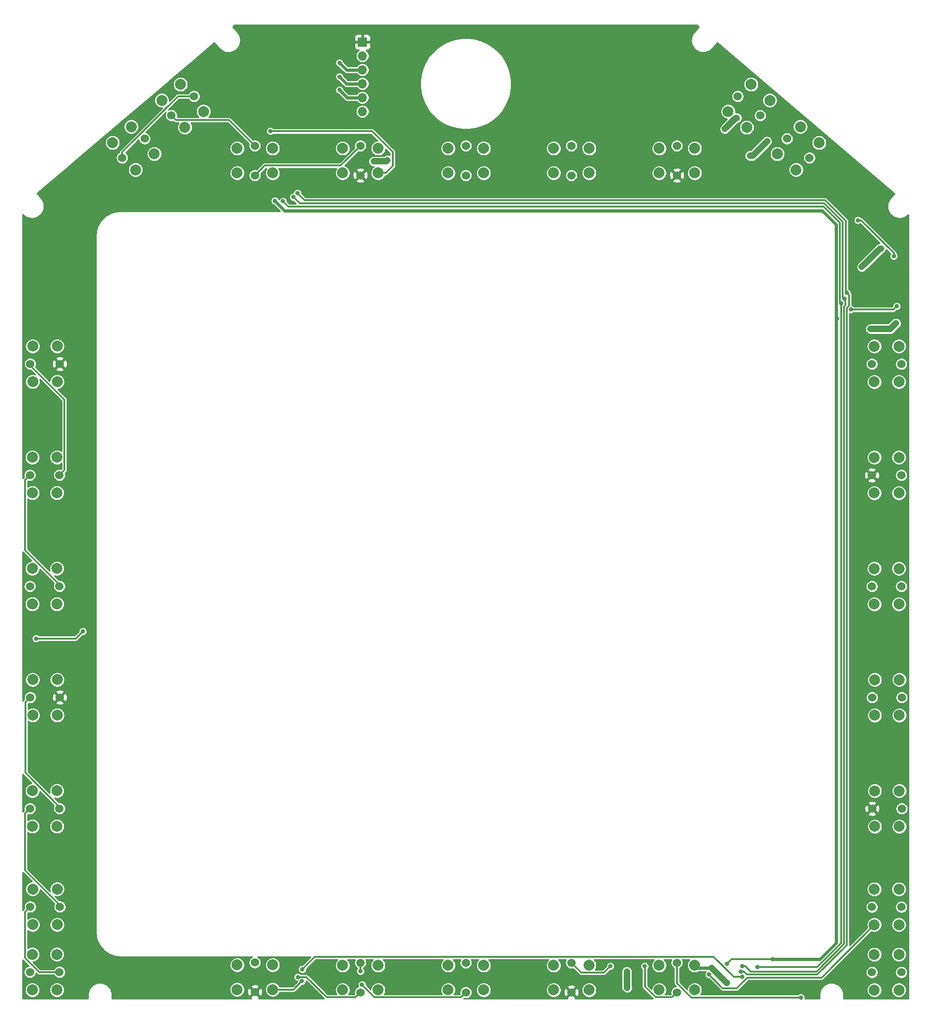
<source format=gbr>
G04 #@! TF.GenerationSoftware,KiCad,Pcbnew,(5.1.9)-1*
G04 #@! TF.CreationDate,2021-08-29T10:45:46-06:00*
G04 #@! TF.ProjectId,ampcd_button_board,616d7063-645f-4627-9574-746f6e5f626f,rev?*
G04 #@! TF.SameCoordinates,Original*
G04 #@! TF.FileFunction,Copper,L2,Bot*
G04 #@! TF.FilePolarity,Positive*
%FSLAX46Y46*%
G04 Gerber Fmt 4.6, Leading zero omitted, Abs format (unit mm)*
G04 Created by KiCad (PCBNEW (5.1.9)-1) date 2021-08-29 10:45:46*
%MOMM*%
%LPD*%
G01*
G04 APERTURE LIST*
G04 #@! TA.AperFunction,ComponentPad*
%ADD10O,1.700000X1.700000*%
G04 #@! TD*
G04 #@! TA.AperFunction,ComponentPad*
%ADD11R,1.700000X1.700000*%
G04 #@! TD*
G04 #@! TA.AperFunction,ComponentPad*
%ADD12C,1.524000*%
G04 #@! TD*
G04 #@! TA.AperFunction,ComponentPad*
%ADD13C,2.000000*%
G04 #@! TD*
G04 #@! TA.AperFunction,ViaPad*
%ADD14C,0.800000*%
G04 #@! TD*
G04 #@! TA.AperFunction,Conductor*
%ADD15C,0.609600*%
G04 #@! TD*
G04 #@! TA.AperFunction,Conductor*
%ADD16C,0.304800*%
G04 #@! TD*
G04 #@! TA.AperFunction,Conductor*
%ADD17C,1.219200*%
G04 #@! TD*
G04 #@! TA.AperFunction,Conductor*
%ADD18C,0.254000*%
G04 #@! TD*
G04 #@! TA.AperFunction,Conductor*
%ADD19C,0.100000*%
G04 #@! TD*
G04 APERTURE END LIST*
D10*
X201794122Y217383490D03*
X201794122Y219923490D03*
X201794122Y222463490D03*
X201794122Y225003490D03*
X201794122Y227543490D03*
D11*
X201794122Y230083490D03*
D12*
X146419122Y171230490D03*
X141019122Y171230490D03*
D13*
X141469122Y174480490D03*
X145969122Y174480490D03*
X141469122Y167980490D03*
X145969122Y167980490D03*
D12*
X146355622Y150910490D03*
X140955622Y150910490D03*
D13*
X141405622Y154160490D03*
X145905622Y154160490D03*
X141405622Y147660490D03*
X145905622Y147660490D03*
D12*
X146355622Y130590490D03*
X140955622Y130590490D03*
D13*
X141405622Y133840490D03*
X145905622Y133840490D03*
X141405622Y127340490D03*
X145905622Y127340490D03*
D12*
X146419122Y110270490D03*
X141019122Y110270490D03*
D13*
X141469122Y113520490D03*
X145969122Y113520490D03*
X141469122Y107020490D03*
X145969122Y107020490D03*
D12*
X146355622Y89950490D03*
X140955622Y89950490D03*
D13*
X141405622Y93200490D03*
X145905622Y93200490D03*
X141405622Y86700490D03*
X145905622Y86700490D03*
D12*
X146419122Y71979990D03*
X141019122Y71979990D03*
D13*
X141469122Y75229990D03*
X145969122Y75229990D03*
X141469122Y68729990D03*
X145969122Y68729990D03*
D12*
X146355622Y60041990D03*
X140955622Y60041990D03*
D13*
X141405622Y63291990D03*
X145905622Y63291990D03*
X141405622Y56791990D03*
X145905622Y56791990D03*
D12*
X182120622Y56413990D03*
X182120622Y61813990D03*
D13*
X185370622Y61363990D03*
X185370622Y56863990D03*
X178870622Y61363990D03*
X178870622Y56863990D03*
D12*
X201424622Y56350490D03*
X201424622Y61750490D03*
D13*
X204674622Y61300490D03*
X204674622Y56800490D03*
X198174622Y61300490D03*
X198174622Y56800490D03*
D12*
X220728622Y56350490D03*
X220728622Y61750490D03*
D13*
X223978622Y61300490D03*
X223978622Y56800490D03*
X217478622Y61300490D03*
X217478622Y56800490D03*
D12*
X240032622Y56350490D03*
X240032622Y61750490D03*
D13*
X243282622Y61300490D03*
X243282622Y56800490D03*
X236782622Y61300490D03*
X236782622Y56800490D03*
D12*
X259336622Y56350490D03*
X259336622Y61750490D03*
D13*
X262586622Y61300490D03*
X262586622Y56800490D03*
X256086622Y61300490D03*
X256086622Y56800490D03*
D12*
X295015122Y60018990D03*
X300415122Y60018990D03*
D13*
X299965122Y56768990D03*
X295465122Y56768990D03*
X299965122Y63268990D03*
X295465122Y63268990D03*
D12*
X295015122Y71956990D03*
X300415122Y71956990D03*
D13*
X299965122Y68706990D03*
X295465122Y68706990D03*
X299965122Y75206990D03*
X295465122Y75206990D03*
D12*
X295078622Y89927490D03*
X300478622Y89927490D03*
D13*
X300028622Y86677490D03*
X295528622Y86677490D03*
X300028622Y93177490D03*
X295528622Y93177490D03*
D12*
X295078622Y110247490D03*
X300478622Y110247490D03*
D13*
X300028622Y106997490D03*
X295528622Y106997490D03*
X300028622Y113497490D03*
X295528622Y113497490D03*
D12*
X295015122Y130567490D03*
X300415122Y130567490D03*
D13*
X299965122Y127317490D03*
X295465122Y127317490D03*
X299965122Y133817490D03*
X295465122Y133817490D03*
D12*
X295015122Y150887490D03*
X300415122Y150887490D03*
D13*
X299965122Y147637490D03*
X295465122Y147637490D03*
X299965122Y154137490D03*
X295465122Y154137490D03*
D12*
X295015122Y171207490D03*
X300415122Y171207490D03*
D13*
X299965122Y167957490D03*
X295465122Y167957490D03*
X299965122Y174457490D03*
X295465122Y174457490D03*
D12*
X279484118Y212401684D03*
X283596425Y208901837D03*
D13*
X281147343Y206718491D03*
X277720420Y209635031D03*
X285360122Y211668490D03*
X281933200Y214585030D03*
D12*
X270467118Y220148684D03*
X274579425Y216648837D03*
D13*
X272130343Y214465491D03*
X268703420Y217382031D03*
X276343122Y219415490D03*
X272916200Y222332030D03*
D12*
X259336622Y205702490D03*
X259336622Y211102490D03*
D13*
X262586622Y210652490D03*
X262586622Y206152490D03*
X256086622Y210652490D03*
X256086622Y206152490D03*
D12*
X240032622Y205702490D03*
X240032622Y211102490D03*
D13*
X243282622Y210652490D03*
X243282622Y206152490D03*
X236782622Y210652490D03*
X236782622Y206152490D03*
D12*
X220728622Y205702490D03*
X220728622Y211102490D03*
D13*
X223978622Y210652490D03*
X223978622Y206152490D03*
X217478622Y210652490D03*
X217478622Y206152490D03*
D12*
X201424622Y205702490D03*
X201424622Y211102490D03*
D13*
X204674622Y210652490D03*
X204674622Y206152490D03*
X198174622Y210652490D03*
X198174622Y206152490D03*
D12*
X182120622Y205702490D03*
X182120622Y211102490D03*
D13*
X185370622Y210652490D03*
X185370622Y206152490D03*
X178870622Y210652490D03*
X178870622Y206152490D03*
D12*
X166856897Y216653297D03*
X170969204Y220153144D03*
D13*
X172732901Y217386491D03*
X169305979Y214469951D03*
X168520122Y222336490D03*
X165093200Y219419950D03*
D12*
X157839897Y208906297D03*
X161952204Y212406144D03*
D13*
X163715901Y209639491D03*
X160288979Y206722951D03*
X159503122Y214589490D03*
X156076200Y211672950D03*
D14*
X185766722Y201051290D03*
X288613622Y179486690D03*
X276880122Y62445490D03*
X150660122Y122335490D03*
X142070122Y121035490D03*
X268480122Y61535490D03*
X291174199Y181170994D03*
X299569712Y181789612D03*
X197603122Y226273490D03*
X187265322Y200975090D03*
X274100122Y60987900D03*
X289423242Y182311573D03*
X197603122Y223733490D03*
X189154522Y201737292D03*
X290004739Y183125136D03*
X271294069Y61128241D03*
X197603122Y221320490D03*
X189906922Y202448290D03*
X290432866Y184261890D03*
X271041615Y60148275D03*
X265675122Y60817890D03*
X293970722Y189773690D03*
X293183322Y188960890D03*
X295850322Y191551690D03*
X296663122Y192313690D03*
X275835122Y211922490D03*
X272710922Y209306290D03*
X270323322Y216189690D03*
X268113522Y214183090D03*
X294758122Y177632490D03*
X299431722Y178648490D03*
X203876922Y208264890D03*
X206391522Y208493490D03*
X250181122Y60157490D03*
X250257322Y57185690D03*
X268469122Y58100090D03*
X208440122Y216765490D03*
X209920122Y220945490D03*
X231630122Y220935490D03*
X261770122Y219315490D03*
X154550122Y61783090D03*
X288281122Y59700290D03*
X150105122Y204886690D03*
X184958981Y213774362D03*
X292463177Y197486345D03*
X299029077Y190920445D03*
X265188098Y59594266D03*
X282010122Y55415490D03*
X253457722Y61122690D03*
X247158522Y61122690D03*
X201424622Y60194390D03*
X201736195Y57737363D03*
X190719722Y58389080D03*
X190809522Y60577490D03*
X271302685Y59178106D03*
X189983122Y59141490D03*
D15*
X288613622Y179486690D02*
X288518433Y179391501D01*
X285550686Y62445490D02*
X276880122Y62445490D01*
X288518433Y179391501D02*
X288518433Y65413237D01*
X288518433Y65413237D02*
X285550686Y62445490D01*
D16*
X149360122Y121035490D02*
X142070122Y121035490D01*
X150660122Y122335490D02*
X149360122Y121035490D01*
X269390122Y62445490D02*
X268480122Y61535490D01*
X276880122Y62445490D02*
X269390122Y62445490D01*
D15*
X185766722Y201051290D02*
X187547712Y199270300D01*
X288518432Y196729524D02*
X288518432Y179581880D01*
X288518432Y179581880D02*
X288613622Y179486690D01*
X187547712Y199270300D02*
X285977656Y199270300D01*
X285977656Y199270300D02*
X288518432Y196729524D01*
D16*
X291174199Y181170994D02*
X298951094Y181170994D01*
X298951094Y181170994D02*
X299569712Y181789612D01*
D15*
X198873122Y225003490D02*
X197603122Y226273490D01*
X201794122Y225003490D02*
X198873122Y225003490D01*
D16*
X285022531Y60987900D02*
X289408100Y65373469D01*
X274100122Y60987900D02*
X285022531Y60987900D01*
X187265322Y200975090D02*
X188230522Y200009890D01*
X289408100Y182296431D02*
X289423242Y182311573D01*
X289408100Y65373469D02*
X289408100Y182296431D01*
X289175643Y182559172D02*
X289423242Y182311573D01*
X289175643Y197001749D02*
X289175643Y182559172D01*
X286167502Y200009890D02*
X289175643Y197001749D01*
X188230522Y200009890D02*
X286167502Y200009890D01*
D15*
X198873122Y222463490D02*
X197603122Y223733490D01*
X201794122Y222463490D02*
X198873122Y222463490D01*
D16*
X289680454Y197210848D02*
X289680454Y183449421D01*
X286322612Y200568690D02*
X289680454Y197210848D01*
X190323124Y200568690D02*
X286322612Y200568690D01*
X189154522Y201737292D02*
X190323124Y200568690D01*
X289680454Y183449421D02*
X290004739Y183125136D01*
X284900607Y60152066D02*
X272835929Y60152066D01*
X289912910Y65164369D02*
X284900607Y60152066D01*
X289912910Y181687685D02*
X289912910Y65164369D01*
X272835929Y60152066D02*
X271859754Y61128241D01*
X290175644Y181950419D02*
X289912910Y181687685D01*
X290004739Y183125136D02*
X290175643Y182954232D01*
X290175643Y182954232D02*
X290175644Y181950419D01*
X271859754Y61128241D02*
X271294069Y61128241D01*
D15*
X199000122Y219923490D02*
X197603122Y221320490D01*
X201794122Y219923490D02*
X199000122Y219923490D01*
D16*
X189906922Y202448290D02*
X191176922Y201178290D01*
X191176922Y201178290D02*
X286426922Y201178290D01*
X290236922Y184457834D02*
X290432866Y184261890D01*
X286426922Y201178290D02*
X290236922Y197368290D01*
X290236922Y197368290D02*
X290236922Y184457834D01*
X271607300Y60148275D02*
X271041615Y60148275D01*
X272166484Y59589091D02*
X271607300Y60148275D01*
X290832865Y183861891D02*
X290832865Y181893730D01*
X290832865Y181893730D02*
X290417721Y181478586D01*
X285051542Y59589091D02*
X272166484Y59589091D01*
X290432866Y184261890D02*
X290832865Y183861891D01*
X290417721Y181478586D02*
X290417721Y64955270D01*
X290417721Y64955270D02*
X285051542Y59589091D01*
D15*
X263069222Y60817890D02*
X262586622Y61300490D01*
X265675122Y60817890D02*
X263069222Y60817890D01*
D17*
X296663122Y192313690D02*
X296536122Y192313690D01*
X296536122Y192313690D02*
X293183322Y188960890D01*
X273218922Y209306290D02*
X275835122Y211922490D01*
X272710922Y209306290D02*
X273218922Y209306290D01*
X270120122Y216189690D02*
X268113522Y214183090D01*
X270323322Y216189690D02*
X270120122Y216189690D01*
X298415722Y177632490D02*
X299431722Y178648490D01*
X294758122Y177632490D02*
X298415722Y177632490D01*
X203876922Y208264890D02*
X206162922Y208264890D01*
X206162922Y208264890D02*
X206391522Y208493490D01*
X250181122Y57261890D02*
X250257322Y57185690D01*
X250181122Y60157490D02*
X250181122Y57261890D01*
X268392922Y58100090D02*
X265675122Y60817890D01*
X268469122Y58100090D02*
X268392922Y58100090D01*
D16*
X168049890Y220153144D02*
X157839897Y209943151D01*
X157839897Y209943151D02*
X157839897Y208906297D01*
X170969204Y220153144D02*
X168049890Y220153144D01*
X167687842Y215822352D02*
X166856897Y216653297D01*
X177400760Y215822352D02*
X167687842Y215822352D01*
X182120622Y211102490D02*
X177400760Y215822352D01*
X203554304Y213774362D02*
X184958981Y213774362D01*
X204674622Y206152490D02*
X206088835Y206152490D01*
X206088835Y206152490D02*
X207353532Y207417187D01*
X207353532Y207417187D02*
X207353532Y209975134D01*
X207353532Y209975134D02*
X203554304Y213774362D01*
X293028862Y197486345D02*
X292463177Y197486345D01*
X299029077Y190920445D02*
X299029077Y191486130D01*
X299029077Y191486130D02*
X293028862Y197486345D01*
X285823422Y59065290D02*
X295465122Y68706990D01*
X272256904Y59065290D02*
X285823422Y59065290D01*
X270301104Y57109490D02*
X272256904Y59065290D01*
X267672874Y57109490D02*
X270301104Y57109490D01*
X265188098Y59594266D02*
X267672874Y57109490D01*
X259336622Y58048936D02*
X259336622Y61750490D01*
X261970068Y55415490D02*
X259336622Y58048936D01*
X282010122Y55415490D02*
X261970068Y55415490D01*
X258434221Y55448089D02*
X259336622Y56350490D01*
X240032622Y61750490D02*
X240334176Y61750490D01*
X255437469Y55448089D02*
X253483122Y57402436D01*
X258434221Y55448089D02*
X255437469Y55448089D01*
X253483122Y61097290D02*
X253457722Y61122690D01*
X253483122Y57402436D02*
X253483122Y61097290D01*
X241835023Y59948089D02*
X240032622Y61750490D01*
X245983921Y59948089D02*
X241835023Y59948089D01*
X247158522Y61122690D02*
X245983921Y59948089D01*
X201424622Y60194390D02*
X201424622Y61750490D01*
X204025469Y55448089D02*
X201736195Y57737363D01*
X219826221Y55448089D02*
X204025469Y55448089D01*
X220728622Y56350490D02*
X219826221Y55448089D01*
X185370622Y56863990D02*
X189194632Y56863990D01*
X189194632Y56863990D02*
X190719722Y58389080D01*
X269771821Y59178106D02*
X271302685Y59178106D01*
X266085036Y62864891D02*
X269771821Y59178106D01*
X193096923Y62864891D02*
X266085036Y62864891D01*
X190809522Y60577490D02*
X193096923Y62864891D01*
X197827023Y207504891D02*
X201424622Y211102490D01*
X183923023Y207504891D02*
X197827023Y207504891D01*
X182120622Y205702490D02*
X183923023Y207504891D01*
X200522221Y55448089D02*
X201424622Y56350490D01*
X195225923Y55448089D02*
X200522221Y55448089D01*
X191532522Y59141490D02*
X191532522Y59141490D01*
X191532522Y59141490D02*
X195225923Y55448089D01*
X191532522Y59141490D02*
X189983122Y59141490D01*
X142654068Y60041990D02*
X146355622Y60041990D01*
X140053221Y62642837D02*
X142654068Y60041990D01*
X140053221Y71014089D02*
X140053221Y62642837D01*
X141019122Y71979990D02*
X140053221Y71014089D01*
X146419122Y72281544D02*
X146419122Y71979990D01*
X140053221Y78647445D02*
X146419122Y72281544D01*
X140053221Y89048089D02*
X140053221Y78647445D01*
X140955622Y89950490D02*
X140053221Y89048089D01*
X146355622Y90252044D02*
X146355622Y89950490D01*
X140116721Y96490945D02*
X146355622Y90252044D01*
X140116721Y109368089D02*
X140116721Y96490945D01*
X141019122Y110270490D02*
X140116721Y109368089D01*
X146355622Y130892044D02*
X146355622Y130590490D01*
X140053221Y137194445D02*
X146355622Y130892044D01*
X140053221Y150008089D02*
X140053221Y137194445D01*
X140955622Y150910490D02*
X140053221Y150008089D01*
X141019122Y170928936D02*
X141019122Y171230490D01*
X147258023Y164690035D02*
X141019122Y170928936D01*
X147258023Y151812891D02*
X147258023Y164690035D01*
X146355622Y150910490D02*
X147258023Y151812891D01*
D18*
X263351966Y232878796D02*
X262562554Y231950073D01*
X262556129Y231943558D01*
X262543811Y231928347D01*
X262529968Y231914503D01*
X262526181Y231909826D01*
X262307494Y231635882D01*
X262286217Y231603120D01*
X262264487Y231570660D01*
X262261688Y231565349D01*
X262261680Y231565337D01*
X262261675Y231565324D01*
X262100368Y231254132D01*
X262085858Y231217855D01*
X262070849Y231181798D01*
X262069129Y231176031D01*
X261971335Y230839422D01*
X261964152Y230801042D01*
X261956428Y230762732D01*
X261955862Y230756741D01*
X261925312Y230407546D01*
X261925721Y230368490D01*
X261925585Y230329423D01*
X261926193Y230323436D01*
X261964049Y229974959D01*
X261972033Y229936740D01*
X261979491Y229898375D01*
X261981250Y229892620D01*
X262086072Y229558132D01*
X262101343Y229522155D01*
X262116096Y229486005D01*
X262118940Y229480701D01*
X262286735Y229172944D01*
X262308680Y229140652D01*
X262330195Y229108024D01*
X262334015Y229103373D01*
X262558391Y228834070D01*
X262586205Y228806641D01*
X262613634Y228778827D01*
X262618284Y228775007D01*
X262890695Y228554413D01*
X262923300Y228532914D01*
X262955615Y228510953D01*
X262960919Y228508109D01*
X263270989Y228344627D01*
X263307139Y228329874D01*
X263343116Y228314603D01*
X263348867Y228312845D01*
X263348873Y228312843D01*
X263684790Y228212703D01*
X263723127Y228205251D01*
X263761372Y228197261D01*
X263767351Y228196654D01*
X263767361Y228196652D01*
X263767370Y228196652D01*
X264116331Y228163665D01*
X264155399Y228163801D01*
X264194456Y228163392D01*
X264200447Y228163958D01*
X264549180Y228199381D01*
X264587503Y228207108D01*
X264625869Y228214288D01*
X264631637Y228216007D01*
X264966848Y228318491D01*
X265002929Y228333510D01*
X265039184Y228348011D01*
X265044493Y228350810D01*
X265044506Y228350816D01*
X265044517Y228350823D01*
X265353428Y228516461D01*
X265385865Y228538175D01*
X265418650Y228559466D01*
X265423322Y228563250D01*
X265423328Y228563254D01*
X265423333Y228563259D01*
X265672997Y228768335D01*
X265685709Y228776314D01*
X265731966Y228820006D01*
X266736162Y229974829D01*
X299168032Y202398401D01*
X298502908Y201609118D01*
X298497129Y201603257D01*
X298484811Y201588046D01*
X298470968Y201574202D01*
X298467181Y201569525D01*
X298248494Y201295581D01*
X298227217Y201262819D01*
X298205487Y201230359D01*
X298202688Y201225048D01*
X298202680Y201225036D01*
X298202675Y201225023D01*
X298041368Y200913831D01*
X298026858Y200877554D01*
X298011849Y200841497D01*
X298010129Y200835730D01*
X297912335Y200499121D01*
X297905152Y200460741D01*
X297897428Y200422431D01*
X297896862Y200416440D01*
X297866312Y200067245D01*
X297866721Y200028189D01*
X297866585Y199989122D01*
X297867193Y199983135D01*
X297905049Y199634658D01*
X297913033Y199596439D01*
X297920491Y199558074D01*
X297922250Y199552319D01*
X298027072Y199217831D01*
X298042343Y199181854D01*
X298057096Y199145704D01*
X298059940Y199140400D01*
X298227735Y198832643D01*
X298249680Y198800351D01*
X298271195Y198767723D01*
X298275015Y198763072D01*
X298499391Y198493769D01*
X298527205Y198466340D01*
X298554634Y198438526D01*
X298559284Y198434706D01*
X298831695Y198214112D01*
X298864300Y198192613D01*
X298896615Y198170652D01*
X298901919Y198167808D01*
X299211989Y198004326D01*
X299248139Y197989573D01*
X299284116Y197974302D01*
X299289867Y197972544D01*
X299289873Y197972542D01*
X299625790Y197872402D01*
X299664127Y197864950D01*
X299702372Y197856960D01*
X299708351Y197856353D01*
X299708361Y197856351D01*
X299708370Y197856351D01*
X300057331Y197823364D01*
X300096399Y197823500D01*
X300135456Y197823091D01*
X300141447Y197823657D01*
X300490180Y197859080D01*
X300528503Y197866807D01*
X300566869Y197873987D01*
X300572637Y197875706D01*
X300907848Y197978190D01*
X300943929Y197993209D01*
X300980184Y198007710D01*
X300985493Y198010509D01*
X300985506Y198010515D01*
X300985517Y198010522D01*
X301294428Y198176160D01*
X301326865Y198197874D01*
X301359650Y198219165D01*
X301364322Y198222949D01*
X301364328Y198222953D01*
X301364333Y198222958D01*
X301614002Y198428038D01*
X301626709Y198436014D01*
X301672966Y198479705D01*
X301692624Y198502312D01*
X301692622Y55191491D01*
X289854622Y55191491D01*
X289854622Y55924659D01*
X289854475Y55926151D01*
X289854439Y55931319D01*
X289852392Y55950794D01*
X289852392Y55970375D01*
X289851763Y55976360D01*
X289813082Y56321202D01*
X289804964Y56359395D01*
X289797373Y56397729D01*
X289795594Y56403478D01*
X289690670Y56734240D01*
X289675295Y56770113D01*
X289660395Y56806263D01*
X289657533Y56811557D01*
X289606159Y56905007D01*
X294084122Y56905007D01*
X294084122Y56632973D01*
X294137193Y56366167D01*
X294241296Y56114841D01*
X294392429Y55888654D01*
X294584786Y55696297D01*
X294810973Y55545164D01*
X295062299Y55441061D01*
X295329105Y55387990D01*
X295601139Y55387990D01*
X295867945Y55441061D01*
X296119271Y55545164D01*
X296345458Y55696297D01*
X296537815Y55888654D01*
X296688948Y56114841D01*
X296793051Y56366167D01*
X296846122Y56632973D01*
X296846122Y56905007D01*
X298584122Y56905007D01*
X298584122Y56632973D01*
X298637193Y56366167D01*
X298741296Y56114841D01*
X298892429Y55888654D01*
X299084786Y55696297D01*
X299310973Y55545164D01*
X299562299Y55441061D01*
X299829105Y55387990D01*
X300101139Y55387990D01*
X300367945Y55441061D01*
X300619271Y55545164D01*
X300845458Y55696297D01*
X301037815Y55888654D01*
X301188948Y56114841D01*
X301293051Y56366167D01*
X301346122Y56632973D01*
X301346122Y56905007D01*
X301293051Y57171813D01*
X301188948Y57423139D01*
X301037815Y57649326D01*
X300845458Y57841683D01*
X300619271Y57992816D01*
X300367945Y58096919D01*
X300101139Y58149990D01*
X299829105Y58149990D01*
X299562299Y58096919D01*
X299310973Y57992816D01*
X299084786Y57841683D01*
X298892429Y57649326D01*
X298741296Y57423139D01*
X298637193Y57171813D01*
X298584122Y56905007D01*
X296846122Y56905007D01*
X296793051Y57171813D01*
X296688948Y57423139D01*
X296537815Y57649326D01*
X296345458Y57841683D01*
X296119271Y57992816D01*
X295867945Y58096919D01*
X295601139Y58149990D01*
X295329105Y58149990D01*
X295062299Y58096919D01*
X294810973Y57992816D01*
X294584786Y57841683D01*
X294392429Y57649326D01*
X294241296Y57423139D01*
X294137193Y57171813D01*
X294084122Y56905007D01*
X289606159Y56905007D01*
X289490362Y57115638D01*
X289468295Y57147866D01*
X289446675Y57180407D01*
X289442839Y57185044D01*
X289219788Y57450865D01*
X289191892Y57478183D01*
X289164353Y57505914D01*
X289159690Y57509717D01*
X288889256Y57727152D01*
X288856563Y57748546D01*
X288824184Y57770386D01*
X288818878Y57773207D01*
X288818870Y57773212D01*
X288818862Y57773215D01*
X288511354Y57933977D01*
X288475164Y57948599D01*
X288439123Y57963749D01*
X288433366Y57965487D01*
X288433360Y57965489D01*
X288100475Y58063462D01*
X288062124Y58070778D01*
X288023838Y58078637D01*
X288017849Y58079224D01*
X287672272Y58110674D01*
X287633209Y58110401D01*
X287594147Y58110674D01*
X287588157Y58110087D01*
X287243053Y58073815D01*
X287204823Y58065967D01*
X287166417Y58058641D01*
X287160655Y58056901D01*
X286829169Y57954289D01*
X286793164Y57939154D01*
X286756939Y57924518D01*
X286751625Y57921693D01*
X286446383Y57756648D01*
X286414015Y57734816D01*
X286381311Y57713415D01*
X286376648Y57709612D01*
X286109276Y57488422D01*
X286081753Y57460706D01*
X286053840Y57433372D01*
X286050003Y57428735D01*
X285830687Y57159825D01*
X285809074Y57127295D01*
X285787000Y57095057D01*
X285784138Y57089764D01*
X285621229Y56783376D01*
X285606345Y56747266D01*
X285590954Y56711355D01*
X285589174Y56705606D01*
X285488879Y56373412D01*
X285481292Y56335095D01*
X285473170Y56296884D01*
X285472541Y56290898D01*
X285438679Y55945550D01*
X285438679Y55945542D01*
X285436622Y55924658D01*
X285436623Y55191491D01*
X282761867Y55191491D01*
X282791122Y55338568D01*
X282791122Y55492412D01*
X282761109Y55643299D01*
X282702235Y55785432D01*
X282616764Y55913349D01*
X282507981Y56022132D01*
X282380064Y56107603D01*
X282237931Y56166477D01*
X282087044Y56196490D01*
X281933200Y56196490D01*
X281782313Y56166477D01*
X281640180Y56107603D01*
X281512263Y56022132D01*
X281439021Y55948890D01*
X263678516Y55948890D01*
X263810448Y56146341D01*
X263914551Y56397667D01*
X263967622Y56664473D01*
X263967622Y56936507D01*
X263914551Y57203313D01*
X263810448Y57454639D01*
X263659315Y57680826D01*
X263466958Y57873183D01*
X263240771Y58024316D01*
X262989445Y58128419D01*
X262722639Y58181490D01*
X262450605Y58181490D01*
X262183799Y58128419D01*
X261932473Y58024316D01*
X261706286Y57873183D01*
X261513929Y57680826D01*
X261362796Y57454639D01*
X261258693Y57203313D01*
X261205622Y56936507D01*
X261205622Y56934278D01*
X259870022Y58269877D01*
X259870022Y60734258D01*
X259878035Y60737577D01*
X260065242Y60862664D01*
X260224448Y61021870D01*
X260349535Y61209077D01*
X260435697Y61417089D01*
X260479622Y61637914D01*
X260479622Y61863066D01*
X260435697Y62083891D01*
X260349535Y62291903D01*
X260323083Y62331491D01*
X261664594Y62331491D01*
X261513929Y62180826D01*
X261362796Y61954639D01*
X261258693Y61703313D01*
X261205622Y61436507D01*
X261205622Y61164473D01*
X261258693Y60897667D01*
X261362796Y60646341D01*
X261513929Y60420154D01*
X261706286Y60227797D01*
X261932473Y60076664D01*
X262183799Y59972561D01*
X262450605Y59919490D01*
X262722639Y59919490D01*
X262989445Y59972561D01*
X263240771Y60076664D01*
X263323722Y60132090D01*
X264621421Y60132090D01*
X264581456Y60092125D01*
X264495985Y59964208D01*
X264437111Y59822075D01*
X264407098Y59671188D01*
X264407098Y59517344D01*
X264437111Y59366457D01*
X264495985Y59224324D01*
X264581456Y59096407D01*
X264690239Y58987624D01*
X264818156Y58902153D01*
X264960289Y58843279D01*
X265111176Y58813266D01*
X265214757Y58813266D01*
X267277183Y56750839D01*
X267293879Y56730495D01*
X267314223Y56713799D01*
X267314225Y56713797D01*
X267320218Y56708879D01*
X267375099Y56663839D01*
X267467763Y56614309D01*
X267568309Y56583809D01*
X267646679Y56576090D01*
X267646687Y56576090D01*
X267672874Y56573511D01*
X267699061Y56576090D01*
X270274917Y56576090D01*
X270301104Y56573511D01*
X270327291Y56576090D01*
X270327299Y56576090D01*
X270405669Y56583809D01*
X270506215Y56614309D01*
X270598879Y56663839D01*
X270680099Y56730495D01*
X270696800Y56750845D01*
X272477846Y58531890D01*
X285797235Y58531890D01*
X285823422Y58529311D01*
X285849609Y58531890D01*
X285849617Y58531890D01*
X285927987Y58539609D01*
X286028533Y58570109D01*
X286121197Y58619639D01*
X286202417Y58686295D01*
X286219118Y58706645D01*
X287644039Y60131566D01*
X293872122Y60131566D01*
X293872122Y59906414D01*
X293916047Y59685589D01*
X294002209Y59477577D01*
X294127296Y59290370D01*
X294286502Y59131164D01*
X294473709Y59006077D01*
X294681721Y58919915D01*
X294902546Y58875990D01*
X295127698Y58875990D01*
X295348523Y58919915D01*
X295556535Y59006077D01*
X295743742Y59131164D01*
X295902948Y59290370D01*
X296028035Y59477577D01*
X296114197Y59685589D01*
X296158122Y59906414D01*
X296158122Y60131566D01*
X299272122Y60131566D01*
X299272122Y59906414D01*
X299316047Y59685589D01*
X299402209Y59477577D01*
X299527296Y59290370D01*
X299686502Y59131164D01*
X299873709Y59006077D01*
X300081721Y58919915D01*
X300302546Y58875990D01*
X300527698Y58875990D01*
X300748523Y58919915D01*
X300956535Y59006077D01*
X301143742Y59131164D01*
X301302948Y59290370D01*
X301428035Y59477577D01*
X301514197Y59685589D01*
X301558122Y59906414D01*
X301558122Y60131566D01*
X301514197Y60352391D01*
X301428035Y60560403D01*
X301302948Y60747610D01*
X301143742Y60906816D01*
X300956535Y61031903D01*
X300748523Y61118065D01*
X300527698Y61161990D01*
X300302546Y61161990D01*
X300081721Y61118065D01*
X299873709Y61031903D01*
X299686502Y60906816D01*
X299527296Y60747610D01*
X299402209Y60560403D01*
X299316047Y60352391D01*
X299272122Y60131566D01*
X296158122Y60131566D01*
X296114197Y60352391D01*
X296028035Y60560403D01*
X295902948Y60747610D01*
X295743742Y60906816D01*
X295556535Y61031903D01*
X295348523Y61118065D01*
X295127698Y61161990D01*
X294902546Y61161990D01*
X294681721Y61118065D01*
X294473709Y61031903D01*
X294286502Y60906816D01*
X294127296Y60747610D01*
X294002209Y60560403D01*
X293916047Y60352391D01*
X293872122Y60131566D01*
X287644039Y60131566D01*
X290917480Y63405007D01*
X294084122Y63405007D01*
X294084122Y63132973D01*
X294137193Y62866167D01*
X294241296Y62614841D01*
X294392429Y62388654D01*
X294584786Y62196297D01*
X294810973Y62045164D01*
X295062299Y61941061D01*
X295329105Y61887990D01*
X295601139Y61887990D01*
X295867945Y61941061D01*
X296119271Y62045164D01*
X296345458Y62196297D01*
X296537815Y62388654D01*
X296688948Y62614841D01*
X296793051Y62866167D01*
X296846122Y63132973D01*
X296846122Y63405007D01*
X298584122Y63405007D01*
X298584122Y63132973D01*
X298637193Y62866167D01*
X298741296Y62614841D01*
X298892429Y62388654D01*
X299084786Y62196297D01*
X299310973Y62045164D01*
X299562299Y61941061D01*
X299829105Y61887990D01*
X300101139Y61887990D01*
X300367945Y61941061D01*
X300619271Y62045164D01*
X300845458Y62196297D01*
X301037815Y62388654D01*
X301188948Y62614841D01*
X301293051Y62866167D01*
X301346122Y63132973D01*
X301346122Y63405007D01*
X301293051Y63671813D01*
X301188948Y63923139D01*
X301037815Y64149326D01*
X300845458Y64341683D01*
X300619271Y64492816D01*
X300367945Y64596919D01*
X300101139Y64649990D01*
X299829105Y64649990D01*
X299562299Y64596919D01*
X299310973Y64492816D01*
X299084786Y64341683D01*
X298892429Y64149326D01*
X298741296Y63923139D01*
X298637193Y63671813D01*
X298584122Y63405007D01*
X296846122Y63405007D01*
X296793051Y63671813D01*
X296688948Y63923139D01*
X296537815Y64149326D01*
X296345458Y64341683D01*
X296119271Y64492816D01*
X295867945Y64596919D01*
X295601139Y64649990D01*
X295329105Y64649990D01*
X295062299Y64596919D01*
X294810973Y64492816D01*
X294584786Y64341683D01*
X294392429Y64149326D01*
X294241296Y63923139D01*
X294137193Y63671813D01*
X294084122Y63405007D01*
X290917480Y63405007D01*
X294941551Y67429077D01*
X295062299Y67379061D01*
X295329105Y67325990D01*
X295601139Y67325990D01*
X295867945Y67379061D01*
X296119271Y67483164D01*
X296345458Y67634297D01*
X296537815Y67826654D01*
X296688948Y68052841D01*
X296793051Y68304167D01*
X296846122Y68570973D01*
X296846122Y68843007D01*
X298584122Y68843007D01*
X298584122Y68570973D01*
X298637193Y68304167D01*
X298741296Y68052841D01*
X298892429Y67826654D01*
X299084786Y67634297D01*
X299310973Y67483164D01*
X299562299Y67379061D01*
X299829105Y67325990D01*
X300101139Y67325990D01*
X300367945Y67379061D01*
X300619271Y67483164D01*
X300845458Y67634297D01*
X301037815Y67826654D01*
X301188948Y68052841D01*
X301293051Y68304167D01*
X301346122Y68570973D01*
X301346122Y68843007D01*
X301293051Y69109813D01*
X301188948Y69361139D01*
X301037815Y69587326D01*
X300845458Y69779683D01*
X300619271Y69930816D01*
X300367945Y70034919D01*
X300101139Y70087990D01*
X299829105Y70087990D01*
X299562299Y70034919D01*
X299310973Y69930816D01*
X299084786Y69779683D01*
X298892429Y69587326D01*
X298741296Y69361139D01*
X298637193Y69109813D01*
X298584122Y68843007D01*
X296846122Y68843007D01*
X296793051Y69109813D01*
X296688948Y69361139D01*
X296537815Y69587326D01*
X296345458Y69779683D01*
X296119271Y69930816D01*
X295867945Y70034919D01*
X295601139Y70087990D01*
X295329105Y70087990D01*
X295062299Y70034919D01*
X294810973Y69930816D01*
X294584786Y69779683D01*
X294392429Y69587326D01*
X294241296Y69361139D01*
X294137193Y69109813D01*
X294084122Y68843007D01*
X294084122Y68570973D01*
X294137193Y68304167D01*
X294187209Y68183419D01*
X290953115Y64949324D01*
X290953700Y64955269D01*
X290951121Y64981456D01*
X290951121Y72069566D01*
X293872122Y72069566D01*
X293872122Y71844414D01*
X293916047Y71623589D01*
X294002209Y71415577D01*
X294127296Y71228370D01*
X294286502Y71069164D01*
X294473709Y70944077D01*
X294681721Y70857915D01*
X294902546Y70813990D01*
X295127698Y70813990D01*
X295348523Y70857915D01*
X295556535Y70944077D01*
X295743742Y71069164D01*
X295902948Y71228370D01*
X296028035Y71415577D01*
X296114197Y71623589D01*
X296158122Y71844414D01*
X296158122Y72069566D01*
X299272122Y72069566D01*
X299272122Y71844414D01*
X299316047Y71623589D01*
X299402209Y71415577D01*
X299527296Y71228370D01*
X299686502Y71069164D01*
X299873709Y70944077D01*
X300081721Y70857915D01*
X300302546Y70813990D01*
X300527698Y70813990D01*
X300748523Y70857915D01*
X300956535Y70944077D01*
X301143742Y71069164D01*
X301302948Y71228370D01*
X301428035Y71415577D01*
X301514197Y71623589D01*
X301558122Y71844414D01*
X301558122Y72069566D01*
X301514197Y72290391D01*
X301428035Y72498403D01*
X301302948Y72685610D01*
X301143742Y72844816D01*
X300956535Y72969903D01*
X300748523Y73056065D01*
X300527698Y73099990D01*
X300302546Y73099990D01*
X300081721Y73056065D01*
X299873709Y72969903D01*
X299686502Y72844816D01*
X299527296Y72685610D01*
X299402209Y72498403D01*
X299316047Y72290391D01*
X299272122Y72069566D01*
X296158122Y72069566D01*
X296114197Y72290391D01*
X296028035Y72498403D01*
X295902948Y72685610D01*
X295743742Y72844816D01*
X295556535Y72969903D01*
X295348523Y73056065D01*
X295127698Y73099990D01*
X294902546Y73099990D01*
X294681721Y73056065D01*
X294473709Y72969903D01*
X294286502Y72844816D01*
X294127296Y72685610D01*
X294002209Y72498403D01*
X293916047Y72290391D01*
X293872122Y72069566D01*
X290951121Y72069566D01*
X290951121Y75343007D01*
X294084122Y75343007D01*
X294084122Y75070973D01*
X294137193Y74804167D01*
X294241296Y74552841D01*
X294392429Y74326654D01*
X294584786Y74134297D01*
X294810973Y73983164D01*
X295062299Y73879061D01*
X295329105Y73825990D01*
X295601139Y73825990D01*
X295867945Y73879061D01*
X296119271Y73983164D01*
X296345458Y74134297D01*
X296537815Y74326654D01*
X296688948Y74552841D01*
X296793051Y74804167D01*
X296846122Y75070973D01*
X296846122Y75343007D01*
X298584122Y75343007D01*
X298584122Y75070973D01*
X298637193Y74804167D01*
X298741296Y74552841D01*
X298892429Y74326654D01*
X299084786Y74134297D01*
X299310973Y73983164D01*
X299562299Y73879061D01*
X299829105Y73825990D01*
X300101139Y73825990D01*
X300367945Y73879061D01*
X300619271Y73983164D01*
X300845458Y74134297D01*
X301037815Y74326654D01*
X301188948Y74552841D01*
X301293051Y74804167D01*
X301346122Y75070973D01*
X301346122Y75343007D01*
X301293051Y75609813D01*
X301188948Y75861139D01*
X301037815Y76087326D01*
X300845458Y76279683D01*
X300619271Y76430816D01*
X300367945Y76534919D01*
X300101139Y76587990D01*
X299829105Y76587990D01*
X299562299Y76534919D01*
X299310973Y76430816D01*
X299084786Y76279683D01*
X298892429Y76087326D01*
X298741296Y75861139D01*
X298637193Y75609813D01*
X298584122Y75343007D01*
X296846122Y75343007D01*
X296793051Y75609813D01*
X296688948Y75861139D01*
X296537815Y76087326D01*
X296345458Y76279683D01*
X296119271Y76430816D01*
X295867945Y76534919D01*
X295601139Y76587990D01*
X295329105Y76587990D01*
X295062299Y76534919D01*
X294810973Y76430816D01*
X294584786Y76279683D01*
X294392429Y76087326D01*
X294241296Y75861139D01*
X294137193Y75609813D01*
X294084122Y75343007D01*
X290951121Y75343007D01*
X290951121Y86813507D01*
X294147622Y86813507D01*
X294147622Y86541473D01*
X294200693Y86274667D01*
X294304796Y86023341D01*
X294455929Y85797154D01*
X294648286Y85604797D01*
X294874473Y85453664D01*
X295125799Y85349561D01*
X295392605Y85296490D01*
X295664639Y85296490D01*
X295931445Y85349561D01*
X296182771Y85453664D01*
X296408958Y85604797D01*
X296601315Y85797154D01*
X296752448Y86023341D01*
X296856551Y86274667D01*
X296909622Y86541473D01*
X296909622Y86813507D01*
X298647622Y86813507D01*
X298647622Y86541473D01*
X298700693Y86274667D01*
X298804796Y86023341D01*
X298955929Y85797154D01*
X299148286Y85604797D01*
X299374473Y85453664D01*
X299625799Y85349561D01*
X299892605Y85296490D01*
X300164639Y85296490D01*
X300431445Y85349561D01*
X300682771Y85453664D01*
X300908958Y85604797D01*
X301101315Y85797154D01*
X301252448Y86023341D01*
X301356551Y86274667D01*
X301409622Y86541473D01*
X301409622Y86813507D01*
X301356551Y87080313D01*
X301252448Y87331639D01*
X301101315Y87557826D01*
X300908958Y87750183D01*
X300682771Y87901316D01*
X300431445Y88005419D01*
X300164639Y88058490D01*
X299892605Y88058490D01*
X299625799Y88005419D01*
X299374473Y87901316D01*
X299148286Y87750183D01*
X298955929Y87557826D01*
X298804796Y87331639D01*
X298700693Y87080313D01*
X298647622Y86813507D01*
X296909622Y86813507D01*
X296856551Y87080313D01*
X296752448Y87331639D01*
X296601315Y87557826D01*
X296408958Y87750183D01*
X296182771Y87901316D01*
X295931445Y88005419D01*
X295664639Y88058490D01*
X295392605Y88058490D01*
X295125799Y88005419D01*
X294874473Y87901316D01*
X294648286Y87750183D01*
X294455929Y87557826D01*
X294304796Y87331639D01*
X294200693Y87080313D01*
X294147622Y86813507D01*
X290951121Y86813507D01*
X290951121Y88961925D01*
X294292662Y88961925D01*
X294359642Y88721834D01*
X294608670Y88604734D01*
X294875757Y88538467D01*
X295150639Y88525580D01*
X295422755Y88566568D01*
X295681645Y88659854D01*
X295797602Y88721834D01*
X295864582Y88961925D01*
X295078622Y89747885D01*
X294292662Y88961925D01*
X290951121Y88961925D01*
X290951121Y89855473D01*
X293676712Y89855473D01*
X293717700Y89583357D01*
X293810986Y89324467D01*
X293872966Y89208510D01*
X294113057Y89141530D01*
X294899017Y89927490D01*
X295258227Y89927490D01*
X296044187Y89141530D01*
X296284278Y89208510D01*
X296401378Y89457538D01*
X296467645Y89724625D01*
X296480532Y89999507D01*
X296474423Y90040066D01*
X299335622Y90040066D01*
X299335622Y89814914D01*
X299379547Y89594089D01*
X299465709Y89386077D01*
X299590796Y89198870D01*
X299750002Y89039664D01*
X299937209Y88914577D01*
X300145221Y88828415D01*
X300366046Y88784490D01*
X300591198Y88784490D01*
X300812023Y88828415D01*
X301020035Y88914577D01*
X301207242Y89039664D01*
X301366448Y89198870D01*
X301491535Y89386077D01*
X301577697Y89594089D01*
X301621622Y89814914D01*
X301621622Y90040066D01*
X301577697Y90260891D01*
X301491535Y90468903D01*
X301366448Y90656110D01*
X301207242Y90815316D01*
X301020035Y90940403D01*
X300812023Y91026565D01*
X300591198Y91070490D01*
X300366046Y91070490D01*
X300145221Y91026565D01*
X299937209Y90940403D01*
X299750002Y90815316D01*
X299590796Y90656110D01*
X299465709Y90468903D01*
X299379547Y90260891D01*
X299335622Y90040066D01*
X296474423Y90040066D01*
X296439544Y90271623D01*
X296346258Y90530513D01*
X296284278Y90646470D01*
X296044187Y90713450D01*
X295258227Y89927490D01*
X294899017Y89927490D01*
X294113057Y90713450D01*
X293872966Y90646470D01*
X293755866Y90397442D01*
X293689599Y90130355D01*
X293676712Y89855473D01*
X290951121Y89855473D01*
X290951121Y90893055D01*
X294292662Y90893055D01*
X295078622Y90107095D01*
X295864582Y90893055D01*
X295797602Y91133146D01*
X295548574Y91250246D01*
X295281487Y91316513D01*
X295006605Y91329400D01*
X294734489Y91288412D01*
X294475599Y91195126D01*
X294359642Y91133146D01*
X294292662Y90893055D01*
X290951121Y90893055D01*
X290951121Y93313507D01*
X294147622Y93313507D01*
X294147622Y93041473D01*
X294200693Y92774667D01*
X294304796Y92523341D01*
X294455929Y92297154D01*
X294648286Y92104797D01*
X294874473Y91953664D01*
X295125799Y91849561D01*
X295392605Y91796490D01*
X295664639Y91796490D01*
X295931445Y91849561D01*
X296182771Y91953664D01*
X296408958Y92104797D01*
X296601315Y92297154D01*
X296752448Y92523341D01*
X296856551Y92774667D01*
X296909622Y93041473D01*
X296909622Y93313507D01*
X298647622Y93313507D01*
X298647622Y93041473D01*
X298700693Y92774667D01*
X298804796Y92523341D01*
X298955929Y92297154D01*
X299148286Y92104797D01*
X299374473Y91953664D01*
X299625799Y91849561D01*
X299892605Y91796490D01*
X300164639Y91796490D01*
X300431445Y91849561D01*
X300682771Y91953664D01*
X300908958Y92104797D01*
X301101315Y92297154D01*
X301252448Y92523341D01*
X301356551Y92774667D01*
X301409622Y93041473D01*
X301409622Y93313507D01*
X301356551Y93580313D01*
X301252448Y93831639D01*
X301101315Y94057826D01*
X300908958Y94250183D01*
X300682771Y94401316D01*
X300431445Y94505419D01*
X300164639Y94558490D01*
X299892605Y94558490D01*
X299625799Y94505419D01*
X299374473Y94401316D01*
X299148286Y94250183D01*
X298955929Y94057826D01*
X298804796Y93831639D01*
X298700693Y93580313D01*
X298647622Y93313507D01*
X296909622Y93313507D01*
X296856551Y93580313D01*
X296752448Y93831639D01*
X296601315Y94057826D01*
X296408958Y94250183D01*
X296182771Y94401316D01*
X295931445Y94505419D01*
X295664639Y94558490D01*
X295392605Y94558490D01*
X295125799Y94505419D01*
X294874473Y94401316D01*
X294648286Y94250183D01*
X294455929Y94057826D01*
X294304796Y93831639D01*
X294200693Y93580313D01*
X294147622Y93313507D01*
X290951121Y93313507D01*
X290951121Y107133507D01*
X294147622Y107133507D01*
X294147622Y106861473D01*
X294200693Y106594667D01*
X294304796Y106343341D01*
X294455929Y106117154D01*
X294648286Y105924797D01*
X294874473Y105773664D01*
X295125799Y105669561D01*
X295392605Y105616490D01*
X295664639Y105616490D01*
X295931445Y105669561D01*
X296182771Y105773664D01*
X296408958Y105924797D01*
X296601315Y106117154D01*
X296752448Y106343341D01*
X296856551Y106594667D01*
X296909622Y106861473D01*
X296909622Y107133507D01*
X298647622Y107133507D01*
X298647622Y106861473D01*
X298700693Y106594667D01*
X298804796Y106343341D01*
X298955929Y106117154D01*
X299148286Y105924797D01*
X299374473Y105773664D01*
X299625799Y105669561D01*
X299892605Y105616490D01*
X300164639Y105616490D01*
X300431445Y105669561D01*
X300682771Y105773664D01*
X300908958Y105924797D01*
X301101315Y106117154D01*
X301252448Y106343341D01*
X301356551Y106594667D01*
X301409622Y106861473D01*
X301409622Y107133507D01*
X301356551Y107400313D01*
X301252448Y107651639D01*
X301101315Y107877826D01*
X300908958Y108070183D01*
X300682771Y108221316D01*
X300431445Y108325419D01*
X300164639Y108378490D01*
X299892605Y108378490D01*
X299625799Y108325419D01*
X299374473Y108221316D01*
X299148286Y108070183D01*
X298955929Y107877826D01*
X298804796Y107651639D01*
X298700693Y107400313D01*
X298647622Y107133507D01*
X296909622Y107133507D01*
X296856551Y107400313D01*
X296752448Y107651639D01*
X296601315Y107877826D01*
X296408958Y108070183D01*
X296182771Y108221316D01*
X295931445Y108325419D01*
X295664639Y108378490D01*
X295392605Y108378490D01*
X295125799Y108325419D01*
X294874473Y108221316D01*
X294648286Y108070183D01*
X294455929Y107877826D01*
X294304796Y107651639D01*
X294200693Y107400313D01*
X294147622Y107133507D01*
X290951121Y107133507D01*
X290951121Y110360066D01*
X293935622Y110360066D01*
X293935622Y110134914D01*
X293979547Y109914089D01*
X294065709Y109706077D01*
X294190796Y109518870D01*
X294350002Y109359664D01*
X294537209Y109234577D01*
X294745221Y109148415D01*
X294966046Y109104490D01*
X295191198Y109104490D01*
X295412023Y109148415D01*
X295620035Y109234577D01*
X295807242Y109359664D01*
X295966448Y109518870D01*
X296091535Y109706077D01*
X296177697Y109914089D01*
X296221622Y110134914D01*
X296221622Y110360066D01*
X299335622Y110360066D01*
X299335622Y110134914D01*
X299379547Y109914089D01*
X299465709Y109706077D01*
X299590796Y109518870D01*
X299750002Y109359664D01*
X299937209Y109234577D01*
X300145221Y109148415D01*
X300366046Y109104490D01*
X300591198Y109104490D01*
X300812023Y109148415D01*
X301020035Y109234577D01*
X301207242Y109359664D01*
X301366448Y109518870D01*
X301491535Y109706077D01*
X301577697Y109914089D01*
X301621622Y110134914D01*
X301621622Y110360066D01*
X301577697Y110580891D01*
X301491535Y110788903D01*
X301366448Y110976110D01*
X301207242Y111135316D01*
X301020035Y111260403D01*
X300812023Y111346565D01*
X300591198Y111390490D01*
X300366046Y111390490D01*
X300145221Y111346565D01*
X299937209Y111260403D01*
X299750002Y111135316D01*
X299590796Y110976110D01*
X299465709Y110788903D01*
X299379547Y110580891D01*
X299335622Y110360066D01*
X296221622Y110360066D01*
X296177697Y110580891D01*
X296091535Y110788903D01*
X295966448Y110976110D01*
X295807242Y111135316D01*
X295620035Y111260403D01*
X295412023Y111346565D01*
X295191198Y111390490D01*
X294966046Y111390490D01*
X294745221Y111346565D01*
X294537209Y111260403D01*
X294350002Y111135316D01*
X294190796Y110976110D01*
X294065709Y110788903D01*
X293979547Y110580891D01*
X293935622Y110360066D01*
X290951121Y110360066D01*
X290951121Y113633507D01*
X294147622Y113633507D01*
X294147622Y113361473D01*
X294200693Y113094667D01*
X294304796Y112843341D01*
X294455929Y112617154D01*
X294648286Y112424797D01*
X294874473Y112273664D01*
X295125799Y112169561D01*
X295392605Y112116490D01*
X295664639Y112116490D01*
X295931445Y112169561D01*
X296182771Y112273664D01*
X296408958Y112424797D01*
X296601315Y112617154D01*
X296752448Y112843341D01*
X296856551Y113094667D01*
X296909622Y113361473D01*
X296909622Y113633507D01*
X298647622Y113633507D01*
X298647622Y113361473D01*
X298700693Y113094667D01*
X298804796Y112843341D01*
X298955929Y112617154D01*
X299148286Y112424797D01*
X299374473Y112273664D01*
X299625799Y112169561D01*
X299892605Y112116490D01*
X300164639Y112116490D01*
X300431445Y112169561D01*
X300682771Y112273664D01*
X300908958Y112424797D01*
X301101315Y112617154D01*
X301252448Y112843341D01*
X301356551Y113094667D01*
X301409622Y113361473D01*
X301409622Y113633507D01*
X301356551Y113900313D01*
X301252448Y114151639D01*
X301101315Y114377826D01*
X300908958Y114570183D01*
X300682771Y114721316D01*
X300431445Y114825419D01*
X300164639Y114878490D01*
X299892605Y114878490D01*
X299625799Y114825419D01*
X299374473Y114721316D01*
X299148286Y114570183D01*
X298955929Y114377826D01*
X298804796Y114151639D01*
X298700693Y113900313D01*
X298647622Y113633507D01*
X296909622Y113633507D01*
X296856551Y113900313D01*
X296752448Y114151639D01*
X296601315Y114377826D01*
X296408958Y114570183D01*
X296182771Y114721316D01*
X295931445Y114825419D01*
X295664639Y114878490D01*
X295392605Y114878490D01*
X295125799Y114825419D01*
X294874473Y114721316D01*
X294648286Y114570183D01*
X294455929Y114377826D01*
X294304796Y114151639D01*
X294200693Y113900313D01*
X294147622Y113633507D01*
X290951121Y113633507D01*
X290951121Y127453507D01*
X294084122Y127453507D01*
X294084122Y127181473D01*
X294137193Y126914667D01*
X294241296Y126663341D01*
X294392429Y126437154D01*
X294584786Y126244797D01*
X294810973Y126093664D01*
X295062299Y125989561D01*
X295329105Y125936490D01*
X295601139Y125936490D01*
X295867945Y125989561D01*
X296119271Y126093664D01*
X296345458Y126244797D01*
X296537815Y126437154D01*
X296688948Y126663341D01*
X296793051Y126914667D01*
X296846122Y127181473D01*
X296846122Y127453507D01*
X298584122Y127453507D01*
X298584122Y127181473D01*
X298637193Y126914667D01*
X298741296Y126663341D01*
X298892429Y126437154D01*
X299084786Y126244797D01*
X299310973Y126093664D01*
X299562299Y125989561D01*
X299829105Y125936490D01*
X300101139Y125936490D01*
X300367945Y125989561D01*
X300619271Y126093664D01*
X300845458Y126244797D01*
X301037815Y126437154D01*
X301188948Y126663341D01*
X301293051Y126914667D01*
X301346122Y127181473D01*
X301346122Y127453507D01*
X301293051Y127720313D01*
X301188948Y127971639D01*
X301037815Y128197826D01*
X300845458Y128390183D01*
X300619271Y128541316D01*
X300367945Y128645419D01*
X300101139Y128698490D01*
X299829105Y128698490D01*
X299562299Y128645419D01*
X299310973Y128541316D01*
X299084786Y128390183D01*
X298892429Y128197826D01*
X298741296Y127971639D01*
X298637193Y127720313D01*
X298584122Y127453507D01*
X296846122Y127453507D01*
X296793051Y127720313D01*
X296688948Y127971639D01*
X296537815Y128197826D01*
X296345458Y128390183D01*
X296119271Y128541316D01*
X295867945Y128645419D01*
X295601139Y128698490D01*
X295329105Y128698490D01*
X295062299Y128645419D01*
X294810973Y128541316D01*
X294584786Y128390183D01*
X294392429Y128197826D01*
X294241296Y127971639D01*
X294137193Y127720313D01*
X294084122Y127453507D01*
X290951121Y127453507D01*
X290951121Y130680066D01*
X293872122Y130680066D01*
X293872122Y130454914D01*
X293916047Y130234089D01*
X294002209Y130026077D01*
X294127296Y129838870D01*
X294286502Y129679664D01*
X294473709Y129554577D01*
X294681721Y129468415D01*
X294902546Y129424490D01*
X295127698Y129424490D01*
X295348523Y129468415D01*
X295556535Y129554577D01*
X295743742Y129679664D01*
X295902948Y129838870D01*
X296028035Y130026077D01*
X296114197Y130234089D01*
X296158122Y130454914D01*
X296158122Y130680066D01*
X299272122Y130680066D01*
X299272122Y130454914D01*
X299316047Y130234089D01*
X299402209Y130026077D01*
X299527296Y129838870D01*
X299686502Y129679664D01*
X299873709Y129554577D01*
X300081721Y129468415D01*
X300302546Y129424490D01*
X300527698Y129424490D01*
X300748523Y129468415D01*
X300956535Y129554577D01*
X301143742Y129679664D01*
X301302948Y129838870D01*
X301428035Y130026077D01*
X301514197Y130234089D01*
X301558122Y130454914D01*
X301558122Y130680066D01*
X301514197Y130900891D01*
X301428035Y131108903D01*
X301302948Y131296110D01*
X301143742Y131455316D01*
X300956535Y131580403D01*
X300748523Y131666565D01*
X300527698Y131710490D01*
X300302546Y131710490D01*
X300081721Y131666565D01*
X299873709Y131580403D01*
X299686502Y131455316D01*
X299527296Y131296110D01*
X299402209Y131108903D01*
X299316047Y130900891D01*
X299272122Y130680066D01*
X296158122Y130680066D01*
X296114197Y130900891D01*
X296028035Y131108903D01*
X295902948Y131296110D01*
X295743742Y131455316D01*
X295556535Y131580403D01*
X295348523Y131666565D01*
X295127698Y131710490D01*
X294902546Y131710490D01*
X294681721Y131666565D01*
X294473709Y131580403D01*
X294286502Y131455316D01*
X294127296Y131296110D01*
X294002209Y131108903D01*
X293916047Y130900891D01*
X293872122Y130680066D01*
X290951121Y130680066D01*
X290951121Y133953507D01*
X294084122Y133953507D01*
X294084122Y133681473D01*
X294137193Y133414667D01*
X294241296Y133163341D01*
X294392429Y132937154D01*
X294584786Y132744797D01*
X294810973Y132593664D01*
X295062299Y132489561D01*
X295329105Y132436490D01*
X295601139Y132436490D01*
X295867945Y132489561D01*
X296119271Y132593664D01*
X296345458Y132744797D01*
X296537815Y132937154D01*
X296688948Y133163341D01*
X296793051Y133414667D01*
X296846122Y133681473D01*
X296846122Y133953507D01*
X298584122Y133953507D01*
X298584122Y133681473D01*
X298637193Y133414667D01*
X298741296Y133163341D01*
X298892429Y132937154D01*
X299084786Y132744797D01*
X299310973Y132593664D01*
X299562299Y132489561D01*
X299829105Y132436490D01*
X300101139Y132436490D01*
X300367945Y132489561D01*
X300619271Y132593664D01*
X300845458Y132744797D01*
X301037815Y132937154D01*
X301188948Y133163341D01*
X301293051Y133414667D01*
X301346122Y133681473D01*
X301346122Y133953507D01*
X301293051Y134220313D01*
X301188948Y134471639D01*
X301037815Y134697826D01*
X300845458Y134890183D01*
X300619271Y135041316D01*
X300367945Y135145419D01*
X300101139Y135198490D01*
X299829105Y135198490D01*
X299562299Y135145419D01*
X299310973Y135041316D01*
X299084786Y134890183D01*
X298892429Y134697826D01*
X298741296Y134471639D01*
X298637193Y134220313D01*
X298584122Y133953507D01*
X296846122Y133953507D01*
X296793051Y134220313D01*
X296688948Y134471639D01*
X296537815Y134697826D01*
X296345458Y134890183D01*
X296119271Y135041316D01*
X295867945Y135145419D01*
X295601139Y135198490D01*
X295329105Y135198490D01*
X295062299Y135145419D01*
X294810973Y135041316D01*
X294584786Y134890183D01*
X294392429Y134697826D01*
X294241296Y134471639D01*
X294137193Y134220313D01*
X294084122Y133953507D01*
X290951121Y133953507D01*
X290951121Y147773507D01*
X294084122Y147773507D01*
X294084122Y147501473D01*
X294137193Y147234667D01*
X294241296Y146983341D01*
X294392429Y146757154D01*
X294584786Y146564797D01*
X294810973Y146413664D01*
X295062299Y146309561D01*
X295329105Y146256490D01*
X295601139Y146256490D01*
X295867945Y146309561D01*
X296119271Y146413664D01*
X296345458Y146564797D01*
X296537815Y146757154D01*
X296688948Y146983341D01*
X296793051Y147234667D01*
X296846122Y147501473D01*
X296846122Y147773507D01*
X298584122Y147773507D01*
X298584122Y147501473D01*
X298637193Y147234667D01*
X298741296Y146983341D01*
X298892429Y146757154D01*
X299084786Y146564797D01*
X299310973Y146413664D01*
X299562299Y146309561D01*
X299829105Y146256490D01*
X300101139Y146256490D01*
X300367945Y146309561D01*
X300619271Y146413664D01*
X300845458Y146564797D01*
X301037815Y146757154D01*
X301188948Y146983341D01*
X301293051Y147234667D01*
X301346122Y147501473D01*
X301346122Y147773507D01*
X301293051Y148040313D01*
X301188948Y148291639D01*
X301037815Y148517826D01*
X300845458Y148710183D01*
X300619271Y148861316D01*
X300367945Y148965419D01*
X300101139Y149018490D01*
X299829105Y149018490D01*
X299562299Y148965419D01*
X299310973Y148861316D01*
X299084786Y148710183D01*
X298892429Y148517826D01*
X298741296Y148291639D01*
X298637193Y148040313D01*
X298584122Y147773507D01*
X296846122Y147773507D01*
X296793051Y148040313D01*
X296688948Y148291639D01*
X296537815Y148517826D01*
X296345458Y148710183D01*
X296119271Y148861316D01*
X295867945Y148965419D01*
X295601139Y149018490D01*
X295329105Y149018490D01*
X295062299Y148965419D01*
X294810973Y148861316D01*
X294584786Y148710183D01*
X294392429Y148517826D01*
X294241296Y148291639D01*
X294137193Y148040313D01*
X294084122Y147773507D01*
X290951121Y147773507D01*
X290951121Y149921925D01*
X294229162Y149921925D01*
X294296142Y149681834D01*
X294545170Y149564734D01*
X294812257Y149498467D01*
X295087139Y149485580D01*
X295359255Y149526568D01*
X295618145Y149619854D01*
X295734102Y149681834D01*
X295801082Y149921925D01*
X295015122Y150707885D01*
X294229162Y149921925D01*
X290951121Y149921925D01*
X290951121Y150815473D01*
X293613212Y150815473D01*
X293654200Y150543357D01*
X293747486Y150284467D01*
X293809466Y150168510D01*
X294049557Y150101530D01*
X294835517Y150887490D01*
X295194727Y150887490D01*
X295980687Y150101530D01*
X296220778Y150168510D01*
X296337878Y150417538D01*
X296404145Y150684625D01*
X296417032Y150959507D01*
X296410923Y151000066D01*
X299272122Y151000066D01*
X299272122Y150774914D01*
X299316047Y150554089D01*
X299402209Y150346077D01*
X299527296Y150158870D01*
X299686502Y149999664D01*
X299873709Y149874577D01*
X300081721Y149788415D01*
X300302546Y149744490D01*
X300527698Y149744490D01*
X300748523Y149788415D01*
X300956535Y149874577D01*
X301143742Y149999664D01*
X301302948Y150158870D01*
X301428035Y150346077D01*
X301514197Y150554089D01*
X301558122Y150774914D01*
X301558122Y151000066D01*
X301514197Y151220891D01*
X301428035Y151428903D01*
X301302948Y151616110D01*
X301143742Y151775316D01*
X300956535Y151900403D01*
X300748523Y151986565D01*
X300527698Y152030490D01*
X300302546Y152030490D01*
X300081721Y151986565D01*
X299873709Y151900403D01*
X299686502Y151775316D01*
X299527296Y151616110D01*
X299402209Y151428903D01*
X299316047Y151220891D01*
X299272122Y151000066D01*
X296410923Y151000066D01*
X296376044Y151231623D01*
X296282758Y151490513D01*
X296220778Y151606470D01*
X295980687Y151673450D01*
X295194727Y150887490D01*
X294835517Y150887490D01*
X294049557Y151673450D01*
X293809466Y151606470D01*
X293692366Y151357442D01*
X293626099Y151090355D01*
X293613212Y150815473D01*
X290951121Y150815473D01*
X290951121Y151853055D01*
X294229162Y151853055D01*
X295015122Y151067095D01*
X295801082Y151853055D01*
X295734102Y152093146D01*
X295485074Y152210246D01*
X295217987Y152276513D01*
X294943105Y152289400D01*
X294670989Y152248412D01*
X294412099Y152155126D01*
X294296142Y152093146D01*
X294229162Y151853055D01*
X290951121Y151853055D01*
X290951121Y154273507D01*
X294084122Y154273507D01*
X294084122Y154001473D01*
X294137193Y153734667D01*
X294241296Y153483341D01*
X294392429Y153257154D01*
X294584786Y153064797D01*
X294810973Y152913664D01*
X295062299Y152809561D01*
X295329105Y152756490D01*
X295601139Y152756490D01*
X295867945Y152809561D01*
X296119271Y152913664D01*
X296345458Y153064797D01*
X296537815Y153257154D01*
X296688948Y153483341D01*
X296793051Y153734667D01*
X296846122Y154001473D01*
X296846122Y154273507D01*
X298584122Y154273507D01*
X298584122Y154001473D01*
X298637193Y153734667D01*
X298741296Y153483341D01*
X298892429Y153257154D01*
X299084786Y153064797D01*
X299310973Y152913664D01*
X299562299Y152809561D01*
X299829105Y152756490D01*
X300101139Y152756490D01*
X300367945Y152809561D01*
X300619271Y152913664D01*
X300845458Y153064797D01*
X301037815Y153257154D01*
X301188948Y153483341D01*
X301293051Y153734667D01*
X301346122Y154001473D01*
X301346122Y154273507D01*
X301293051Y154540313D01*
X301188948Y154791639D01*
X301037815Y155017826D01*
X300845458Y155210183D01*
X300619271Y155361316D01*
X300367945Y155465419D01*
X300101139Y155518490D01*
X299829105Y155518490D01*
X299562299Y155465419D01*
X299310973Y155361316D01*
X299084786Y155210183D01*
X298892429Y155017826D01*
X298741296Y154791639D01*
X298637193Y154540313D01*
X298584122Y154273507D01*
X296846122Y154273507D01*
X296793051Y154540313D01*
X296688948Y154791639D01*
X296537815Y155017826D01*
X296345458Y155210183D01*
X296119271Y155361316D01*
X295867945Y155465419D01*
X295601139Y155518490D01*
X295329105Y155518490D01*
X295062299Y155465419D01*
X294810973Y155361316D01*
X294584786Y155210183D01*
X294392429Y155017826D01*
X294241296Y154791639D01*
X294137193Y154540313D01*
X294084122Y154273507D01*
X290951121Y154273507D01*
X290951121Y168093507D01*
X294084122Y168093507D01*
X294084122Y167821473D01*
X294137193Y167554667D01*
X294241296Y167303341D01*
X294392429Y167077154D01*
X294584786Y166884797D01*
X294810973Y166733664D01*
X295062299Y166629561D01*
X295329105Y166576490D01*
X295601139Y166576490D01*
X295867945Y166629561D01*
X296119271Y166733664D01*
X296345458Y166884797D01*
X296537815Y167077154D01*
X296688948Y167303341D01*
X296793051Y167554667D01*
X296846122Y167821473D01*
X296846122Y168093507D01*
X298584122Y168093507D01*
X298584122Y167821473D01*
X298637193Y167554667D01*
X298741296Y167303341D01*
X298892429Y167077154D01*
X299084786Y166884797D01*
X299310973Y166733664D01*
X299562299Y166629561D01*
X299829105Y166576490D01*
X300101139Y166576490D01*
X300367945Y166629561D01*
X300619271Y166733664D01*
X300845458Y166884797D01*
X301037815Y167077154D01*
X301188948Y167303341D01*
X301293051Y167554667D01*
X301346122Y167821473D01*
X301346122Y168093507D01*
X301293051Y168360313D01*
X301188948Y168611639D01*
X301037815Y168837826D01*
X300845458Y169030183D01*
X300619271Y169181316D01*
X300367945Y169285419D01*
X300101139Y169338490D01*
X299829105Y169338490D01*
X299562299Y169285419D01*
X299310973Y169181316D01*
X299084786Y169030183D01*
X298892429Y168837826D01*
X298741296Y168611639D01*
X298637193Y168360313D01*
X298584122Y168093507D01*
X296846122Y168093507D01*
X296793051Y168360313D01*
X296688948Y168611639D01*
X296537815Y168837826D01*
X296345458Y169030183D01*
X296119271Y169181316D01*
X295867945Y169285419D01*
X295601139Y169338490D01*
X295329105Y169338490D01*
X295062299Y169285419D01*
X294810973Y169181316D01*
X294584786Y169030183D01*
X294392429Y168837826D01*
X294241296Y168611639D01*
X294137193Y168360313D01*
X294084122Y168093507D01*
X290951121Y168093507D01*
X290951121Y171320066D01*
X293872122Y171320066D01*
X293872122Y171094914D01*
X293916047Y170874089D01*
X294002209Y170666077D01*
X294127296Y170478870D01*
X294286502Y170319664D01*
X294473709Y170194577D01*
X294681721Y170108415D01*
X294902546Y170064490D01*
X295127698Y170064490D01*
X295348523Y170108415D01*
X295556535Y170194577D01*
X295743742Y170319664D01*
X295902948Y170478870D01*
X296028035Y170666077D01*
X296114197Y170874089D01*
X296158122Y171094914D01*
X296158122Y171320066D01*
X299272122Y171320066D01*
X299272122Y171094914D01*
X299316047Y170874089D01*
X299402209Y170666077D01*
X299527296Y170478870D01*
X299686502Y170319664D01*
X299873709Y170194577D01*
X300081721Y170108415D01*
X300302546Y170064490D01*
X300527698Y170064490D01*
X300748523Y170108415D01*
X300956535Y170194577D01*
X301143742Y170319664D01*
X301302948Y170478870D01*
X301428035Y170666077D01*
X301514197Y170874089D01*
X301558122Y171094914D01*
X301558122Y171320066D01*
X301514197Y171540891D01*
X301428035Y171748903D01*
X301302948Y171936110D01*
X301143742Y172095316D01*
X300956535Y172220403D01*
X300748523Y172306565D01*
X300527698Y172350490D01*
X300302546Y172350490D01*
X300081721Y172306565D01*
X299873709Y172220403D01*
X299686502Y172095316D01*
X299527296Y171936110D01*
X299402209Y171748903D01*
X299316047Y171540891D01*
X299272122Y171320066D01*
X296158122Y171320066D01*
X296114197Y171540891D01*
X296028035Y171748903D01*
X295902948Y171936110D01*
X295743742Y172095316D01*
X295556535Y172220403D01*
X295348523Y172306565D01*
X295127698Y172350490D01*
X294902546Y172350490D01*
X294681721Y172306565D01*
X294473709Y172220403D01*
X294286502Y172095316D01*
X294127296Y171936110D01*
X294002209Y171748903D01*
X293916047Y171540891D01*
X293872122Y171320066D01*
X290951121Y171320066D01*
X290951121Y174593507D01*
X294084122Y174593507D01*
X294084122Y174321473D01*
X294137193Y174054667D01*
X294241296Y173803341D01*
X294392429Y173577154D01*
X294584786Y173384797D01*
X294810973Y173233664D01*
X295062299Y173129561D01*
X295329105Y173076490D01*
X295601139Y173076490D01*
X295867945Y173129561D01*
X296119271Y173233664D01*
X296345458Y173384797D01*
X296537815Y173577154D01*
X296688948Y173803341D01*
X296793051Y174054667D01*
X296846122Y174321473D01*
X296846122Y174593507D01*
X298584122Y174593507D01*
X298584122Y174321473D01*
X298637193Y174054667D01*
X298741296Y173803341D01*
X298892429Y173577154D01*
X299084786Y173384797D01*
X299310973Y173233664D01*
X299562299Y173129561D01*
X299829105Y173076490D01*
X300101139Y173076490D01*
X300367945Y173129561D01*
X300619271Y173233664D01*
X300845458Y173384797D01*
X301037815Y173577154D01*
X301188948Y173803341D01*
X301293051Y174054667D01*
X301346122Y174321473D01*
X301346122Y174593507D01*
X301293051Y174860313D01*
X301188948Y175111639D01*
X301037815Y175337826D01*
X300845458Y175530183D01*
X300619271Y175681316D01*
X300367945Y175785419D01*
X300101139Y175838490D01*
X299829105Y175838490D01*
X299562299Y175785419D01*
X299310973Y175681316D01*
X299084786Y175530183D01*
X298892429Y175337826D01*
X298741296Y175111639D01*
X298637193Y174860313D01*
X298584122Y174593507D01*
X296846122Y174593507D01*
X296793051Y174860313D01*
X296688948Y175111639D01*
X296537815Y175337826D01*
X296345458Y175530183D01*
X296119271Y175681316D01*
X295867945Y175785419D01*
X295601139Y175838490D01*
X295329105Y175838490D01*
X295062299Y175785419D01*
X294810973Y175681316D01*
X294584786Y175530183D01*
X294392429Y175337826D01*
X294241296Y175111639D01*
X294137193Y174860313D01*
X294084122Y174593507D01*
X290951121Y174593507D01*
X290951121Y177632490D01*
X293762729Y177632490D01*
X293781855Y177438298D01*
X293838499Y177251570D01*
X293930483Y177079479D01*
X294054273Y176928641D01*
X294205111Y176804851D01*
X294377202Y176712867D01*
X294563930Y176656223D01*
X294709457Y176641890D01*
X298367068Y176641890D01*
X298415722Y176637098D01*
X298464376Y176641890D01*
X298464387Y176641890D01*
X298609914Y176656223D01*
X298796642Y176712867D01*
X298968733Y176804851D01*
X299119571Y176928641D01*
X299150596Y176966445D01*
X300166593Y177982441D01*
X300259361Y178095479D01*
X300351344Y178267569D01*
X300407988Y178454298D01*
X300427114Y178648490D01*
X300407988Y178842681D01*
X300351344Y179029410D01*
X300259361Y179201500D01*
X300135571Y179352339D01*
X299984732Y179476129D01*
X299812642Y179568112D01*
X299625913Y179624756D01*
X299431722Y179643882D01*
X299237530Y179624756D01*
X299050801Y179568112D01*
X298878711Y179476129D01*
X298765673Y179383361D01*
X298005403Y178623090D01*
X294709457Y178623090D01*
X294563930Y178608757D01*
X294377202Y178552113D01*
X294205111Y178460129D01*
X294054273Y178336339D01*
X293930483Y178185501D01*
X293838499Y178013410D01*
X293781855Y177826682D01*
X293762729Y177632490D01*
X290951121Y177632490D01*
X290951121Y180419066D01*
X291097277Y180389994D01*
X291251121Y180389994D01*
X291402008Y180420007D01*
X291544141Y180478881D01*
X291672058Y180564352D01*
X291745300Y180637594D01*
X298924907Y180637594D01*
X298951094Y180635015D01*
X298977281Y180637594D01*
X298977289Y180637594D01*
X299055659Y180645313D01*
X299156205Y180675813D01*
X299248869Y180725343D01*
X299330089Y180791999D01*
X299346789Y180812348D01*
X299543053Y181008612D01*
X299646634Y181008612D01*
X299797521Y181038625D01*
X299939654Y181097499D01*
X300067571Y181182970D01*
X300176354Y181291753D01*
X300261825Y181419670D01*
X300320699Y181561803D01*
X300350712Y181712690D01*
X300350712Y181866534D01*
X300320699Y182017421D01*
X300261825Y182159554D01*
X300176354Y182287471D01*
X300067571Y182396254D01*
X299939654Y182481725D01*
X299797521Y182540599D01*
X299646634Y182570612D01*
X299492790Y182570612D01*
X299341903Y182540599D01*
X299199770Y182481725D01*
X299071853Y182396254D01*
X298963070Y182287471D01*
X298877599Y182159554D01*
X298818725Y182017421D01*
X298788712Y181866534D01*
X298788712Y181762953D01*
X298730153Y181704394D01*
X291745300Y181704394D01*
X291672058Y181777636D01*
X291544141Y181863107D01*
X291402008Y181921981D01*
X291366265Y181929091D01*
X291366265Y183835705D01*
X291368844Y183861892D01*
X291366265Y183888079D01*
X291366265Y183888086D01*
X291358546Y183966456D01*
X291328046Y184067002D01*
X291278516Y184159666D01*
X291213866Y184238442D01*
X291213866Y184338812D01*
X291183853Y184489699D01*
X291124979Y184631832D01*
X291039508Y184759749D01*
X290930725Y184868532D01*
X290802808Y184954003D01*
X290770322Y184967459D01*
X290770322Y197342096D01*
X290772902Y197368290D01*
X290768851Y197409423D01*
X290762603Y197472855D01*
X290735178Y197563267D01*
X291682177Y197563267D01*
X291682177Y197409423D01*
X291712190Y197258536D01*
X291771064Y197116403D01*
X291856535Y196988486D01*
X291965318Y196879703D01*
X292093235Y196794232D01*
X292235368Y196735358D01*
X292386255Y196705345D01*
X292540099Y196705345D01*
X292690986Y196735358D01*
X292833119Y196794232D01*
X292913156Y196847710D01*
X296459344Y193301521D01*
X296341930Y193289957D01*
X296155202Y193233313D01*
X295983111Y193141329D01*
X295889711Y193064677D01*
X295832273Y193017539D01*
X295801252Y192979740D01*
X292448451Y189626938D01*
X292355683Y189513900D01*
X292263700Y189341810D01*
X292207056Y189155081D01*
X292187930Y188960890D01*
X292207056Y188766699D01*
X292263700Y188579970D01*
X292355683Y188407880D01*
X292479473Y188257041D01*
X292630312Y188133251D01*
X292802402Y188041268D01*
X292989131Y187984624D01*
X293183322Y187965498D01*
X293377513Y187984624D01*
X293564242Y188041268D01*
X293736332Y188133251D01*
X293849370Y188226019D01*
X297005826Y191382474D01*
X297044042Y191394067D01*
X297216133Y191486051D01*
X297366971Y191609841D01*
X297490761Y191760679D01*
X297582745Y191932770D01*
X297639389Y192119498D01*
X297639566Y192121299D01*
X298390442Y191370423D01*
X298336964Y191290387D01*
X298278090Y191148254D01*
X298248077Y190997367D01*
X298248077Y190843523D01*
X298278090Y190692636D01*
X298336964Y190550503D01*
X298422435Y190422586D01*
X298531218Y190313803D01*
X298659135Y190228332D01*
X298801268Y190169458D01*
X298952155Y190139445D01*
X299105999Y190139445D01*
X299256886Y190169458D01*
X299399019Y190228332D01*
X299526936Y190313803D01*
X299635719Y190422586D01*
X299721190Y190550503D01*
X299780064Y190692636D01*
X299810077Y190843523D01*
X299810077Y190997367D01*
X299780064Y191148254D01*
X299721190Y191290387D01*
X299635719Y191418304D01*
X299564746Y191489277D01*
X299562477Y191512318D01*
X299562477Y191512325D01*
X299554758Y191590695D01*
X299524258Y191691241D01*
X299474728Y191783905D01*
X299408072Y191865125D01*
X299387728Y191881821D01*
X293424558Y197844990D01*
X293407857Y197865340D01*
X293326637Y197931996D01*
X293233973Y197981526D01*
X293133427Y198012026D01*
X293055057Y198019745D01*
X293055049Y198019745D01*
X293032009Y198022014D01*
X292961036Y198092987D01*
X292833119Y198178458D01*
X292690986Y198237332D01*
X292540099Y198267345D01*
X292386255Y198267345D01*
X292235368Y198237332D01*
X292093235Y198178458D01*
X291965318Y198092987D01*
X291856535Y197984204D01*
X291771064Y197856287D01*
X291712190Y197714154D01*
X291682177Y197563267D01*
X290735178Y197563267D01*
X290732103Y197573401D01*
X290682573Y197666065D01*
X290615917Y197747285D01*
X290595567Y197763986D01*
X286822618Y201536935D01*
X286805917Y201557285D01*
X286724697Y201623941D01*
X286632033Y201673471D01*
X286531487Y201703971D01*
X286453117Y201711690D01*
X286453109Y201711690D01*
X286426922Y201714269D01*
X286400735Y201711690D01*
X191397864Y201711690D01*
X190687922Y202421631D01*
X190687922Y202525212D01*
X190657909Y202676099D01*
X190599035Y202818232D01*
X190513564Y202946149D01*
X190404781Y203054932D01*
X190276864Y203140403D01*
X190134731Y203199277D01*
X189983844Y203229290D01*
X189830000Y203229290D01*
X189679113Y203199277D01*
X189536980Y203140403D01*
X189409063Y203054932D01*
X189300280Y202946149D01*
X189214809Y202818232D01*
X189155935Y202676099D01*
X189125922Y202525212D01*
X189125922Y202518292D01*
X189077600Y202518292D01*
X188926713Y202488279D01*
X188784580Y202429405D01*
X188656663Y202343934D01*
X188547880Y202235151D01*
X188462409Y202107234D01*
X188403535Y201965101D01*
X188373522Y201814214D01*
X188373522Y201660370D01*
X188403535Y201509483D01*
X188462409Y201367350D01*
X188547880Y201239433D01*
X188656663Y201130650D01*
X188784580Y201045179D01*
X188926713Y200986305D01*
X189077600Y200956292D01*
X189181181Y200956292D01*
X189594183Y200543290D01*
X188451464Y200543290D01*
X188046322Y200948431D01*
X188046322Y201052012D01*
X188016309Y201202899D01*
X187957435Y201345032D01*
X187871964Y201472949D01*
X187763181Y201581732D01*
X187635264Y201667203D01*
X187493131Y201726077D01*
X187342244Y201756090D01*
X187188400Y201756090D01*
X187037513Y201726077D01*
X186895380Y201667203D01*
X186767463Y201581732D01*
X186658680Y201472949D01*
X186573209Y201345032D01*
X186535027Y201252853D01*
X186519926Y201267953D01*
X186517709Y201279099D01*
X186458835Y201421232D01*
X186373364Y201549149D01*
X186264581Y201657932D01*
X186136664Y201743403D01*
X185994531Y201802277D01*
X185843644Y201832290D01*
X185689800Y201832290D01*
X185538913Y201802277D01*
X185396780Y201743403D01*
X185268863Y201657932D01*
X185160080Y201549149D01*
X185074609Y201421232D01*
X185015735Y201279099D01*
X184985722Y201128212D01*
X184985722Y200974368D01*
X185015735Y200823481D01*
X185074609Y200681348D01*
X185160080Y200553431D01*
X185268863Y200444648D01*
X185396780Y200359177D01*
X185538913Y200300303D01*
X185550059Y200298086D01*
X186701654Y199146490D01*
X157512456Y199146490D01*
X157511702Y199146416D01*
X157503748Y199146388D01*
X157485018Y199144486D01*
X157466190Y199144617D01*
X157460200Y199144030D01*
X156671391Y199061123D01*
X156633105Y199053264D01*
X156594754Y199045948D01*
X156588993Y199044209D01*
X155831311Y198809667D01*
X155795306Y198794532D01*
X155759081Y198779896D01*
X155753767Y198777071D01*
X155056070Y198399828D01*
X155023668Y198377972D01*
X154990998Y198356594D01*
X154986341Y198352796D01*
X154986334Y198352791D01*
X154986328Y198352785D01*
X154375199Y197847214D01*
X154347660Y197819483D01*
X154319764Y197792165D01*
X154315933Y197787534D01*
X154315927Y197787528D01*
X154315923Y197787521D01*
X153814631Y197172878D01*
X153793007Y197140333D01*
X153770944Y197108110D01*
X153768086Y197102824D01*
X153768081Y197102816D01*
X153768078Y197102808D01*
X153395719Y196402502D01*
X153380846Y196366419D01*
X153365444Y196330482D01*
X153363664Y196324733D01*
X153134417Y195565431D01*
X153126832Y195527123D01*
X153118708Y195488901D01*
X153118079Y195482916D01*
X153040681Y194693548D01*
X153040681Y194693541D01*
X153038624Y194672657D01*
X153038625Y67311822D01*
X153038698Y67311079D01*
X153038726Y67303114D01*
X153040628Y67284384D01*
X153040497Y67265556D01*
X153041084Y67259566D01*
X153123991Y66470757D01*
X153131843Y66432503D01*
X153139166Y66394120D01*
X153140905Y66388359D01*
X153375447Y65630677D01*
X153390582Y65594672D01*
X153405218Y65558447D01*
X153408043Y65553133D01*
X153785286Y64855436D01*
X153807142Y64823034D01*
X153828520Y64790364D01*
X153832318Y64785707D01*
X153832323Y64785700D01*
X153832329Y64785694D01*
X154337900Y64174565D01*
X154365615Y64147043D01*
X154392949Y64119130D01*
X154397586Y64115294D01*
X155012236Y63613997D01*
X155044800Y63592361D01*
X155077005Y63570310D01*
X155082286Y63567455D01*
X155082298Y63567447D01*
X155082311Y63567442D01*
X155782612Y63195084D01*
X155818745Y63180191D01*
X155854632Y63164810D01*
X155860381Y63163030D01*
X156619683Y62933783D01*
X156657997Y62926197D01*
X156696213Y62918074D01*
X156702196Y62917445D01*
X156702198Y62917445D01*
X157491566Y62840047D01*
X157491572Y62840047D01*
X157512456Y62837990D01*
X181605975Y62837990D01*
X181579209Y62826903D01*
X181392002Y62701816D01*
X181232796Y62542610D01*
X181107709Y62355403D01*
X181021547Y62147391D01*
X180977622Y61926566D01*
X180977622Y61701414D01*
X181021547Y61480589D01*
X181107709Y61272577D01*
X181232796Y61085370D01*
X181392002Y60926164D01*
X181579209Y60801077D01*
X181787221Y60714915D01*
X182008046Y60670990D01*
X182233198Y60670990D01*
X182454023Y60714915D01*
X182662035Y60801077D01*
X182849242Y60926164D01*
X183008448Y61085370D01*
X183133535Y61272577D01*
X183219697Y61480589D01*
X183223559Y61500007D01*
X183989622Y61500007D01*
X183989622Y61227973D01*
X184042693Y60961167D01*
X184146796Y60709841D01*
X184297929Y60483654D01*
X184490286Y60291297D01*
X184716473Y60140164D01*
X184967799Y60036061D01*
X185234605Y59982990D01*
X185506639Y59982990D01*
X185773445Y60036061D01*
X186024771Y60140164D01*
X186250958Y60291297D01*
X186443315Y60483654D01*
X186594448Y60709841D01*
X186698551Y60961167D01*
X186751622Y61227973D01*
X186751622Y61500007D01*
X186698551Y61766813D01*
X186594448Y62018139D01*
X186443315Y62244326D01*
X186250958Y62436683D01*
X186024771Y62587816D01*
X185773445Y62691919D01*
X185506639Y62744990D01*
X185234605Y62744990D01*
X184967799Y62691919D01*
X184716473Y62587816D01*
X184490286Y62436683D01*
X184297929Y62244326D01*
X184146796Y62018139D01*
X184042693Y61766813D01*
X183989622Y61500007D01*
X183223559Y61500007D01*
X183263622Y61701414D01*
X183263622Y61926566D01*
X183219697Y62147391D01*
X183133535Y62355403D01*
X183008448Y62542610D01*
X182849242Y62701816D01*
X182662035Y62826903D01*
X182635269Y62837990D01*
X192315681Y62837990D01*
X190836181Y61358490D01*
X190732600Y61358490D01*
X190581713Y61328477D01*
X190439580Y61269603D01*
X190311663Y61184132D01*
X190202880Y61075349D01*
X190117409Y60947432D01*
X190058535Y60805299D01*
X190028522Y60654412D01*
X190028522Y60500568D01*
X190058535Y60349681D01*
X190117409Y60207548D01*
X190202880Y60079631D01*
X190311663Y59970848D01*
X190439580Y59885377D01*
X190581713Y59826503D01*
X190732600Y59796490D01*
X190886444Y59796490D01*
X191037331Y59826503D01*
X191179464Y59885377D01*
X191307381Y59970848D01*
X191416164Y60079631D01*
X191501635Y60207548D01*
X191560509Y60349681D01*
X191590522Y60500568D01*
X191590522Y60604149D01*
X193317864Y62331491D01*
X197252594Y62331491D01*
X197101929Y62180826D01*
X196950796Y61954639D01*
X196846693Y61703313D01*
X196793622Y61436507D01*
X196793622Y61164473D01*
X196846693Y60897667D01*
X196950796Y60646341D01*
X197101929Y60420154D01*
X197294286Y60227797D01*
X197520473Y60076664D01*
X197771799Y59972561D01*
X198038605Y59919490D01*
X198310639Y59919490D01*
X198577445Y59972561D01*
X198828771Y60076664D01*
X199054958Y60227797D01*
X199247315Y60420154D01*
X199398448Y60646341D01*
X199502551Y60897667D01*
X199555622Y61164473D01*
X199555622Y61436507D01*
X199502551Y61703313D01*
X199398448Y61954639D01*
X199247315Y62180826D01*
X199096650Y62331491D01*
X200438161Y62331491D01*
X200411709Y62291903D01*
X200325547Y62083891D01*
X200281622Y61863066D01*
X200281622Y61637914D01*
X200325547Y61417089D01*
X200411709Y61209077D01*
X200536796Y61021870D01*
X200696002Y60862664D01*
X200871279Y60745548D01*
X200817980Y60692249D01*
X200732509Y60564332D01*
X200673635Y60422199D01*
X200643622Y60271312D01*
X200643622Y60117468D01*
X200673635Y59966581D01*
X200732509Y59824448D01*
X200817980Y59696531D01*
X200926763Y59587748D01*
X201054680Y59502277D01*
X201196813Y59443403D01*
X201347700Y59413390D01*
X201501544Y59413390D01*
X201652431Y59443403D01*
X201794564Y59502277D01*
X201922481Y59587748D01*
X202031264Y59696531D01*
X202116735Y59824448D01*
X202175609Y59966581D01*
X202205622Y60117468D01*
X202205622Y60271312D01*
X202175609Y60422199D01*
X202116735Y60564332D01*
X202031264Y60692249D01*
X201977965Y60745548D01*
X202153242Y60862664D01*
X202312448Y61021870D01*
X202437535Y61209077D01*
X202523697Y61417089D01*
X202567622Y61637914D01*
X202567622Y61863066D01*
X202523697Y62083891D01*
X202437535Y62291903D01*
X202411083Y62331491D01*
X203752594Y62331491D01*
X203601929Y62180826D01*
X203450796Y61954639D01*
X203346693Y61703313D01*
X203293622Y61436507D01*
X203293622Y61164473D01*
X203346693Y60897667D01*
X203450796Y60646341D01*
X203601929Y60420154D01*
X203794286Y60227797D01*
X204020473Y60076664D01*
X204271799Y59972561D01*
X204538605Y59919490D01*
X204810639Y59919490D01*
X205077445Y59972561D01*
X205328771Y60076664D01*
X205554958Y60227797D01*
X205747315Y60420154D01*
X205898448Y60646341D01*
X206002551Y60897667D01*
X206055622Y61164473D01*
X206055622Y61436507D01*
X206002551Y61703313D01*
X205898448Y61954639D01*
X205747315Y62180826D01*
X205596650Y62331491D01*
X216556594Y62331491D01*
X216405929Y62180826D01*
X216254796Y61954639D01*
X216150693Y61703313D01*
X216097622Y61436507D01*
X216097622Y61164473D01*
X216150693Y60897667D01*
X216254796Y60646341D01*
X216405929Y60420154D01*
X216598286Y60227797D01*
X216824473Y60076664D01*
X217075799Y59972561D01*
X217342605Y59919490D01*
X217614639Y59919490D01*
X217881445Y59972561D01*
X218132771Y60076664D01*
X218358958Y60227797D01*
X218551315Y60420154D01*
X218702448Y60646341D01*
X218806551Y60897667D01*
X218859622Y61164473D01*
X218859622Y61436507D01*
X218806551Y61703313D01*
X218702448Y61954639D01*
X218551315Y62180826D01*
X218400650Y62331491D01*
X219742161Y62331491D01*
X219715709Y62291903D01*
X219629547Y62083891D01*
X219585622Y61863066D01*
X219585622Y61637914D01*
X219629547Y61417089D01*
X219715709Y61209077D01*
X219840796Y61021870D01*
X220000002Y60862664D01*
X220187209Y60737577D01*
X220395221Y60651415D01*
X220616046Y60607490D01*
X220841198Y60607490D01*
X221062023Y60651415D01*
X221270035Y60737577D01*
X221457242Y60862664D01*
X221616448Y61021870D01*
X221741535Y61209077D01*
X221827697Y61417089D01*
X221871622Y61637914D01*
X221871622Y61863066D01*
X221827697Y62083891D01*
X221741535Y62291903D01*
X221715083Y62331491D01*
X223056594Y62331491D01*
X222905929Y62180826D01*
X222754796Y61954639D01*
X222650693Y61703313D01*
X222597622Y61436507D01*
X222597622Y61164473D01*
X222650693Y60897667D01*
X222754796Y60646341D01*
X222905929Y60420154D01*
X223098286Y60227797D01*
X223324473Y60076664D01*
X223575799Y59972561D01*
X223842605Y59919490D01*
X224114639Y59919490D01*
X224381445Y59972561D01*
X224632771Y60076664D01*
X224858958Y60227797D01*
X225051315Y60420154D01*
X225202448Y60646341D01*
X225306551Y60897667D01*
X225359622Y61164473D01*
X225359622Y61436507D01*
X225306551Y61703313D01*
X225202448Y61954639D01*
X225051315Y62180826D01*
X224900650Y62331491D01*
X235860594Y62331491D01*
X235709929Y62180826D01*
X235558796Y61954639D01*
X235454693Y61703313D01*
X235401622Y61436507D01*
X235401622Y61164473D01*
X235454693Y60897667D01*
X235558796Y60646341D01*
X235709929Y60420154D01*
X235902286Y60227797D01*
X236128473Y60076664D01*
X236379799Y59972561D01*
X236646605Y59919490D01*
X236918639Y59919490D01*
X237185445Y59972561D01*
X237436771Y60076664D01*
X237662958Y60227797D01*
X237855315Y60420154D01*
X238006448Y60646341D01*
X238110551Y60897667D01*
X238163622Y61164473D01*
X238163622Y61436507D01*
X238110551Y61703313D01*
X238006448Y61954639D01*
X237855315Y62180826D01*
X237704650Y62331491D01*
X239046161Y62331491D01*
X239019709Y62291903D01*
X238933547Y62083891D01*
X238889622Y61863066D01*
X238889622Y61637914D01*
X238933547Y61417089D01*
X239019709Y61209077D01*
X239144796Y61021870D01*
X239304002Y60862664D01*
X239491209Y60737577D01*
X239699221Y60651415D01*
X239920046Y60607490D01*
X240145198Y60607490D01*
X240366023Y60651415D01*
X240374036Y60654734D01*
X241439332Y59589438D01*
X241456028Y59569094D01*
X241476372Y59552398D01*
X241476374Y59552396D01*
X241481672Y59548048D01*
X241537248Y59502438D01*
X241629912Y59452908D01*
X241730458Y59422408D01*
X241808828Y59414689D01*
X241808836Y59414689D01*
X241835023Y59412110D01*
X241861210Y59414689D01*
X245957734Y59414689D01*
X245983921Y59412110D01*
X246010108Y59414689D01*
X246010116Y59414689D01*
X246088486Y59422408D01*
X246189032Y59452908D01*
X246281696Y59502438D01*
X246362916Y59569094D01*
X246379617Y59589444D01*
X247131863Y60341690D01*
X247235444Y60341690D01*
X247386331Y60371703D01*
X247528464Y60430577D01*
X247656381Y60516048D01*
X247765164Y60624831D01*
X247850635Y60752748D01*
X247909509Y60894881D01*
X247939522Y61045768D01*
X247939522Y61199612D01*
X247909509Y61350499D01*
X247850635Y61492632D01*
X247765164Y61620549D01*
X247656381Y61729332D01*
X247528464Y61814803D01*
X247386331Y61873677D01*
X247235444Y61903690D01*
X247081600Y61903690D01*
X246930713Y61873677D01*
X246788580Y61814803D01*
X246660663Y61729332D01*
X246551880Y61620549D01*
X246466409Y61492632D01*
X246407535Y61350499D01*
X246377522Y61199612D01*
X246377522Y61096031D01*
X245762980Y60481489D01*
X244396298Y60481489D01*
X244506448Y60646341D01*
X244610551Y60897667D01*
X244663622Y61164473D01*
X244663622Y61436507D01*
X244610551Y61703313D01*
X244506448Y61954639D01*
X244355315Y62180826D01*
X244204650Y62331491D01*
X255164594Y62331491D01*
X255013929Y62180826D01*
X254862796Y61954639D01*
X254758693Y61703313D01*
X254705622Y61436507D01*
X254705622Y61164473D01*
X254758693Y60897667D01*
X254862796Y60646341D01*
X255013929Y60420154D01*
X255206286Y60227797D01*
X255432473Y60076664D01*
X255683799Y59972561D01*
X255950605Y59919490D01*
X256222639Y59919490D01*
X256489445Y59972561D01*
X256740771Y60076664D01*
X256966958Y60227797D01*
X257159315Y60420154D01*
X257310448Y60646341D01*
X257414551Y60897667D01*
X257467622Y61164473D01*
X257467622Y61436507D01*
X257414551Y61703313D01*
X257310448Y61954639D01*
X257159315Y62180826D01*
X257008650Y62331491D01*
X258350161Y62331491D01*
X258323709Y62291903D01*
X258237547Y62083891D01*
X258193622Y61863066D01*
X258193622Y61637914D01*
X258237547Y61417089D01*
X258323709Y61209077D01*
X258448796Y61021870D01*
X258608002Y60862664D01*
X258795209Y60737577D01*
X258803223Y60734258D01*
X258803222Y58075123D01*
X258800643Y58048936D01*
X258803222Y58022749D01*
X258803222Y58022742D01*
X258810941Y57944372D01*
X258841441Y57843826D01*
X258890971Y57751161D01*
X258957627Y57669941D01*
X258977977Y57653240D01*
X259152048Y57479169D01*
X259003221Y57449565D01*
X258795209Y57363403D01*
X258608002Y57238316D01*
X258448796Y57079110D01*
X258323709Y56891903D01*
X258237547Y56683891D01*
X258193622Y56463066D01*
X258193622Y56237914D01*
X258237547Y56017089D01*
X258240866Y56009075D01*
X258213280Y55981489D01*
X257200298Y55981489D01*
X257310448Y56146341D01*
X257414551Y56397667D01*
X257467622Y56664473D01*
X257467622Y56936507D01*
X257414551Y57203313D01*
X257310448Y57454639D01*
X257159315Y57680826D01*
X256966958Y57873183D01*
X256740771Y58024316D01*
X256489445Y58128419D01*
X256222639Y58181490D01*
X255950605Y58181490D01*
X255683799Y58128419D01*
X255432473Y58024316D01*
X255206286Y57873183D01*
X255013929Y57680826D01*
X254862796Y57454639D01*
X254758693Y57203313D01*
X254705622Y56936507D01*
X254705622Y56934277D01*
X254016522Y57623377D01*
X254016522Y60576989D01*
X254064364Y60624831D01*
X254149835Y60752748D01*
X254208709Y60894881D01*
X254238722Y61045768D01*
X254238722Y61199612D01*
X254208709Y61350499D01*
X254149835Y61492632D01*
X254064364Y61620549D01*
X253955581Y61729332D01*
X253827664Y61814803D01*
X253685531Y61873677D01*
X253534644Y61903690D01*
X253380800Y61903690D01*
X253229913Y61873677D01*
X253087780Y61814803D01*
X252959863Y61729332D01*
X252851080Y61620549D01*
X252765609Y61492632D01*
X252706735Y61350499D01*
X252676722Y61199612D01*
X252676722Y61045768D01*
X252706735Y60894881D01*
X252765609Y60752748D01*
X252851080Y60624831D01*
X252949723Y60526188D01*
X252949722Y57428623D01*
X252947143Y57402436D01*
X252949722Y57376249D01*
X252949722Y57376242D01*
X252957441Y57297872D01*
X252987941Y57197326D01*
X253037471Y57104661D01*
X253104127Y57023441D01*
X253124477Y57006740D01*
X254939725Y55191491D01*
X240764618Y55191491D01*
X240818582Y55384925D01*
X240032622Y56170885D01*
X239246662Y55384925D01*
X239300626Y55191491D01*
X220323964Y55191491D01*
X220387207Y55254734D01*
X220395221Y55251415D01*
X220616046Y55207490D01*
X220841198Y55207490D01*
X221062023Y55251415D01*
X221270035Y55337577D01*
X221457242Y55462664D01*
X221616448Y55621870D01*
X221741535Y55809077D01*
X221827697Y56017089D01*
X221871622Y56237914D01*
X221871622Y56463066D01*
X221827697Y56683891D01*
X221741535Y56891903D01*
X221711732Y56936507D01*
X222597622Y56936507D01*
X222597622Y56664473D01*
X222650693Y56397667D01*
X222754796Y56146341D01*
X222905929Y55920154D01*
X223098286Y55727797D01*
X223324473Y55576664D01*
X223575799Y55472561D01*
X223842605Y55419490D01*
X224114639Y55419490D01*
X224381445Y55472561D01*
X224632771Y55576664D01*
X224858958Y55727797D01*
X225051315Y55920154D01*
X225202448Y56146341D01*
X225306551Y56397667D01*
X225359622Y56664473D01*
X225359622Y56936507D01*
X235401622Y56936507D01*
X235401622Y56664473D01*
X235454693Y56397667D01*
X235558796Y56146341D01*
X235709929Y55920154D01*
X235902286Y55727797D01*
X236128473Y55576664D01*
X236379799Y55472561D01*
X236646605Y55419490D01*
X236918639Y55419490D01*
X237185445Y55472561D01*
X237436771Y55576664D01*
X237662958Y55727797D01*
X237855315Y55920154D01*
X238006448Y56146341D01*
X238061179Y56278473D01*
X238630712Y56278473D01*
X238671700Y56006357D01*
X238764986Y55747467D01*
X238826966Y55631510D01*
X239067057Y55564530D01*
X239853017Y56350490D01*
X240212227Y56350490D01*
X240998187Y55564530D01*
X241238278Y55631510D01*
X241355378Y55880538D01*
X241421645Y56147625D01*
X241434532Y56422507D01*
X241393544Y56694623D01*
X241306386Y56936507D01*
X241901622Y56936507D01*
X241901622Y56664473D01*
X241954693Y56397667D01*
X242058796Y56146341D01*
X242209929Y55920154D01*
X242402286Y55727797D01*
X242628473Y55576664D01*
X242879799Y55472561D01*
X243146605Y55419490D01*
X243418639Y55419490D01*
X243685445Y55472561D01*
X243936771Y55576664D01*
X244162958Y55727797D01*
X244355315Y55920154D01*
X244506448Y56146341D01*
X244610551Y56397667D01*
X244663622Y56664473D01*
X244663622Y56936507D01*
X244610551Y57203313D01*
X244586288Y57261890D01*
X249185730Y57261890D01*
X249190523Y57213225D01*
X249204856Y57067698D01*
X249238630Y56956363D01*
X249261500Y56880970D01*
X249353483Y56708880D01*
X249430516Y56615016D01*
X249477274Y56558041D01*
X249515073Y56527020D01*
X249591274Y56450819D01*
X249704312Y56358051D01*
X249876402Y56266068D01*
X250063131Y56209424D01*
X250257321Y56190298D01*
X250451513Y56209424D01*
X250638242Y56266068D01*
X250810332Y56358051D01*
X250961171Y56481841D01*
X251084961Y56632680D01*
X251176944Y56804770D01*
X251233588Y56991499D01*
X251252714Y57185691D01*
X251233588Y57379881D01*
X251176944Y57566610D01*
X251171722Y57576380D01*
X251171722Y60206155D01*
X251157389Y60351682D01*
X251100745Y60538410D01*
X251008761Y60710501D01*
X250884971Y60861339D01*
X250734133Y60985129D01*
X250562041Y61077113D01*
X250375313Y61133757D01*
X250181122Y61152883D01*
X249986930Y61133757D01*
X249800202Y61077113D01*
X249628111Y60985129D01*
X249477273Y60861339D01*
X249353483Y60710501D01*
X249261499Y60538409D01*
X249204855Y60351681D01*
X249190522Y60206154D01*
X249190523Y57310554D01*
X249185730Y57261890D01*
X244586288Y57261890D01*
X244506448Y57454639D01*
X244355315Y57680826D01*
X244162958Y57873183D01*
X243936771Y58024316D01*
X243685445Y58128419D01*
X243418639Y58181490D01*
X243146605Y58181490D01*
X242879799Y58128419D01*
X242628473Y58024316D01*
X242402286Y57873183D01*
X242209929Y57680826D01*
X242058796Y57454639D01*
X241954693Y57203313D01*
X241901622Y56936507D01*
X241306386Y56936507D01*
X241300258Y56953513D01*
X241238278Y57069470D01*
X240998187Y57136450D01*
X240212227Y56350490D01*
X239853017Y56350490D01*
X239067057Y57136450D01*
X238826966Y57069470D01*
X238709866Y56820442D01*
X238643599Y56553355D01*
X238630712Y56278473D01*
X238061179Y56278473D01*
X238110551Y56397667D01*
X238163622Y56664473D01*
X238163622Y56936507D01*
X238110551Y57203313D01*
X238063852Y57316055D01*
X239246662Y57316055D01*
X240032622Y56530095D01*
X240818582Y57316055D01*
X240751602Y57556146D01*
X240502574Y57673246D01*
X240235487Y57739513D01*
X239960605Y57752400D01*
X239688489Y57711412D01*
X239429599Y57618126D01*
X239313642Y57556146D01*
X239246662Y57316055D01*
X238063852Y57316055D01*
X238006448Y57454639D01*
X237855315Y57680826D01*
X237662958Y57873183D01*
X237436771Y58024316D01*
X237185445Y58128419D01*
X236918639Y58181490D01*
X236646605Y58181490D01*
X236379799Y58128419D01*
X236128473Y58024316D01*
X235902286Y57873183D01*
X235709929Y57680826D01*
X235558796Y57454639D01*
X235454693Y57203313D01*
X235401622Y56936507D01*
X225359622Y56936507D01*
X225306551Y57203313D01*
X225202448Y57454639D01*
X225051315Y57680826D01*
X224858958Y57873183D01*
X224632771Y58024316D01*
X224381445Y58128419D01*
X224114639Y58181490D01*
X223842605Y58181490D01*
X223575799Y58128419D01*
X223324473Y58024316D01*
X223098286Y57873183D01*
X222905929Y57680826D01*
X222754796Y57454639D01*
X222650693Y57203313D01*
X222597622Y56936507D01*
X221711732Y56936507D01*
X221616448Y57079110D01*
X221457242Y57238316D01*
X221270035Y57363403D01*
X221062023Y57449565D01*
X220841198Y57493490D01*
X220616046Y57493490D01*
X220395221Y57449565D01*
X220187209Y57363403D01*
X220000002Y57238316D01*
X219840796Y57079110D01*
X219715709Y56891903D01*
X219629547Y56683891D01*
X219585622Y56463066D01*
X219585622Y56237914D01*
X219629547Y56017089D01*
X219632866Y56009075D01*
X219605280Y55981489D01*
X218592298Y55981489D01*
X218702448Y56146341D01*
X218806551Y56397667D01*
X218859622Y56664473D01*
X218859622Y56936507D01*
X218806551Y57203313D01*
X218702448Y57454639D01*
X218551315Y57680826D01*
X218358958Y57873183D01*
X218132771Y58024316D01*
X217881445Y58128419D01*
X217614639Y58181490D01*
X217342605Y58181490D01*
X217075799Y58128419D01*
X216824473Y58024316D01*
X216598286Y57873183D01*
X216405929Y57680826D01*
X216254796Y57454639D01*
X216150693Y57203313D01*
X216097622Y56936507D01*
X216097622Y56664473D01*
X216150693Y56397667D01*
X216254796Y56146341D01*
X216364946Y55981489D01*
X205788298Y55981489D01*
X205898448Y56146341D01*
X206002551Y56397667D01*
X206055622Y56664473D01*
X206055622Y56936507D01*
X206002551Y57203313D01*
X205898448Y57454639D01*
X205747315Y57680826D01*
X205554958Y57873183D01*
X205328771Y58024316D01*
X205077445Y58128419D01*
X204810639Y58181490D01*
X204538605Y58181490D01*
X204271799Y58128419D01*
X204020473Y58024316D01*
X203794286Y57873183D01*
X203601929Y57680826D01*
X203450796Y57454639D01*
X203346693Y57203313D01*
X203293622Y56936507D01*
X203293622Y56934278D01*
X202517195Y57710704D01*
X202517195Y57814285D01*
X202487182Y57965172D01*
X202428308Y58107305D01*
X202342837Y58235222D01*
X202234054Y58344005D01*
X202106137Y58429476D01*
X201964004Y58488350D01*
X201813117Y58518363D01*
X201659273Y58518363D01*
X201508386Y58488350D01*
X201366253Y58429476D01*
X201238336Y58344005D01*
X201129553Y58235222D01*
X201044082Y58107305D01*
X200985208Y57965172D01*
X200955195Y57814285D01*
X200955195Y57660441D01*
X200985208Y57509554D01*
X201021943Y57420869D01*
X200883209Y57363403D01*
X200696002Y57238316D01*
X200536796Y57079110D01*
X200411709Y56891903D01*
X200325547Y56683891D01*
X200281622Y56463066D01*
X200281622Y56237914D01*
X200325547Y56017089D01*
X200328866Y56009075D01*
X200301280Y55981489D01*
X199288298Y55981489D01*
X199398448Y56146341D01*
X199502551Y56397667D01*
X199555622Y56664473D01*
X199555622Y56936507D01*
X199502551Y57203313D01*
X199398448Y57454639D01*
X199247315Y57680826D01*
X199054958Y57873183D01*
X198828771Y58024316D01*
X198577445Y58128419D01*
X198310639Y58181490D01*
X198038605Y58181490D01*
X197771799Y58128419D01*
X197520473Y58024316D01*
X197294286Y57873183D01*
X197101929Y57680826D01*
X196950796Y57454639D01*
X196846693Y57203313D01*
X196793622Y56936507D01*
X196793622Y56664473D01*
X196846693Y56397667D01*
X196950796Y56146341D01*
X197060946Y55981489D01*
X195446864Y55981489D01*
X191928218Y59500135D01*
X191911517Y59520485D01*
X191830297Y59587141D01*
X191737633Y59636671D01*
X191637087Y59667171D01*
X191558717Y59674890D01*
X191558709Y59674890D01*
X191532522Y59677469D01*
X191506335Y59674890D01*
X190554223Y59674890D01*
X190480981Y59748132D01*
X190353064Y59833603D01*
X190210931Y59892477D01*
X190060044Y59922490D01*
X189906200Y59922490D01*
X189755313Y59892477D01*
X189613180Y59833603D01*
X189485263Y59748132D01*
X189376480Y59639349D01*
X189291009Y59511432D01*
X189232135Y59369299D01*
X189202122Y59218412D01*
X189202122Y59064568D01*
X189232135Y58913681D01*
X189291009Y58771548D01*
X189376480Y58643631D01*
X189485263Y58534848D01*
X189613180Y58449377D01*
X189755313Y58390503D01*
X189906200Y58360490D01*
X189936790Y58360490D01*
X188973691Y57397390D01*
X186644464Y57397390D01*
X186594448Y57518139D01*
X186443315Y57744326D01*
X186250958Y57936683D01*
X186024771Y58087816D01*
X185773445Y58191919D01*
X185506639Y58244990D01*
X185234605Y58244990D01*
X184967799Y58191919D01*
X184716473Y58087816D01*
X184490286Y57936683D01*
X184297929Y57744326D01*
X184146796Y57518139D01*
X184042693Y57266813D01*
X183989622Y57000007D01*
X183989622Y56727973D01*
X184042693Y56461167D01*
X184146796Y56209841D01*
X184297929Y55983654D01*
X184490286Y55791297D01*
X184716473Y55640164D01*
X184967799Y55536061D01*
X185234605Y55482990D01*
X185506639Y55482990D01*
X185773445Y55536061D01*
X186024771Y55640164D01*
X186250958Y55791297D01*
X186443315Y55983654D01*
X186594448Y56209841D01*
X186644464Y56330590D01*
X189168445Y56330590D01*
X189194632Y56328011D01*
X189220819Y56330590D01*
X189220827Y56330590D01*
X189299197Y56338309D01*
X189399743Y56368809D01*
X189492407Y56418339D01*
X189573627Y56484995D01*
X189590328Y56505344D01*
X190693064Y57608080D01*
X190796644Y57608080D01*
X190947531Y57638093D01*
X191089664Y57696967D01*
X191217581Y57782438D01*
X191326364Y57891221D01*
X191411835Y58019138D01*
X191470709Y58161271D01*
X191500722Y58312158D01*
X191500722Y58418949D01*
X194728180Y55191491D01*
X182808091Y55191491D01*
X182839602Y55208334D01*
X182906582Y55448425D01*
X182120622Y56234385D01*
X181334662Y55448425D01*
X181401642Y55208334D01*
X181437461Y55191491D01*
X155996622Y55191491D01*
X155996624Y55924658D01*
X155996477Y55926150D01*
X155996441Y55931319D01*
X155994394Y55950794D01*
X155994394Y55970375D01*
X155993765Y55976360D01*
X155955084Y56321202D01*
X155946966Y56359395D01*
X155939375Y56397729D01*
X155937596Y56403478D01*
X155832672Y56734240D01*
X155817297Y56770113D01*
X155802397Y56806263D01*
X155799535Y56811557D01*
X155695934Y57000007D01*
X177489622Y57000007D01*
X177489622Y56727973D01*
X177542693Y56461167D01*
X177646796Y56209841D01*
X177797929Y55983654D01*
X177990286Y55791297D01*
X178216473Y55640164D01*
X178467799Y55536061D01*
X178734605Y55482990D01*
X179006639Y55482990D01*
X179273445Y55536061D01*
X179524771Y55640164D01*
X179750958Y55791297D01*
X179943315Y55983654D01*
X180094448Y56209841D01*
X180149179Y56341973D01*
X180718712Y56341973D01*
X180759700Y56069857D01*
X180852986Y55810967D01*
X180914966Y55695010D01*
X181155057Y55628030D01*
X181941017Y56413990D01*
X182300227Y56413990D01*
X183086187Y55628030D01*
X183326278Y55695010D01*
X183443378Y55944038D01*
X183509645Y56211125D01*
X183522532Y56486007D01*
X183481544Y56758123D01*
X183388258Y57017013D01*
X183326278Y57132970D01*
X183086187Y57199950D01*
X182300227Y56413990D01*
X181941017Y56413990D01*
X181155057Y57199950D01*
X180914966Y57132970D01*
X180797866Y56883942D01*
X180731599Y56616855D01*
X180718712Y56341973D01*
X180149179Y56341973D01*
X180198551Y56461167D01*
X180251622Y56727973D01*
X180251622Y57000007D01*
X180198551Y57266813D01*
X180151852Y57379555D01*
X181334662Y57379555D01*
X182120622Y56593595D01*
X182906582Y57379555D01*
X182839602Y57619646D01*
X182590574Y57736746D01*
X182323487Y57803013D01*
X182048605Y57815900D01*
X181776489Y57774912D01*
X181517599Y57681626D01*
X181401642Y57619646D01*
X181334662Y57379555D01*
X180151852Y57379555D01*
X180094448Y57518139D01*
X179943315Y57744326D01*
X179750958Y57936683D01*
X179524771Y58087816D01*
X179273445Y58191919D01*
X179006639Y58244990D01*
X178734605Y58244990D01*
X178467799Y58191919D01*
X178216473Y58087816D01*
X177990286Y57936683D01*
X177797929Y57744326D01*
X177646796Y57518139D01*
X177542693Y57266813D01*
X177489622Y57000007D01*
X155695934Y57000007D01*
X155632364Y57115638D01*
X155610297Y57147866D01*
X155588677Y57180407D01*
X155584841Y57185044D01*
X155361790Y57450865D01*
X155333894Y57478183D01*
X155306355Y57505914D01*
X155301692Y57509717D01*
X155031258Y57727152D01*
X154998565Y57748546D01*
X154966186Y57770386D01*
X154960880Y57773207D01*
X154960872Y57773212D01*
X154960864Y57773215D01*
X154653356Y57933977D01*
X154617166Y57948599D01*
X154581125Y57963749D01*
X154575368Y57965487D01*
X154575362Y57965489D01*
X154242477Y58063462D01*
X154204126Y58070778D01*
X154165840Y58078637D01*
X154159851Y58079224D01*
X153814274Y58110674D01*
X153775211Y58110401D01*
X153736149Y58110674D01*
X153730159Y58110087D01*
X153385055Y58073815D01*
X153346825Y58065967D01*
X153308419Y58058641D01*
X153302657Y58056901D01*
X152971171Y57954289D01*
X152935166Y57939154D01*
X152898941Y57924518D01*
X152893627Y57921693D01*
X152588385Y57756648D01*
X152556017Y57734816D01*
X152523313Y57713415D01*
X152518650Y57709612D01*
X152251278Y57488422D01*
X152223755Y57460706D01*
X152195842Y57433372D01*
X152192005Y57428735D01*
X151972689Y57159825D01*
X151951076Y57127295D01*
X151929002Y57095057D01*
X151926140Y57089764D01*
X151763231Y56783376D01*
X151748347Y56747266D01*
X151732956Y56711355D01*
X151731176Y56705606D01*
X151630881Y56373412D01*
X151623294Y56335095D01*
X151615172Y56296884D01*
X151614543Y56290898D01*
X151580681Y55945550D01*
X151580681Y55945533D01*
X151578625Y55924659D01*
X151578623Y55191491D01*
X139677122Y55191491D01*
X139677122Y56928007D01*
X140024622Y56928007D01*
X140024622Y56655973D01*
X140077693Y56389167D01*
X140181796Y56137841D01*
X140332929Y55911654D01*
X140525286Y55719297D01*
X140751473Y55568164D01*
X141002799Y55464061D01*
X141269605Y55410990D01*
X141541639Y55410990D01*
X141808445Y55464061D01*
X142059771Y55568164D01*
X142285958Y55719297D01*
X142478315Y55911654D01*
X142629448Y56137841D01*
X142733551Y56389167D01*
X142786622Y56655973D01*
X142786622Y56928007D01*
X144524622Y56928007D01*
X144524622Y56655973D01*
X144577693Y56389167D01*
X144681796Y56137841D01*
X144832929Y55911654D01*
X145025286Y55719297D01*
X145251473Y55568164D01*
X145502799Y55464061D01*
X145769605Y55410990D01*
X146041639Y55410990D01*
X146308445Y55464061D01*
X146559771Y55568164D01*
X146785958Y55719297D01*
X146978315Y55911654D01*
X147129448Y56137841D01*
X147233551Y56389167D01*
X147286622Y56655973D01*
X147286622Y56928007D01*
X147233551Y57194813D01*
X147129448Y57446139D01*
X146978315Y57672326D01*
X146785958Y57864683D01*
X146559771Y58015816D01*
X146308445Y58119919D01*
X146041639Y58172990D01*
X145769605Y58172990D01*
X145502799Y58119919D01*
X145251473Y58015816D01*
X145025286Y57864683D01*
X144832929Y57672326D01*
X144681796Y57446139D01*
X144577693Y57194813D01*
X144524622Y56928007D01*
X142786622Y56928007D01*
X142733551Y57194813D01*
X142629448Y57446139D01*
X142478315Y57672326D01*
X142285958Y57864683D01*
X142059771Y58015816D01*
X141808445Y58119919D01*
X141541639Y58172990D01*
X141269605Y58172990D01*
X141002799Y58119919D01*
X140751473Y58015816D01*
X140525286Y57864683D01*
X140332929Y57672326D01*
X140181796Y57446139D01*
X140077693Y57194813D01*
X140024622Y56928007D01*
X139677122Y56928007D01*
X139677122Y62261466D01*
X139694571Y62247146D01*
X140771048Y61170669D01*
X140622221Y61141065D01*
X140414209Y61054903D01*
X140227002Y60929816D01*
X140067796Y60770610D01*
X139942709Y60583403D01*
X139856547Y60375391D01*
X139812622Y60154566D01*
X139812622Y59929414D01*
X139856547Y59708589D01*
X139942709Y59500577D01*
X140067796Y59313370D01*
X140227002Y59154164D01*
X140414209Y59029077D01*
X140622221Y58942915D01*
X140843046Y58898990D01*
X141068198Y58898990D01*
X141289023Y58942915D01*
X141497035Y59029077D01*
X141684242Y59154164D01*
X141843448Y59313370D01*
X141968535Y59500577D01*
X142054697Y59708589D01*
X142084301Y59857416D01*
X142258377Y59683339D01*
X142275073Y59662995D01*
X142295417Y59646299D01*
X142295419Y59646297D01*
X142332230Y59616087D01*
X142356293Y59596339D01*
X142448957Y59546809D01*
X142549503Y59516309D01*
X142627873Y59508590D01*
X142627880Y59508590D01*
X142654067Y59506011D01*
X142680254Y59508590D01*
X145339390Y59508590D01*
X145342709Y59500577D01*
X145467796Y59313370D01*
X145627002Y59154164D01*
X145814209Y59029077D01*
X146022221Y58942915D01*
X146243046Y58898990D01*
X146468198Y58898990D01*
X146689023Y58942915D01*
X146897035Y59029077D01*
X147084242Y59154164D01*
X147243448Y59313370D01*
X147368535Y59500577D01*
X147454697Y59708589D01*
X147498622Y59929414D01*
X147498622Y60154566D01*
X147454697Y60375391D01*
X147368535Y60583403D01*
X147243448Y60770610D01*
X147084242Y60929816D01*
X146897035Y61054903D01*
X146689023Y61141065D01*
X146468198Y61184990D01*
X146243046Y61184990D01*
X146022221Y61141065D01*
X145814209Y61054903D01*
X145627002Y60929816D01*
X145467796Y60770610D01*
X145342709Y60583403D01*
X145339390Y60575390D01*
X142875010Y60575390D01*
X141950393Y61500007D01*
X177489622Y61500007D01*
X177489622Y61227973D01*
X177542693Y60961167D01*
X177646796Y60709841D01*
X177797929Y60483654D01*
X177990286Y60291297D01*
X178216473Y60140164D01*
X178467799Y60036061D01*
X178734605Y59982990D01*
X179006639Y59982990D01*
X179273445Y60036061D01*
X179524771Y60140164D01*
X179750958Y60291297D01*
X179943315Y60483654D01*
X180094448Y60709841D01*
X180198551Y60961167D01*
X180251622Y61227973D01*
X180251622Y61500007D01*
X180198551Y61766813D01*
X180094448Y62018139D01*
X179943315Y62244326D01*
X179750958Y62436683D01*
X179524771Y62587816D01*
X179273445Y62691919D01*
X179006639Y62744990D01*
X178734605Y62744990D01*
X178467799Y62691919D01*
X178216473Y62587816D01*
X177990286Y62436683D01*
X177797929Y62244326D01*
X177646796Y62018139D01*
X177542693Y61766813D01*
X177489622Y61500007D01*
X141950393Y61500007D01*
X141539409Y61910990D01*
X141541639Y61910990D01*
X141808445Y61964061D01*
X142059771Y62068164D01*
X142285958Y62219297D01*
X142478315Y62411654D01*
X142629448Y62637841D01*
X142733551Y62889167D01*
X142786622Y63155973D01*
X142786622Y63428007D01*
X144524622Y63428007D01*
X144524622Y63155973D01*
X144577693Y62889167D01*
X144681796Y62637841D01*
X144832929Y62411654D01*
X145025286Y62219297D01*
X145251473Y62068164D01*
X145502799Y61964061D01*
X145769605Y61910990D01*
X146041639Y61910990D01*
X146308445Y61964061D01*
X146559771Y62068164D01*
X146785958Y62219297D01*
X146978315Y62411654D01*
X147129448Y62637841D01*
X147233551Y62889167D01*
X147286622Y63155973D01*
X147286622Y63428007D01*
X147233551Y63694813D01*
X147129448Y63946139D01*
X146978315Y64172326D01*
X146785958Y64364683D01*
X146559771Y64515816D01*
X146308445Y64619919D01*
X146041639Y64672990D01*
X145769605Y64672990D01*
X145502799Y64619919D01*
X145251473Y64515816D01*
X145025286Y64364683D01*
X144832929Y64172326D01*
X144681796Y63946139D01*
X144577693Y63694813D01*
X144524622Y63428007D01*
X142786622Y63428007D01*
X142733551Y63694813D01*
X142629448Y63946139D01*
X142478315Y64172326D01*
X142285958Y64364683D01*
X142059771Y64515816D01*
X141808445Y64619919D01*
X141541639Y64672990D01*
X141269605Y64672990D01*
X141002799Y64619919D01*
X140751473Y64515816D01*
X140586621Y64405666D01*
X140586621Y67659462D01*
X140588786Y67657297D01*
X140814973Y67506164D01*
X141066299Y67402061D01*
X141333105Y67348990D01*
X141605139Y67348990D01*
X141871945Y67402061D01*
X142123271Y67506164D01*
X142349458Y67657297D01*
X142541815Y67849654D01*
X142692948Y68075841D01*
X142797051Y68327167D01*
X142850122Y68593973D01*
X142850122Y68866007D01*
X144588122Y68866007D01*
X144588122Y68593973D01*
X144641193Y68327167D01*
X144745296Y68075841D01*
X144896429Y67849654D01*
X145088786Y67657297D01*
X145314973Y67506164D01*
X145566299Y67402061D01*
X145833105Y67348990D01*
X146105139Y67348990D01*
X146371945Y67402061D01*
X146623271Y67506164D01*
X146849458Y67657297D01*
X147041815Y67849654D01*
X147192948Y68075841D01*
X147297051Y68327167D01*
X147350122Y68593973D01*
X147350122Y68866007D01*
X147297051Y69132813D01*
X147192948Y69384139D01*
X147041815Y69610326D01*
X146849458Y69802683D01*
X146623271Y69953816D01*
X146371945Y70057919D01*
X146105139Y70110990D01*
X145833105Y70110990D01*
X145566299Y70057919D01*
X145314973Y69953816D01*
X145088786Y69802683D01*
X144896429Y69610326D01*
X144745296Y69384139D01*
X144641193Y69132813D01*
X144588122Y68866007D01*
X142850122Y68866007D01*
X142797051Y69132813D01*
X142692948Y69384139D01*
X142541815Y69610326D01*
X142349458Y69802683D01*
X142123271Y69953816D01*
X141871945Y70057919D01*
X141605139Y70110990D01*
X141333105Y70110990D01*
X141066299Y70057919D01*
X140814973Y69953816D01*
X140588786Y69802683D01*
X140586621Y69800518D01*
X140586621Y70793148D01*
X140677708Y70884234D01*
X140685721Y70880915D01*
X140906546Y70836990D01*
X141131698Y70836990D01*
X141352523Y70880915D01*
X141560535Y70967077D01*
X141747742Y71092164D01*
X141906948Y71251370D01*
X142032035Y71438577D01*
X142118197Y71646589D01*
X142162122Y71867414D01*
X142162122Y72092566D01*
X142118197Y72313391D01*
X142032035Y72521403D01*
X141906948Y72708610D01*
X141747742Y72867816D01*
X141560535Y72992903D01*
X141352523Y73079065D01*
X141131698Y73122990D01*
X140906546Y73122990D01*
X140685721Y73079065D01*
X140477709Y72992903D01*
X140290502Y72867816D01*
X140131296Y72708610D01*
X140006209Y72521403D01*
X139920047Y72313391D01*
X139876122Y72092566D01*
X139876122Y71867414D01*
X139920047Y71646589D01*
X139923366Y71638576D01*
X139694575Y71409784D01*
X139677122Y71395461D01*
X139677122Y78266074D01*
X139694571Y78251754D01*
X141335335Y76610990D01*
X141333105Y76610990D01*
X141066299Y76557919D01*
X140814973Y76453816D01*
X140588786Y76302683D01*
X140396429Y76110326D01*
X140245296Y75884139D01*
X140141193Y75632813D01*
X140088122Y75366007D01*
X140088122Y75093973D01*
X140141193Y74827167D01*
X140245296Y74575841D01*
X140396429Y74349654D01*
X140588786Y74157297D01*
X140814973Y74006164D01*
X141066299Y73902061D01*
X141333105Y73848990D01*
X141605139Y73848990D01*
X141871945Y73902061D01*
X142123271Y74006164D01*
X142349458Y74157297D01*
X142541815Y74349654D01*
X142692948Y74575841D01*
X142797051Y74827167D01*
X142850122Y75093973D01*
X142850122Y75096203D01*
X145413704Y72532621D01*
X145406209Y72521403D01*
X145320047Y72313391D01*
X145276122Y72092566D01*
X145276122Y71867414D01*
X145320047Y71646589D01*
X145406209Y71438577D01*
X145531296Y71251370D01*
X145690502Y71092164D01*
X145877709Y70967077D01*
X146085721Y70880915D01*
X146306546Y70836990D01*
X146531698Y70836990D01*
X146752523Y70880915D01*
X146960535Y70967077D01*
X147147742Y71092164D01*
X147306948Y71251370D01*
X147432035Y71438577D01*
X147518197Y71646589D01*
X147562122Y71867414D01*
X147562122Y72092566D01*
X147518197Y72313391D01*
X147432035Y72521403D01*
X147306948Y72708610D01*
X147147742Y72867816D01*
X146960535Y72992903D01*
X146752523Y73079065D01*
X146531698Y73122990D01*
X146332017Y73122990D01*
X145543504Y73911503D01*
X145566299Y73902061D01*
X145833105Y73848990D01*
X146105139Y73848990D01*
X146371945Y73902061D01*
X146623271Y74006164D01*
X146849458Y74157297D01*
X147041815Y74349654D01*
X147192948Y74575841D01*
X147297051Y74827167D01*
X147350122Y75093973D01*
X147350122Y75366007D01*
X147297051Y75632813D01*
X147192948Y75884139D01*
X147041815Y76110326D01*
X146849458Y76302683D01*
X146623271Y76453816D01*
X146371945Y76557919D01*
X146105139Y76610990D01*
X145833105Y76610990D01*
X145566299Y76557919D01*
X145314973Y76453816D01*
X145088786Y76302683D01*
X144896429Y76110326D01*
X144745296Y75884139D01*
X144641193Y75632813D01*
X144588122Y75366007D01*
X144588122Y75093973D01*
X144641193Y74827167D01*
X144650635Y74804372D01*
X140586621Y78868386D01*
X140586621Y85586814D01*
X140751473Y85476664D01*
X141002799Y85372561D01*
X141269605Y85319490D01*
X141541639Y85319490D01*
X141808445Y85372561D01*
X142059771Y85476664D01*
X142285958Y85627797D01*
X142478315Y85820154D01*
X142629448Y86046341D01*
X142733551Y86297667D01*
X142786622Y86564473D01*
X142786622Y86836507D01*
X144524622Y86836507D01*
X144524622Y86564473D01*
X144577693Y86297667D01*
X144681796Y86046341D01*
X144832929Y85820154D01*
X145025286Y85627797D01*
X145251473Y85476664D01*
X145502799Y85372561D01*
X145769605Y85319490D01*
X146041639Y85319490D01*
X146308445Y85372561D01*
X146559771Y85476664D01*
X146785958Y85627797D01*
X146978315Y85820154D01*
X147129448Y86046341D01*
X147233551Y86297667D01*
X147286622Y86564473D01*
X147286622Y86836507D01*
X147233551Y87103313D01*
X147129448Y87354639D01*
X146978315Y87580826D01*
X146785958Y87773183D01*
X146559771Y87924316D01*
X146308445Y88028419D01*
X146041639Y88081490D01*
X145769605Y88081490D01*
X145502799Y88028419D01*
X145251473Y87924316D01*
X145025286Y87773183D01*
X144832929Y87580826D01*
X144681796Y87354639D01*
X144577693Y87103313D01*
X144524622Y86836507D01*
X142786622Y86836507D01*
X142733551Y87103313D01*
X142629448Y87354639D01*
X142478315Y87580826D01*
X142285958Y87773183D01*
X142059771Y87924316D01*
X141808445Y88028419D01*
X141541639Y88081490D01*
X141269605Y88081490D01*
X141002799Y88028419D01*
X140751473Y87924316D01*
X140586621Y87814166D01*
X140586621Y88827148D01*
X140614207Y88854734D01*
X140622221Y88851415D01*
X140843046Y88807490D01*
X141068198Y88807490D01*
X141289023Y88851415D01*
X141497035Y88937577D01*
X141684242Y89062664D01*
X141843448Y89221870D01*
X141968535Y89409077D01*
X142054697Y89617089D01*
X142098622Y89837914D01*
X142098622Y90063066D01*
X142054697Y90283891D01*
X141968535Y90491903D01*
X141843448Y90679110D01*
X141684242Y90838316D01*
X141497035Y90963403D01*
X141289023Y91049565D01*
X141068198Y91093490D01*
X140843046Y91093490D01*
X140622221Y91049565D01*
X140414209Y90963403D01*
X140227002Y90838316D01*
X140067796Y90679110D01*
X139942709Y90491903D01*
X139856547Y90283891D01*
X139812622Y90063066D01*
X139812622Y89837914D01*
X139856547Y89617089D01*
X139859866Y89609075D01*
X139694576Y89443785D01*
X139677122Y89429461D01*
X139677122Y96185797D01*
X139698395Y96159876D01*
X139721028Y96132297D01*
X139721031Y96132294D01*
X139737727Y96111950D01*
X139758071Y96095254D01*
X141271835Y94581490D01*
X141269605Y94581490D01*
X141002799Y94528419D01*
X140751473Y94424316D01*
X140525286Y94273183D01*
X140332929Y94080826D01*
X140181796Y93854639D01*
X140077693Y93603313D01*
X140024622Y93336507D01*
X140024622Y93064473D01*
X140077693Y92797667D01*
X140181796Y92546341D01*
X140332929Y92320154D01*
X140525286Y92127797D01*
X140751473Y91976664D01*
X141002799Y91872561D01*
X141269605Y91819490D01*
X141541639Y91819490D01*
X141808445Y91872561D01*
X142059771Y91976664D01*
X142285958Y92127797D01*
X142478315Y92320154D01*
X142629448Y92546341D01*
X142733551Y92797667D01*
X142786622Y93064473D01*
X142786622Y93066703D01*
X145350204Y90503120D01*
X145342709Y90491903D01*
X145256547Y90283891D01*
X145212622Y90063066D01*
X145212622Y89837914D01*
X145256547Y89617089D01*
X145342709Y89409077D01*
X145467796Y89221870D01*
X145627002Y89062664D01*
X145814209Y88937577D01*
X146022221Y88851415D01*
X146243046Y88807490D01*
X146468198Y88807490D01*
X146689023Y88851415D01*
X146897035Y88937577D01*
X147084242Y89062664D01*
X147243448Y89221870D01*
X147368535Y89409077D01*
X147454697Y89617089D01*
X147498622Y89837914D01*
X147498622Y90063066D01*
X147454697Y90283891D01*
X147368535Y90491903D01*
X147243448Y90679110D01*
X147084242Y90838316D01*
X146897035Y90963403D01*
X146689023Y91049565D01*
X146468198Y91093490D01*
X146268518Y91093490D01*
X145480005Y91882002D01*
X145502799Y91872561D01*
X145769605Y91819490D01*
X146041639Y91819490D01*
X146308445Y91872561D01*
X146559771Y91976664D01*
X146785958Y92127797D01*
X146978315Y92320154D01*
X147129448Y92546341D01*
X147233551Y92797667D01*
X147286622Y93064473D01*
X147286622Y93336507D01*
X147233551Y93603313D01*
X147129448Y93854639D01*
X146978315Y94080826D01*
X146785958Y94273183D01*
X146559771Y94424316D01*
X146308445Y94528419D01*
X146041639Y94581490D01*
X145769605Y94581490D01*
X145502799Y94528419D01*
X145251473Y94424316D01*
X145025286Y94273183D01*
X144832929Y94080826D01*
X144681796Y93854639D01*
X144577693Y93603313D01*
X144524622Y93336507D01*
X144524622Y93064473D01*
X144577693Y92797667D01*
X144587135Y92774873D01*
X140650121Y96711886D01*
X140650121Y105906814D01*
X140814973Y105796664D01*
X141066299Y105692561D01*
X141333105Y105639490D01*
X141605139Y105639490D01*
X141871945Y105692561D01*
X142123271Y105796664D01*
X142349458Y105947797D01*
X142541815Y106140154D01*
X142692948Y106366341D01*
X142797051Y106617667D01*
X142850122Y106884473D01*
X142850122Y107156507D01*
X144588122Y107156507D01*
X144588122Y106884473D01*
X144641193Y106617667D01*
X144745296Y106366341D01*
X144896429Y106140154D01*
X145088786Y105947797D01*
X145314973Y105796664D01*
X145566299Y105692561D01*
X145833105Y105639490D01*
X146105139Y105639490D01*
X146371945Y105692561D01*
X146623271Y105796664D01*
X146849458Y105947797D01*
X147041815Y106140154D01*
X147192948Y106366341D01*
X147297051Y106617667D01*
X147350122Y106884473D01*
X147350122Y107156507D01*
X147297051Y107423313D01*
X147192948Y107674639D01*
X147041815Y107900826D01*
X146849458Y108093183D01*
X146623271Y108244316D01*
X146371945Y108348419D01*
X146105139Y108401490D01*
X145833105Y108401490D01*
X145566299Y108348419D01*
X145314973Y108244316D01*
X145088786Y108093183D01*
X144896429Y107900826D01*
X144745296Y107674639D01*
X144641193Y107423313D01*
X144588122Y107156507D01*
X142850122Y107156507D01*
X142797051Y107423313D01*
X142692948Y107674639D01*
X142541815Y107900826D01*
X142349458Y108093183D01*
X142123271Y108244316D01*
X141871945Y108348419D01*
X141605139Y108401490D01*
X141333105Y108401490D01*
X141066299Y108348419D01*
X140814973Y108244316D01*
X140650121Y108134166D01*
X140650121Y109147148D01*
X140677707Y109174734D01*
X140685721Y109171415D01*
X140906546Y109127490D01*
X141131698Y109127490D01*
X141352523Y109171415D01*
X141560535Y109257577D01*
X141631396Y109304925D01*
X145633162Y109304925D01*
X145700142Y109064834D01*
X145949170Y108947734D01*
X146216257Y108881467D01*
X146491139Y108868580D01*
X146763255Y108909568D01*
X147022145Y109002854D01*
X147138102Y109064834D01*
X147205082Y109304925D01*
X146419122Y110090885D01*
X145633162Y109304925D01*
X141631396Y109304925D01*
X141747742Y109382664D01*
X141906948Y109541870D01*
X142032035Y109729077D01*
X142118197Y109937089D01*
X142162122Y110157914D01*
X142162122Y110198473D01*
X145017212Y110198473D01*
X145058200Y109926357D01*
X145151486Y109667467D01*
X145213466Y109551510D01*
X145453557Y109484530D01*
X146239517Y110270490D01*
X146598727Y110270490D01*
X147384687Y109484530D01*
X147624778Y109551510D01*
X147741878Y109800538D01*
X147808145Y110067625D01*
X147821032Y110342507D01*
X147780044Y110614623D01*
X147686758Y110873513D01*
X147624778Y110989470D01*
X147384687Y111056450D01*
X146598727Y110270490D01*
X146239517Y110270490D01*
X145453557Y111056450D01*
X145213466Y110989470D01*
X145096366Y110740442D01*
X145030099Y110473355D01*
X145017212Y110198473D01*
X142162122Y110198473D01*
X142162122Y110383066D01*
X142118197Y110603891D01*
X142032035Y110811903D01*
X141906948Y110999110D01*
X141747742Y111158316D01*
X141631397Y111236055D01*
X145633162Y111236055D01*
X146419122Y110450095D01*
X147205082Y111236055D01*
X147138102Y111476146D01*
X146889074Y111593246D01*
X146621987Y111659513D01*
X146347105Y111672400D01*
X146074989Y111631412D01*
X145816099Y111538126D01*
X145700142Y111476146D01*
X145633162Y111236055D01*
X141631397Y111236055D01*
X141560535Y111283403D01*
X141352523Y111369565D01*
X141131698Y111413490D01*
X140906546Y111413490D01*
X140685721Y111369565D01*
X140477709Y111283403D01*
X140290502Y111158316D01*
X140131296Y110999110D01*
X140006209Y110811903D01*
X139920047Y110603891D01*
X139876122Y110383066D01*
X139876122Y110157914D01*
X139920047Y109937089D01*
X139923366Y109929075D01*
X139758076Y109763785D01*
X139737726Y109747084D01*
X139677122Y109673238D01*
X139677122Y113656507D01*
X140088122Y113656507D01*
X140088122Y113384473D01*
X140141193Y113117667D01*
X140245296Y112866341D01*
X140396429Y112640154D01*
X140588786Y112447797D01*
X140814973Y112296664D01*
X141066299Y112192561D01*
X141333105Y112139490D01*
X141605139Y112139490D01*
X141871945Y112192561D01*
X142123271Y112296664D01*
X142349458Y112447797D01*
X142541815Y112640154D01*
X142692948Y112866341D01*
X142797051Y113117667D01*
X142850122Y113384473D01*
X142850122Y113656507D01*
X144588122Y113656507D01*
X144588122Y113384473D01*
X144641193Y113117667D01*
X144745296Y112866341D01*
X144896429Y112640154D01*
X145088786Y112447797D01*
X145314973Y112296664D01*
X145566299Y112192561D01*
X145833105Y112139490D01*
X146105139Y112139490D01*
X146371945Y112192561D01*
X146623271Y112296664D01*
X146849458Y112447797D01*
X147041815Y112640154D01*
X147192948Y112866341D01*
X147297051Y113117667D01*
X147350122Y113384473D01*
X147350122Y113656507D01*
X147297051Y113923313D01*
X147192948Y114174639D01*
X147041815Y114400826D01*
X146849458Y114593183D01*
X146623271Y114744316D01*
X146371945Y114848419D01*
X146105139Y114901490D01*
X145833105Y114901490D01*
X145566299Y114848419D01*
X145314973Y114744316D01*
X145088786Y114593183D01*
X144896429Y114400826D01*
X144745296Y114174639D01*
X144641193Y113923313D01*
X144588122Y113656507D01*
X142850122Y113656507D01*
X142797051Y113923313D01*
X142692948Y114174639D01*
X142541815Y114400826D01*
X142349458Y114593183D01*
X142123271Y114744316D01*
X141871945Y114848419D01*
X141605139Y114901490D01*
X141333105Y114901490D01*
X141066299Y114848419D01*
X140814973Y114744316D01*
X140588786Y114593183D01*
X140396429Y114400826D01*
X140245296Y114174639D01*
X140141193Y113923313D01*
X140088122Y113656507D01*
X139677122Y113656507D01*
X139677122Y121112412D01*
X141289122Y121112412D01*
X141289122Y120958568D01*
X141319135Y120807681D01*
X141378009Y120665548D01*
X141463480Y120537631D01*
X141572263Y120428848D01*
X141700180Y120343377D01*
X141842313Y120284503D01*
X141993200Y120254490D01*
X142147044Y120254490D01*
X142297931Y120284503D01*
X142440064Y120343377D01*
X142567981Y120428848D01*
X142641223Y120502090D01*
X149333935Y120502090D01*
X149360122Y120499511D01*
X149386309Y120502090D01*
X149386317Y120502090D01*
X149464687Y120509809D01*
X149565233Y120540309D01*
X149657897Y120589839D01*
X149739117Y120656495D01*
X149755818Y120676845D01*
X150633463Y121554490D01*
X150737044Y121554490D01*
X150887931Y121584503D01*
X151030064Y121643377D01*
X151157981Y121728848D01*
X151266764Y121837631D01*
X151352235Y121965548D01*
X151411109Y122107681D01*
X151441122Y122258568D01*
X151441122Y122412412D01*
X151411109Y122563299D01*
X151352235Y122705432D01*
X151266764Y122833349D01*
X151157981Y122942132D01*
X151030064Y123027603D01*
X150887931Y123086477D01*
X150737044Y123116490D01*
X150583200Y123116490D01*
X150432313Y123086477D01*
X150290180Y123027603D01*
X150162263Y122942132D01*
X150053480Y122833349D01*
X149968009Y122705432D01*
X149909135Y122563299D01*
X149879122Y122412412D01*
X149879122Y122308831D01*
X149139181Y121568890D01*
X142641223Y121568890D01*
X142567981Y121642132D01*
X142440064Y121727603D01*
X142297931Y121786477D01*
X142147044Y121816490D01*
X141993200Y121816490D01*
X141842313Y121786477D01*
X141700180Y121727603D01*
X141572263Y121642132D01*
X141463480Y121533349D01*
X141378009Y121405432D01*
X141319135Y121263299D01*
X141289122Y121112412D01*
X139677122Y121112412D01*
X139677122Y127476507D01*
X140024622Y127476507D01*
X140024622Y127204473D01*
X140077693Y126937667D01*
X140181796Y126686341D01*
X140332929Y126460154D01*
X140525286Y126267797D01*
X140751473Y126116664D01*
X141002799Y126012561D01*
X141269605Y125959490D01*
X141541639Y125959490D01*
X141808445Y126012561D01*
X142059771Y126116664D01*
X142285958Y126267797D01*
X142478315Y126460154D01*
X142629448Y126686341D01*
X142733551Y126937667D01*
X142786622Y127204473D01*
X142786622Y127476507D01*
X144524622Y127476507D01*
X144524622Y127204473D01*
X144577693Y126937667D01*
X144681796Y126686341D01*
X144832929Y126460154D01*
X145025286Y126267797D01*
X145251473Y126116664D01*
X145502799Y126012561D01*
X145769605Y125959490D01*
X146041639Y125959490D01*
X146308445Y126012561D01*
X146559771Y126116664D01*
X146785958Y126267797D01*
X146978315Y126460154D01*
X147129448Y126686341D01*
X147233551Y126937667D01*
X147286622Y127204473D01*
X147286622Y127476507D01*
X147233551Y127743313D01*
X147129448Y127994639D01*
X146978315Y128220826D01*
X146785958Y128413183D01*
X146559771Y128564316D01*
X146308445Y128668419D01*
X146041639Y128721490D01*
X145769605Y128721490D01*
X145502799Y128668419D01*
X145251473Y128564316D01*
X145025286Y128413183D01*
X144832929Y128220826D01*
X144681796Y127994639D01*
X144577693Y127743313D01*
X144524622Y127476507D01*
X142786622Y127476507D01*
X142733551Y127743313D01*
X142629448Y127994639D01*
X142478315Y128220826D01*
X142285958Y128413183D01*
X142059771Y128564316D01*
X141808445Y128668419D01*
X141541639Y128721490D01*
X141269605Y128721490D01*
X141002799Y128668419D01*
X140751473Y128564316D01*
X140525286Y128413183D01*
X140332929Y128220826D01*
X140181796Y127994639D01*
X140077693Y127743313D01*
X140024622Y127476507D01*
X139677122Y127476507D01*
X139677122Y130703066D01*
X139812622Y130703066D01*
X139812622Y130477914D01*
X139856547Y130257089D01*
X139942709Y130049077D01*
X140067796Y129861870D01*
X140227002Y129702664D01*
X140414209Y129577577D01*
X140622221Y129491415D01*
X140843046Y129447490D01*
X141068198Y129447490D01*
X141289023Y129491415D01*
X141497035Y129577577D01*
X141684242Y129702664D01*
X141843448Y129861870D01*
X141968535Y130049077D01*
X142054697Y130257089D01*
X142098622Y130477914D01*
X142098622Y130703066D01*
X142054697Y130923891D01*
X141968535Y131131903D01*
X141843448Y131319110D01*
X141684242Y131478316D01*
X141497035Y131603403D01*
X141289023Y131689565D01*
X141068198Y131733490D01*
X140843046Y131733490D01*
X140622221Y131689565D01*
X140414209Y131603403D01*
X140227002Y131478316D01*
X140067796Y131319110D01*
X139942709Y131131903D01*
X139856547Y130923891D01*
X139812622Y130703066D01*
X139677122Y130703066D01*
X139677122Y136813074D01*
X139694571Y136798754D01*
X141271835Y135221490D01*
X141269605Y135221490D01*
X141002799Y135168419D01*
X140751473Y135064316D01*
X140525286Y134913183D01*
X140332929Y134720826D01*
X140181796Y134494639D01*
X140077693Y134243313D01*
X140024622Y133976507D01*
X140024622Y133704473D01*
X140077693Y133437667D01*
X140181796Y133186341D01*
X140332929Y132960154D01*
X140525286Y132767797D01*
X140751473Y132616664D01*
X141002799Y132512561D01*
X141269605Y132459490D01*
X141541639Y132459490D01*
X141808445Y132512561D01*
X142059771Y132616664D01*
X142285958Y132767797D01*
X142478315Y132960154D01*
X142629448Y133186341D01*
X142733551Y133437667D01*
X142786622Y133704473D01*
X142786622Y133706703D01*
X145350204Y131143120D01*
X145342709Y131131903D01*
X145256547Y130923891D01*
X145212622Y130703066D01*
X145212622Y130477914D01*
X145256547Y130257089D01*
X145342709Y130049077D01*
X145467796Y129861870D01*
X145627002Y129702664D01*
X145814209Y129577577D01*
X146022221Y129491415D01*
X146243046Y129447490D01*
X146468198Y129447490D01*
X146689023Y129491415D01*
X146897035Y129577577D01*
X147084242Y129702664D01*
X147243448Y129861870D01*
X147368535Y130049077D01*
X147454697Y130257089D01*
X147498622Y130477914D01*
X147498622Y130703066D01*
X147454697Y130923891D01*
X147368535Y131131903D01*
X147243448Y131319110D01*
X147084242Y131478316D01*
X146897035Y131603403D01*
X146689023Y131689565D01*
X146468198Y131733490D01*
X146268518Y131733490D01*
X145480005Y132522002D01*
X145502799Y132512561D01*
X145769605Y132459490D01*
X146041639Y132459490D01*
X146308445Y132512561D01*
X146559771Y132616664D01*
X146785958Y132767797D01*
X146978315Y132960154D01*
X147129448Y133186341D01*
X147233551Y133437667D01*
X147286622Y133704473D01*
X147286622Y133976507D01*
X147233551Y134243313D01*
X147129448Y134494639D01*
X146978315Y134720826D01*
X146785958Y134913183D01*
X146559771Y135064316D01*
X146308445Y135168419D01*
X146041639Y135221490D01*
X145769605Y135221490D01*
X145502799Y135168419D01*
X145251473Y135064316D01*
X145025286Y134913183D01*
X144832929Y134720826D01*
X144681796Y134494639D01*
X144577693Y134243313D01*
X144524622Y133976507D01*
X144524622Y133704473D01*
X144577693Y133437667D01*
X144587135Y133414873D01*
X140586621Y137415386D01*
X140586621Y146546814D01*
X140751473Y146436664D01*
X141002799Y146332561D01*
X141269605Y146279490D01*
X141541639Y146279490D01*
X141808445Y146332561D01*
X142059771Y146436664D01*
X142285958Y146587797D01*
X142478315Y146780154D01*
X142629448Y147006341D01*
X142733551Y147257667D01*
X142786622Y147524473D01*
X142786622Y147796507D01*
X144524622Y147796507D01*
X144524622Y147524473D01*
X144577693Y147257667D01*
X144681796Y147006341D01*
X144832929Y146780154D01*
X145025286Y146587797D01*
X145251473Y146436664D01*
X145502799Y146332561D01*
X145769605Y146279490D01*
X146041639Y146279490D01*
X146308445Y146332561D01*
X146559771Y146436664D01*
X146785958Y146587797D01*
X146978315Y146780154D01*
X147129448Y147006341D01*
X147233551Y147257667D01*
X147286622Y147524473D01*
X147286622Y147796507D01*
X147233551Y148063313D01*
X147129448Y148314639D01*
X146978315Y148540826D01*
X146785958Y148733183D01*
X146559771Y148884316D01*
X146308445Y148988419D01*
X146041639Y149041490D01*
X145769605Y149041490D01*
X145502799Y148988419D01*
X145251473Y148884316D01*
X145025286Y148733183D01*
X144832929Y148540826D01*
X144681796Y148314639D01*
X144577693Y148063313D01*
X144524622Y147796507D01*
X142786622Y147796507D01*
X142733551Y148063313D01*
X142629448Y148314639D01*
X142478315Y148540826D01*
X142285958Y148733183D01*
X142059771Y148884316D01*
X141808445Y148988419D01*
X141541639Y149041490D01*
X141269605Y149041490D01*
X141002799Y148988419D01*
X140751473Y148884316D01*
X140586621Y148774166D01*
X140586621Y149787148D01*
X140614207Y149814734D01*
X140622221Y149811415D01*
X140843046Y149767490D01*
X141068198Y149767490D01*
X141289023Y149811415D01*
X141497035Y149897577D01*
X141684242Y150022664D01*
X141843448Y150181870D01*
X141968535Y150369077D01*
X142054697Y150577089D01*
X142098622Y150797914D01*
X142098622Y151023066D01*
X142054697Y151243891D01*
X141968535Y151451903D01*
X141843448Y151639110D01*
X141684242Y151798316D01*
X141497035Y151923403D01*
X141289023Y152009565D01*
X141068198Y152053490D01*
X140843046Y152053490D01*
X140622221Y152009565D01*
X140414209Y151923403D01*
X140227002Y151798316D01*
X140067796Y151639110D01*
X139942709Y151451903D01*
X139856547Y151243891D01*
X139812622Y151023066D01*
X139812622Y150797914D01*
X139856547Y150577089D01*
X139859866Y150569075D01*
X139694576Y150403785D01*
X139677122Y150389461D01*
X139677122Y154296507D01*
X140024622Y154296507D01*
X140024622Y154024473D01*
X140077693Y153757667D01*
X140181796Y153506341D01*
X140332929Y153280154D01*
X140525286Y153087797D01*
X140751473Y152936664D01*
X141002799Y152832561D01*
X141269605Y152779490D01*
X141541639Y152779490D01*
X141808445Y152832561D01*
X142059771Y152936664D01*
X142285958Y153087797D01*
X142478315Y153280154D01*
X142629448Y153506341D01*
X142733551Y153757667D01*
X142786622Y154024473D01*
X142786622Y154296507D01*
X142733551Y154563313D01*
X142629448Y154814639D01*
X142478315Y155040826D01*
X142285958Y155233183D01*
X142059771Y155384316D01*
X141808445Y155488419D01*
X141541639Y155541490D01*
X141269605Y155541490D01*
X141002799Y155488419D01*
X140751473Y155384316D01*
X140525286Y155233183D01*
X140332929Y155040826D01*
X140181796Y154814639D01*
X140077693Y154563313D01*
X140024622Y154296507D01*
X139677122Y154296507D01*
X139677122Y171343066D01*
X139876122Y171343066D01*
X139876122Y171117914D01*
X139920047Y170897089D01*
X140006209Y170689077D01*
X140131296Y170501870D01*
X140290502Y170342664D01*
X140477709Y170217577D01*
X140685721Y170131415D01*
X140906546Y170087490D01*
X141106227Y170087490D01*
X141894740Y169298977D01*
X141871945Y169308419D01*
X141605139Y169361490D01*
X141333105Y169361490D01*
X141066299Y169308419D01*
X140814973Y169204316D01*
X140588786Y169053183D01*
X140396429Y168860826D01*
X140245296Y168634639D01*
X140141193Y168383313D01*
X140088122Y168116507D01*
X140088122Y167844473D01*
X140141193Y167577667D01*
X140245296Y167326341D01*
X140396429Y167100154D01*
X140588786Y166907797D01*
X140814973Y166756664D01*
X141066299Y166652561D01*
X141333105Y166599490D01*
X141605139Y166599490D01*
X141871945Y166652561D01*
X142123271Y166756664D01*
X142349458Y166907797D01*
X142541815Y167100154D01*
X142692948Y167326341D01*
X142797051Y167577667D01*
X142850122Y167844473D01*
X142850122Y168116507D01*
X142797051Y168383313D01*
X142787609Y168406107D01*
X146724624Y164469092D01*
X146724623Y155274165D01*
X146559771Y155384316D01*
X146308445Y155488419D01*
X146041639Y155541490D01*
X145769605Y155541490D01*
X145502799Y155488419D01*
X145251473Y155384316D01*
X145025286Y155233183D01*
X144832929Y155040826D01*
X144681796Y154814639D01*
X144577693Y154563313D01*
X144524622Y154296507D01*
X144524622Y154024473D01*
X144577693Y153757667D01*
X144681796Y153506341D01*
X144832929Y153280154D01*
X145025286Y153087797D01*
X145251473Y152936664D01*
X145502799Y152832561D01*
X145769605Y152779490D01*
X146041639Y152779490D01*
X146308445Y152832561D01*
X146559771Y152936664D01*
X146724623Y153046814D01*
X146724623Y152033832D01*
X146697037Y152006246D01*
X146689023Y152009565D01*
X146468198Y152053490D01*
X146243046Y152053490D01*
X146022221Y152009565D01*
X145814209Y151923403D01*
X145627002Y151798316D01*
X145467796Y151639110D01*
X145342709Y151451903D01*
X145256547Y151243891D01*
X145212622Y151023066D01*
X145212622Y150797914D01*
X145256547Y150577089D01*
X145342709Y150369077D01*
X145467796Y150181870D01*
X145627002Y150022664D01*
X145814209Y149897577D01*
X146022221Y149811415D01*
X146243046Y149767490D01*
X146468198Y149767490D01*
X146689023Y149811415D01*
X146897035Y149897577D01*
X147084242Y150022664D01*
X147243448Y150181870D01*
X147368535Y150369077D01*
X147454697Y150577089D01*
X147498622Y150797914D01*
X147498622Y151023066D01*
X147454697Y151243891D01*
X147451378Y151251905D01*
X147616668Y151417195D01*
X147637018Y151433896D01*
X147703674Y151515116D01*
X147753204Y151607780D01*
X147783704Y151708326D01*
X147791423Y151786696D01*
X147791423Y151786697D01*
X147794003Y151812891D01*
X147791423Y151839085D01*
X147791423Y164663849D01*
X147794002Y164690036D01*
X147791423Y164716223D01*
X147791423Y164716230D01*
X147783704Y164794600D01*
X147753204Y164895146D01*
X147703674Y164987810D01*
X147637018Y165069030D01*
X147616674Y165085726D01*
X146102910Y166599490D01*
X146105139Y166599490D01*
X146371945Y166652561D01*
X146623271Y166756664D01*
X146849458Y166907797D01*
X147041815Y167100154D01*
X147192948Y167326341D01*
X147297051Y167577667D01*
X147350122Y167844473D01*
X147350122Y168116507D01*
X147297051Y168383313D01*
X147192948Y168634639D01*
X147041815Y168860826D01*
X146849458Y169053183D01*
X146623271Y169204316D01*
X146371945Y169308419D01*
X146105139Y169361490D01*
X145833105Y169361490D01*
X145566299Y169308419D01*
X145314973Y169204316D01*
X145088786Y169053183D01*
X144896429Y168860826D01*
X144745296Y168634639D01*
X144641193Y168383313D01*
X144588122Y168116507D01*
X144588122Y168114278D01*
X142437475Y170264925D01*
X145633162Y170264925D01*
X145700142Y170024834D01*
X145949170Y169907734D01*
X146216257Y169841467D01*
X146491139Y169828580D01*
X146763255Y169869568D01*
X147022145Y169962854D01*
X147138102Y170024834D01*
X147205082Y170264925D01*
X146419122Y171050885D01*
X145633162Y170264925D01*
X142437475Y170264925D01*
X142024540Y170677859D01*
X142032035Y170689077D01*
X142118197Y170897089D01*
X142162122Y171117914D01*
X142162122Y171158473D01*
X145017212Y171158473D01*
X145058200Y170886357D01*
X145151486Y170627467D01*
X145213466Y170511510D01*
X145453557Y170444530D01*
X146239517Y171230490D01*
X146598727Y171230490D01*
X147384687Y170444530D01*
X147624778Y170511510D01*
X147741878Y170760538D01*
X147808145Y171027625D01*
X147821032Y171302507D01*
X147780044Y171574623D01*
X147686758Y171833513D01*
X147624778Y171949470D01*
X147384687Y172016450D01*
X146598727Y171230490D01*
X146239517Y171230490D01*
X145453557Y172016450D01*
X145213466Y171949470D01*
X145096366Y171700442D01*
X145030099Y171433355D01*
X145017212Y171158473D01*
X142162122Y171158473D01*
X142162122Y171343066D01*
X142118197Y171563891D01*
X142032035Y171771903D01*
X141906948Y171959110D01*
X141747742Y172118316D01*
X141631397Y172196055D01*
X145633162Y172196055D01*
X146419122Y171410095D01*
X147205082Y172196055D01*
X147138102Y172436146D01*
X146889074Y172553246D01*
X146621987Y172619513D01*
X146347105Y172632400D01*
X146074989Y172591412D01*
X145816099Y172498126D01*
X145700142Y172436146D01*
X145633162Y172196055D01*
X141631397Y172196055D01*
X141560535Y172243403D01*
X141352523Y172329565D01*
X141131698Y172373490D01*
X140906546Y172373490D01*
X140685721Y172329565D01*
X140477709Y172243403D01*
X140290502Y172118316D01*
X140131296Y171959110D01*
X140006209Y171771903D01*
X139920047Y171563891D01*
X139876122Y171343066D01*
X139677122Y171343066D01*
X139677122Y174616507D01*
X140088122Y174616507D01*
X140088122Y174344473D01*
X140141193Y174077667D01*
X140245296Y173826341D01*
X140396429Y173600154D01*
X140588786Y173407797D01*
X140814973Y173256664D01*
X141066299Y173152561D01*
X141333105Y173099490D01*
X141605139Y173099490D01*
X141871945Y173152561D01*
X142123271Y173256664D01*
X142349458Y173407797D01*
X142541815Y173600154D01*
X142692948Y173826341D01*
X142797051Y174077667D01*
X142850122Y174344473D01*
X142850122Y174616507D01*
X144588122Y174616507D01*
X144588122Y174344473D01*
X144641193Y174077667D01*
X144745296Y173826341D01*
X144896429Y173600154D01*
X145088786Y173407797D01*
X145314973Y173256664D01*
X145566299Y173152561D01*
X145833105Y173099490D01*
X146105139Y173099490D01*
X146371945Y173152561D01*
X146623271Y173256664D01*
X146849458Y173407797D01*
X147041815Y173600154D01*
X147192948Y173826341D01*
X147297051Y174077667D01*
X147350122Y174344473D01*
X147350122Y174616507D01*
X147297051Y174883313D01*
X147192948Y175134639D01*
X147041815Y175360826D01*
X146849458Y175553183D01*
X146623271Y175704316D01*
X146371945Y175808419D01*
X146105139Y175861490D01*
X145833105Y175861490D01*
X145566299Y175808419D01*
X145314973Y175704316D01*
X145088786Y175553183D01*
X144896429Y175360826D01*
X144745296Y175134639D01*
X144641193Y174883313D01*
X144588122Y174616507D01*
X142850122Y174616507D01*
X142797051Y174883313D01*
X142692948Y175134639D01*
X142541815Y175360826D01*
X142349458Y175553183D01*
X142123271Y175704316D01*
X141871945Y175808419D01*
X141605139Y175861490D01*
X141333105Y175861490D01*
X141066299Y175808419D01*
X140814973Y175704316D01*
X140588786Y175553183D01*
X140396429Y175360826D01*
X140245296Y175134639D01*
X140141193Y174883313D01*
X140088122Y174616507D01*
X139677122Y174616507D01*
X139677122Y198575600D01*
X139759785Y198480220D01*
X139772030Y198468616D01*
X139786855Y198453997D01*
X139790991Y198450648D01*
X139805971Y198436452D01*
X139809546Y198434200D01*
X139815911Y198427835D01*
X139820588Y198424048D01*
X140094531Y198205361D01*
X140127289Y198184088D01*
X140159754Y198162354D01*
X140165073Y198159551D01*
X140165077Y198159548D01*
X140165081Y198159546D01*
X140476282Y197998235D01*
X140512534Y197983735D01*
X140548615Y197968716D01*
X140554383Y197966996D01*
X140890992Y197869202D01*
X140929372Y197862019D01*
X140967682Y197854295D01*
X140973672Y197853729D01*
X140973674Y197853729D01*
X141322868Y197823179D01*
X141361924Y197823588D01*
X141400991Y197823452D01*
X141406978Y197824060D01*
X141406980Y197824060D01*
X141755455Y197861916D01*
X141793674Y197869900D01*
X141832039Y197877358D01*
X141837794Y197879117D01*
X142172282Y197983939D01*
X142208259Y197999210D01*
X142244409Y198013963D01*
X142249708Y198016804D01*
X142249712Y198016806D01*
X142249715Y198016808D01*
X142557470Y198184602D01*
X142589762Y198206547D01*
X142622390Y198228062D01*
X142627041Y198231882D01*
X142896344Y198456258D01*
X142923773Y198484072D01*
X142951587Y198511501D01*
X142955407Y198516151D01*
X143176001Y198788562D01*
X143197500Y198821167D01*
X143219461Y198853482D01*
X143222305Y198858786D01*
X143385787Y199168856D01*
X143400540Y199205006D01*
X143415811Y199240983D01*
X143417570Y199246738D01*
X143517711Y199582657D01*
X143525163Y199620994D01*
X143533153Y199659239D01*
X143533760Y199665218D01*
X143533762Y199665228D01*
X143533762Y199665237D01*
X143566749Y200014198D01*
X143566613Y200053267D01*
X143567022Y200092323D01*
X143566456Y200098315D01*
X143531033Y200447047D01*
X143523307Y200485364D01*
X143516126Y200523736D01*
X143514409Y200529494D01*
X143514407Y200529504D01*
X143514403Y200529513D01*
X143411923Y200864716D01*
X143396910Y200900781D01*
X143382403Y200937051D01*
X143379596Y200942374D01*
X143213953Y201251295D01*
X143192239Y201283732D01*
X143170948Y201316517D01*
X143167164Y201321189D01*
X143167160Y201321195D01*
X143167155Y201321200D01*
X142957132Y201576886D01*
X142956276Y201578147D01*
X142263480Y202409504D01*
X147498734Y206858968D01*
X158907979Y206858968D01*
X158907979Y206586934D01*
X158961050Y206320128D01*
X159065153Y206068802D01*
X159216286Y205842615D01*
X159408643Y205650258D01*
X159634830Y205499125D01*
X159886156Y205395022D01*
X160152962Y205341951D01*
X160424996Y205341951D01*
X160691802Y205395022D01*
X160943128Y205499125D01*
X161169315Y205650258D01*
X161361672Y205842615D01*
X161512805Y206068802D01*
X161603810Y206288507D01*
X177489622Y206288507D01*
X177489622Y206016473D01*
X177542693Y205749667D01*
X177646796Y205498341D01*
X177797929Y205272154D01*
X177990286Y205079797D01*
X178216473Y204928664D01*
X178467799Y204824561D01*
X178734605Y204771490D01*
X179006639Y204771490D01*
X179273445Y204824561D01*
X179524771Y204928664D01*
X179750958Y205079797D01*
X179943315Y205272154D01*
X180094448Y205498341D01*
X180198551Y205749667D01*
X180211559Y205815066D01*
X180977622Y205815066D01*
X180977622Y205589914D01*
X181021547Y205369089D01*
X181107709Y205161077D01*
X181232796Y204973870D01*
X181392002Y204814664D01*
X181579209Y204689577D01*
X181787221Y204603415D01*
X182008046Y204559490D01*
X182233198Y204559490D01*
X182454023Y204603415D01*
X182662035Y204689577D01*
X182732896Y204736925D01*
X200638662Y204736925D01*
X200705642Y204496834D01*
X200954670Y204379734D01*
X201221757Y204313467D01*
X201496639Y204300580D01*
X201768755Y204341568D01*
X202027645Y204434854D01*
X202143602Y204496834D01*
X202210582Y204736925D01*
X201424622Y205522885D01*
X200638662Y204736925D01*
X182732896Y204736925D01*
X182849242Y204814664D01*
X183008448Y204973870D01*
X183133535Y205161077D01*
X183219697Y205369089D01*
X183263622Y205589914D01*
X183263622Y205815066D01*
X183219697Y206035891D01*
X183216378Y206043904D01*
X184143965Y206971491D01*
X184256946Y206971491D01*
X184146796Y206806639D01*
X184042693Y206555313D01*
X183989622Y206288507D01*
X183989622Y206016473D01*
X184042693Y205749667D01*
X184146796Y205498341D01*
X184297929Y205272154D01*
X184490286Y205079797D01*
X184716473Y204928664D01*
X184967799Y204824561D01*
X185234605Y204771490D01*
X185506639Y204771490D01*
X185773445Y204824561D01*
X186024771Y204928664D01*
X186250958Y205079797D01*
X186443315Y205272154D01*
X186594448Y205498341D01*
X186698551Y205749667D01*
X186751622Y206016473D01*
X186751622Y206288507D01*
X186698551Y206555313D01*
X186594448Y206806639D01*
X186484298Y206971491D01*
X197060946Y206971491D01*
X196950796Y206806639D01*
X196846693Y206555313D01*
X196793622Y206288507D01*
X196793622Y206016473D01*
X196846693Y205749667D01*
X196950796Y205498341D01*
X197101929Y205272154D01*
X197294286Y205079797D01*
X197520473Y204928664D01*
X197771799Y204824561D01*
X198038605Y204771490D01*
X198310639Y204771490D01*
X198577445Y204824561D01*
X198828771Y204928664D01*
X199054958Y205079797D01*
X199247315Y205272154D01*
X199398448Y205498341D01*
X199453179Y205630473D01*
X200022712Y205630473D01*
X200063700Y205358357D01*
X200156986Y205099467D01*
X200218966Y204983510D01*
X200459057Y204916530D01*
X201245017Y205702490D01*
X201604227Y205702490D01*
X202390187Y204916530D01*
X202630278Y204983510D01*
X202747378Y205232538D01*
X202813645Y205499625D01*
X202826532Y205774507D01*
X202785544Y206046623D01*
X202692258Y206305513D01*
X202630278Y206421470D01*
X202390187Y206488450D01*
X201604227Y205702490D01*
X201245017Y205702490D01*
X200459057Y206488450D01*
X200218966Y206421470D01*
X200101866Y206172442D01*
X200035599Y205905355D01*
X200022712Y205630473D01*
X199453179Y205630473D01*
X199502551Y205749667D01*
X199555622Y206016473D01*
X199555622Y206288507D01*
X199502551Y206555313D01*
X199455852Y206668055D01*
X200638662Y206668055D01*
X201424622Y205882095D01*
X202210582Y206668055D01*
X202143602Y206908146D01*
X201894574Y207025246D01*
X201627487Y207091513D01*
X201352605Y207104400D01*
X201080489Y207063412D01*
X200821599Y206970126D01*
X200705642Y206908146D01*
X200638662Y206668055D01*
X199455852Y206668055D01*
X199398448Y206806639D01*
X199247315Y207032826D01*
X199054958Y207225183D01*
X198828771Y207376316D01*
X198577445Y207480419D01*
X198560302Y207483829D01*
X201083208Y210006734D01*
X201091221Y210003415D01*
X201312046Y209959490D01*
X201537198Y209959490D01*
X201758023Y210003415D01*
X201966035Y210089577D01*
X202153242Y210214664D01*
X202312448Y210373870D01*
X202437535Y210561077D01*
X202523697Y210769089D01*
X202567622Y210989914D01*
X202567622Y211215066D01*
X202523697Y211435891D01*
X202437535Y211643903D01*
X202312448Y211831110D01*
X202153242Y211990316D01*
X201966035Y212115403D01*
X201758023Y212201565D01*
X201537198Y212245490D01*
X201312046Y212245490D01*
X201091221Y212201565D01*
X200883209Y212115403D01*
X200696002Y211990316D01*
X200536796Y211831110D01*
X200411709Y211643903D01*
X200325547Y211435891D01*
X200281622Y211215066D01*
X200281622Y210989914D01*
X200325547Y210769089D01*
X200328866Y210761076D01*
X197606082Y208038291D01*
X183949210Y208038291D01*
X183923023Y208040870D01*
X183896836Y208038291D01*
X183896828Y208038291D01*
X183818458Y208030572D01*
X183717912Y208000072D01*
X183625248Y207950542D01*
X183544028Y207883886D01*
X183527332Y207863542D01*
X182462036Y206798246D01*
X182454023Y206801565D01*
X182233198Y206845490D01*
X182008046Y206845490D01*
X181787221Y206801565D01*
X181579209Y206715403D01*
X181392002Y206590316D01*
X181232796Y206431110D01*
X181107709Y206243903D01*
X181021547Y206035891D01*
X180977622Y205815066D01*
X180211559Y205815066D01*
X180251622Y206016473D01*
X180251622Y206288507D01*
X180198551Y206555313D01*
X180094448Y206806639D01*
X179943315Y207032826D01*
X179750958Y207225183D01*
X179524771Y207376316D01*
X179273445Y207480419D01*
X179006639Y207533490D01*
X178734605Y207533490D01*
X178467799Y207480419D01*
X178216473Y207376316D01*
X177990286Y207225183D01*
X177797929Y207032826D01*
X177646796Y206806639D01*
X177542693Y206555313D01*
X177489622Y206288507D01*
X161603810Y206288507D01*
X161616908Y206320128D01*
X161669979Y206586934D01*
X161669979Y206858968D01*
X161616908Y207125774D01*
X161512805Y207377100D01*
X161361672Y207603287D01*
X161169315Y207795644D01*
X160943128Y207946777D01*
X160691802Y208050880D01*
X160424996Y208103951D01*
X160152962Y208103951D01*
X159886156Y208050880D01*
X159634830Y207946777D01*
X159408643Y207795644D01*
X159216286Y207603287D01*
X159065153Y207377100D01*
X158961050Y207125774D01*
X158907979Y206858968D01*
X147498734Y206858968D01*
X150040086Y209018873D01*
X156696897Y209018873D01*
X156696897Y208793721D01*
X156740822Y208572896D01*
X156826984Y208364884D01*
X156952071Y208177677D01*
X157111277Y208018471D01*
X157298484Y207893384D01*
X157506496Y207807222D01*
X157727321Y207763297D01*
X157952473Y207763297D01*
X158173298Y207807222D01*
X158381310Y207893384D01*
X158568517Y208018471D01*
X158727723Y208177677D01*
X158852810Y208364884D01*
X158938972Y208572896D01*
X158982897Y208793721D01*
X158982897Y209018873D01*
X158938972Y209239698D01*
X158852810Y209447710D01*
X158727723Y209634917D01*
X158587132Y209775508D01*
X162334901Y209775508D01*
X162334901Y209503474D01*
X162387972Y209236668D01*
X162492075Y208985342D01*
X162643208Y208759155D01*
X162835565Y208566798D01*
X163061752Y208415665D01*
X163313078Y208311562D01*
X163579884Y208258491D01*
X163851918Y208258491D01*
X164118724Y208311562D01*
X164370050Y208415665D01*
X164596237Y208566798D01*
X164788594Y208759155D01*
X164939727Y208985342D01*
X165043830Y209236668D01*
X165096901Y209503474D01*
X165096901Y209775508D01*
X165043830Y210042314D01*
X164939727Y210293640D01*
X164788594Y210519827D01*
X164596237Y210712184D01*
X164482012Y210788507D01*
X177489622Y210788507D01*
X177489622Y210516473D01*
X177542693Y210249667D01*
X177646796Y209998341D01*
X177797929Y209772154D01*
X177990286Y209579797D01*
X178216473Y209428664D01*
X178467799Y209324561D01*
X178734605Y209271490D01*
X179006639Y209271490D01*
X179273445Y209324561D01*
X179524771Y209428664D01*
X179750958Y209579797D01*
X179943315Y209772154D01*
X180094448Y209998341D01*
X180198551Y210249667D01*
X180251622Y210516473D01*
X180251622Y210788507D01*
X180198551Y211055313D01*
X180094448Y211306639D01*
X179943315Y211532826D01*
X179750958Y211725183D01*
X179524771Y211876316D01*
X179273445Y211980419D01*
X179006639Y212033490D01*
X178734605Y212033490D01*
X178467799Y211980419D01*
X178216473Y211876316D01*
X177990286Y211725183D01*
X177797929Y211532826D01*
X177646796Y211306639D01*
X177542693Y211055313D01*
X177489622Y210788507D01*
X164482012Y210788507D01*
X164370050Y210863317D01*
X164118724Y210967420D01*
X163851918Y211020491D01*
X163579884Y211020491D01*
X163313078Y210967420D01*
X163061752Y210863317D01*
X162835565Y210712184D01*
X162643208Y210519827D01*
X162492075Y210293640D01*
X162387972Y210042314D01*
X162334901Y209775508D01*
X158587132Y209775508D01*
X158568517Y209794123D01*
X158494600Y209843513D01*
X160831677Y212180590D01*
X160853129Y212072743D01*
X160939291Y211864731D01*
X161064378Y211677524D01*
X161223584Y211518318D01*
X161410791Y211393231D01*
X161618803Y211307069D01*
X161839628Y211263144D01*
X162064780Y211263144D01*
X162285605Y211307069D01*
X162493617Y211393231D01*
X162680824Y211518318D01*
X162840030Y211677524D01*
X162965117Y211864731D01*
X163051279Y212072743D01*
X163095204Y212293568D01*
X163095204Y212518720D01*
X163051279Y212739545D01*
X162965117Y212947557D01*
X162840030Y213134764D01*
X162680824Y213293970D01*
X162493617Y213419057D01*
X162285605Y213505219D01*
X162177758Y213526671D01*
X165842702Y217191615D01*
X165757822Y216986698D01*
X165713897Y216765873D01*
X165713897Y216540721D01*
X165757822Y216319896D01*
X165843984Y216111884D01*
X165969071Y215924677D01*
X166128277Y215765471D01*
X166315484Y215640384D01*
X166523496Y215554222D01*
X166744321Y215510297D01*
X166969473Y215510297D01*
X167190298Y215554222D01*
X167198312Y215557541D01*
X167292146Y215463707D01*
X167308847Y215443357D01*
X167390067Y215376701D01*
X167482731Y215327171D01*
X167583277Y215296671D01*
X167661647Y215288952D01*
X167661648Y215288952D01*
X167687842Y215286372D01*
X167714036Y215288952D01*
X168192303Y215288952D01*
X168082153Y215124100D01*
X167978050Y214872774D01*
X167924979Y214605968D01*
X167924979Y214333934D01*
X167978050Y214067128D01*
X168082153Y213815802D01*
X168233286Y213589615D01*
X168425643Y213397258D01*
X168651830Y213246125D01*
X168903156Y213142022D01*
X169169962Y213088951D01*
X169441996Y213088951D01*
X169708802Y213142022D01*
X169960128Y213246125D01*
X170186315Y213397258D01*
X170378672Y213589615D01*
X170529805Y213815802D01*
X170633908Y214067128D01*
X170686979Y214333934D01*
X170686979Y214605968D01*
X170633908Y214872774D01*
X170529805Y215124100D01*
X170419655Y215288952D01*
X177179819Y215288952D01*
X181024866Y211443905D01*
X181021547Y211435891D01*
X180977622Y211215066D01*
X180977622Y210989914D01*
X181021547Y210769089D01*
X181107709Y210561077D01*
X181232796Y210373870D01*
X181392002Y210214664D01*
X181579209Y210089577D01*
X181787221Y210003415D01*
X182008046Y209959490D01*
X182233198Y209959490D01*
X182454023Y210003415D01*
X182662035Y210089577D01*
X182849242Y210214664D01*
X183008448Y210373870D01*
X183133535Y210561077D01*
X183219697Y210769089D01*
X183223559Y210788507D01*
X183989622Y210788507D01*
X183989622Y210516473D01*
X184042693Y210249667D01*
X184146796Y209998341D01*
X184297929Y209772154D01*
X184490286Y209579797D01*
X184716473Y209428664D01*
X184967799Y209324561D01*
X185234605Y209271490D01*
X185506639Y209271490D01*
X185773445Y209324561D01*
X186024771Y209428664D01*
X186250958Y209579797D01*
X186443315Y209772154D01*
X186594448Y209998341D01*
X186698551Y210249667D01*
X186751622Y210516473D01*
X186751622Y210788507D01*
X196793622Y210788507D01*
X196793622Y210516473D01*
X196846693Y210249667D01*
X196950796Y209998341D01*
X197101929Y209772154D01*
X197294286Y209579797D01*
X197520473Y209428664D01*
X197771799Y209324561D01*
X198038605Y209271490D01*
X198310639Y209271490D01*
X198577445Y209324561D01*
X198828771Y209428664D01*
X199054958Y209579797D01*
X199247315Y209772154D01*
X199398448Y209998341D01*
X199502551Y210249667D01*
X199555622Y210516473D01*
X199555622Y210788507D01*
X199502551Y211055313D01*
X199398448Y211306639D01*
X199247315Y211532826D01*
X199054958Y211725183D01*
X198828771Y211876316D01*
X198577445Y211980419D01*
X198310639Y212033490D01*
X198038605Y212033490D01*
X197771799Y211980419D01*
X197520473Y211876316D01*
X197294286Y211725183D01*
X197101929Y211532826D01*
X196950796Y211306639D01*
X196846693Y211055313D01*
X196793622Y210788507D01*
X186751622Y210788507D01*
X186698551Y211055313D01*
X186594448Y211306639D01*
X186443315Y211532826D01*
X186250958Y211725183D01*
X186024771Y211876316D01*
X185773445Y211980419D01*
X185506639Y212033490D01*
X185234605Y212033490D01*
X184967799Y211980419D01*
X184716473Y211876316D01*
X184490286Y211725183D01*
X184297929Y211532826D01*
X184146796Y211306639D01*
X184042693Y211055313D01*
X183989622Y210788507D01*
X183223559Y210788507D01*
X183263622Y210989914D01*
X183263622Y211215066D01*
X183219697Y211435891D01*
X183133535Y211643903D01*
X183008448Y211831110D01*
X182849242Y211990316D01*
X182662035Y212115403D01*
X182454023Y212201565D01*
X182233198Y212245490D01*
X182008046Y212245490D01*
X181787221Y212201565D01*
X181779207Y212198246D01*
X180126169Y213851284D01*
X184177981Y213851284D01*
X184177981Y213697440D01*
X184207994Y213546553D01*
X184266868Y213404420D01*
X184352339Y213276503D01*
X184461122Y213167720D01*
X184589039Y213082249D01*
X184731172Y213023375D01*
X184882059Y212993362D01*
X185035903Y212993362D01*
X185186790Y213023375D01*
X185328923Y213082249D01*
X185456840Y213167720D01*
X185530082Y213240962D01*
X203333363Y213240962D01*
X204540835Y212033490D01*
X204538605Y212033490D01*
X204271799Y211980419D01*
X204020473Y211876316D01*
X203794286Y211725183D01*
X203601929Y211532826D01*
X203450796Y211306639D01*
X203346693Y211055313D01*
X203293622Y210788507D01*
X203293622Y210516473D01*
X203346693Y210249667D01*
X203450796Y209998341D01*
X203601929Y209772154D01*
X203794286Y209579797D01*
X204020473Y209428664D01*
X204271799Y209324561D01*
X204538605Y209271490D01*
X204810639Y209271490D01*
X205077445Y209324561D01*
X205328771Y209428664D01*
X205554958Y209579797D01*
X205747315Y209772154D01*
X205898448Y209998341D01*
X206002551Y210249667D01*
X206055622Y210516473D01*
X206055622Y210518703D01*
X206820133Y209754192D01*
X206820133Y209387621D01*
X206772442Y209413112D01*
X206585713Y209469756D01*
X206391521Y209488882D01*
X206197330Y209469756D01*
X206010602Y209413112D01*
X205838512Y209321129D01*
X205758531Y209255490D01*
X203828257Y209255490D01*
X203682730Y209241157D01*
X203496002Y209184513D01*
X203323911Y209092529D01*
X203173073Y208968739D01*
X203049283Y208817901D01*
X202957299Y208645810D01*
X202900655Y208459082D01*
X202881529Y208264890D01*
X202900655Y208070698D01*
X202957299Y207883970D01*
X203049283Y207711879D01*
X203173073Y207561041D01*
X203323911Y207437251D01*
X203496002Y207345267D01*
X203682730Y207288623D01*
X203828257Y207274290D01*
X203867780Y207274290D01*
X203794286Y207225183D01*
X203601929Y207032826D01*
X203450796Y206806639D01*
X203346693Y206555313D01*
X203293622Y206288507D01*
X203293622Y206016473D01*
X203346693Y205749667D01*
X203450796Y205498341D01*
X203601929Y205272154D01*
X203794286Y205079797D01*
X204020473Y204928664D01*
X204271799Y204824561D01*
X204538605Y204771490D01*
X204810639Y204771490D01*
X205077445Y204824561D01*
X205328771Y204928664D01*
X205554958Y205079797D01*
X205747315Y205272154D01*
X205898448Y205498341D01*
X205948464Y205619090D01*
X206062648Y205619090D01*
X206088835Y205616511D01*
X206115022Y205619090D01*
X206115030Y205619090D01*
X206193400Y205626809D01*
X206293946Y205657309D01*
X206386610Y205706839D01*
X206467830Y205773495D01*
X206484531Y205793845D01*
X206979193Y206288507D01*
X216097622Y206288507D01*
X216097622Y206016473D01*
X216150693Y205749667D01*
X216254796Y205498341D01*
X216405929Y205272154D01*
X216598286Y205079797D01*
X216824473Y204928664D01*
X217075799Y204824561D01*
X217342605Y204771490D01*
X217614639Y204771490D01*
X217881445Y204824561D01*
X218132771Y204928664D01*
X218358958Y205079797D01*
X218551315Y205272154D01*
X218702448Y205498341D01*
X218806551Y205749667D01*
X218819559Y205815066D01*
X219585622Y205815066D01*
X219585622Y205589914D01*
X219629547Y205369089D01*
X219715709Y205161077D01*
X219840796Y204973870D01*
X220000002Y204814664D01*
X220187209Y204689577D01*
X220395221Y204603415D01*
X220616046Y204559490D01*
X220841198Y204559490D01*
X221062023Y204603415D01*
X221270035Y204689577D01*
X221457242Y204814664D01*
X221616448Y204973870D01*
X221741535Y205161077D01*
X221827697Y205369089D01*
X221871622Y205589914D01*
X221871622Y205815066D01*
X221827697Y206035891D01*
X221741535Y206243903D01*
X221711732Y206288507D01*
X222597622Y206288507D01*
X222597622Y206016473D01*
X222650693Y205749667D01*
X222754796Y205498341D01*
X222905929Y205272154D01*
X223098286Y205079797D01*
X223324473Y204928664D01*
X223575799Y204824561D01*
X223842605Y204771490D01*
X224114639Y204771490D01*
X224381445Y204824561D01*
X224632771Y204928664D01*
X224858958Y205079797D01*
X225051315Y205272154D01*
X225202448Y205498341D01*
X225306551Y205749667D01*
X225359622Y206016473D01*
X225359622Y206288507D01*
X235401622Y206288507D01*
X235401622Y206016473D01*
X235454693Y205749667D01*
X235558796Y205498341D01*
X235709929Y205272154D01*
X235902286Y205079797D01*
X236128473Y204928664D01*
X236379799Y204824561D01*
X236646605Y204771490D01*
X236918639Y204771490D01*
X237185445Y204824561D01*
X237436771Y204928664D01*
X237662958Y205079797D01*
X237855315Y205272154D01*
X238006448Y205498341D01*
X238110551Y205749667D01*
X238123559Y205815066D01*
X238889622Y205815066D01*
X238889622Y205589914D01*
X238933547Y205369089D01*
X239019709Y205161077D01*
X239144796Y204973870D01*
X239304002Y204814664D01*
X239491209Y204689577D01*
X239699221Y204603415D01*
X239920046Y204559490D01*
X240145198Y204559490D01*
X240366023Y204603415D01*
X240574035Y204689577D01*
X240644896Y204736925D01*
X258550662Y204736925D01*
X258617642Y204496834D01*
X258866670Y204379734D01*
X259133757Y204313467D01*
X259408639Y204300580D01*
X259680755Y204341568D01*
X259939645Y204434854D01*
X260055602Y204496834D01*
X260122582Y204736925D01*
X259336622Y205522885D01*
X258550662Y204736925D01*
X240644896Y204736925D01*
X240761242Y204814664D01*
X240920448Y204973870D01*
X241045535Y205161077D01*
X241131697Y205369089D01*
X241175622Y205589914D01*
X241175622Y205815066D01*
X241131697Y206035891D01*
X241045535Y206243903D01*
X241015732Y206288507D01*
X241901622Y206288507D01*
X241901622Y206016473D01*
X241954693Y205749667D01*
X242058796Y205498341D01*
X242209929Y205272154D01*
X242402286Y205079797D01*
X242628473Y204928664D01*
X242879799Y204824561D01*
X243146605Y204771490D01*
X243418639Y204771490D01*
X243685445Y204824561D01*
X243936771Y204928664D01*
X244162958Y205079797D01*
X244355315Y205272154D01*
X244506448Y205498341D01*
X244610551Y205749667D01*
X244663622Y206016473D01*
X244663622Y206288507D01*
X254705622Y206288507D01*
X254705622Y206016473D01*
X254758693Y205749667D01*
X254862796Y205498341D01*
X255013929Y205272154D01*
X255206286Y205079797D01*
X255432473Y204928664D01*
X255683799Y204824561D01*
X255950605Y204771490D01*
X256222639Y204771490D01*
X256489445Y204824561D01*
X256740771Y204928664D01*
X256966958Y205079797D01*
X257159315Y205272154D01*
X257310448Y205498341D01*
X257365179Y205630473D01*
X257934712Y205630473D01*
X257975700Y205358357D01*
X258068986Y205099467D01*
X258130966Y204983510D01*
X258371057Y204916530D01*
X259157017Y205702490D01*
X259516227Y205702490D01*
X260302187Y204916530D01*
X260542278Y204983510D01*
X260659378Y205232538D01*
X260725645Y205499625D01*
X260738532Y205774507D01*
X260697544Y206046623D01*
X260610386Y206288507D01*
X261205622Y206288507D01*
X261205622Y206016473D01*
X261258693Y205749667D01*
X261362796Y205498341D01*
X261513929Y205272154D01*
X261706286Y205079797D01*
X261932473Y204928664D01*
X262183799Y204824561D01*
X262450605Y204771490D01*
X262722639Y204771490D01*
X262989445Y204824561D01*
X263240771Y204928664D01*
X263466958Y205079797D01*
X263659315Y205272154D01*
X263810448Y205498341D01*
X263914551Y205749667D01*
X263967622Y206016473D01*
X263967622Y206288507D01*
X263914551Y206555313D01*
X263810448Y206806639D01*
X263778464Y206854508D01*
X279766343Y206854508D01*
X279766343Y206582474D01*
X279819414Y206315668D01*
X279923517Y206064342D01*
X280074650Y205838155D01*
X280267007Y205645798D01*
X280493194Y205494665D01*
X280744520Y205390562D01*
X281011326Y205337491D01*
X281283360Y205337491D01*
X281550166Y205390562D01*
X281801492Y205494665D01*
X282027679Y205645798D01*
X282220036Y205838155D01*
X282371169Y206064342D01*
X282475272Y206315668D01*
X282528343Y206582474D01*
X282528343Y206854508D01*
X282475272Y207121314D01*
X282371169Y207372640D01*
X282220036Y207598827D01*
X282027679Y207791184D01*
X281801492Y207942317D01*
X281550166Y208046420D01*
X281283360Y208099491D01*
X281011326Y208099491D01*
X280744520Y208046420D01*
X280493194Y207942317D01*
X280267007Y207791184D01*
X280074650Y207598827D01*
X279923517Y207372640D01*
X279819414Y207121314D01*
X279766343Y206854508D01*
X263778464Y206854508D01*
X263659315Y207032826D01*
X263466958Y207225183D01*
X263240771Y207376316D01*
X262989445Y207480419D01*
X262722639Y207533490D01*
X262450605Y207533490D01*
X262183799Y207480419D01*
X261932473Y207376316D01*
X261706286Y207225183D01*
X261513929Y207032826D01*
X261362796Y206806639D01*
X261258693Y206555313D01*
X261205622Y206288507D01*
X260610386Y206288507D01*
X260604258Y206305513D01*
X260542278Y206421470D01*
X260302187Y206488450D01*
X259516227Y205702490D01*
X259157017Y205702490D01*
X258371057Y206488450D01*
X258130966Y206421470D01*
X258013866Y206172442D01*
X257947599Y205905355D01*
X257934712Y205630473D01*
X257365179Y205630473D01*
X257414551Y205749667D01*
X257467622Y206016473D01*
X257467622Y206288507D01*
X257414551Y206555313D01*
X257367852Y206668055D01*
X258550662Y206668055D01*
X259336622Y205882095D01*
X260122582Y206668055D01*
X260055602Y206908146D01*
X259806574Y207025246D01*
X259539487Y207091513D01*
X259264605Y207104400D01*
X258992489Y207063412D01*
X258733599Y206970126D01*
X258617642Y206908146D01*
X258550662Y206668055D01*
X257367852Y206668055D01*
X257310448Y206806639D01*
X257159315Y207032826D01*
X256966958Y207225183D01*
X256740771Y207376316D01*
X256489445Y207480419D01*
X256222639Y207533490D01*
X255950605Y207533490D01*
X255683799Y207480419D01*
X255432473Y207376316D01*
X255206286Y207225183D01*
X255013929Y207032826D01*
X254862796Y206806639D01*
X254758693Y206555313D01*
X254705622Y206288507D01*
X244663622Y206288507D01*
X244610551Y206555313D01*
X244506448Y206806639D01*
X244355315Y207032826D01*
X244162958Y207225183D01*
X243936771Y207376316D01*
X243685445Y207480419D01*
X243418639Y207533490D01*
X243146605Y207533490D01*
X242879799Y207480419D01*
X242628473Y207376316D01*
X242402286Y207225183D01*
X242209929Y207032826D01*
X242058796Y206806639D01*
X241954693Y206555313D01*
X241901622Y206288507D01*
X241015732Y206288507D01*
X240920448Y206431110D01*
X240761242Y206590316D01*
X240574035Y206715403D01*
X240366023Y206801565D01*
X240145198Y206845490D01*
X239920046Y206845490D01*
X239699221Y206801565D01*
X239491209Y206715403D01*
X239304002Y206590316D01*
X239144796Y206431110D01*
X239019709Y206243903D01*
X238933547Y206035891D01*
X238889622Y205815066D01*
X238123559Y205815066D01*
X238163622Y206016473D01*
X238163622Y206288507D01*
X238110551Y206555313D01*
X238006448Y206806639D01*
X237855315Y207032826D01*
X237662958Y207225183D01*
X237436771Y207376316D01*
X237185445Y207480419D01*
X236918639Y207533490D01*
X236646605Y207533490D01*
X236379799Y207480419D01*
X236128473Y207376316D01*
X235902286Y207225183D01*
X235709929Y207032826D01*
X235558796Y206806639D01*
X235454693Y206555313D01*
X235401622Y206288507D01*
X225359622Y206288507D01*
X225306551Y206555313D01*
X225202448Y206806639D01*
X225051315Y207032826D01*
X224858958Y207225183D01*
X224632771Y207376316D01*
X224381445Y207480419D01*
X224114639Y207533490D01*
X223842605Y207533490D01*
X223575799Y207480419D01*
X223324473Y207376316D01*
X223098286Y207225183D01*
X222905929Y207032826D01*
X222754796Y206806639D01*
X222650693Y206555313D01*
X222597622Y206288507D01*
X221711732Y206288507D01*
X221616448Y206431110D01*
X221457242Y206590316D01*
X221270035Y206715403D01*
X221062023Y206801565D01*
X220841198Y206845490D01*
X220616046Y206845490D01*
X220395221Y206801565D01*
X220187209Y206715403D01*
X220000002Y206590316D01*
X219840796Y206431110D01*
X219715709Y206243903D01*
X219629547Y206035891D01*
X219585622Y205815066D01*
X218819559Y205815066D01*
X218859622Y206016473D01*
X218859622Y206288507D01*
X218806551Y206555313D01*
X218702448Y206806639D01*
X218551315Y207032826D01*
X218358958Y207225183D01*
X218132771Y207376316D01*
X217881445Y207480419D01*
X217614639Y207533490D01*
X217342605Y207533490D01*
X217075799Y207480419D01*
X216824473Y207376316D01*
X216598286Y207225183D01*
X216405929Y207032826D01*
X216254796Y206806639D01*
X216150693Y206555313D01*
X216097622Y206288507D01*
X206979193Y206288507D01*
X207712177Y207021491D01*
X207732527Y207038192D01*
X207799183Y207119412D01*
X207848713Y207212076D01*
X207879213Y207312622D01*
X207886932Y207390992D01*
X207886932Y207390993D01*
X207889512Y207417187D01*
X207886932Y207443381D01*
X207886932Y209948940D01*
X207889512Y209975134D01*
X207886932Y210001329D01*
X207879213Y210079699D01*
X207848713Y210180245D01*
X207799183Y210272909D01*
X207732527Y210354129D01*
X207712177Y210370830D01*
X207294500Y210788507D01*
X216097622Y210788507D01*
X216097622Y210516473D01*
X216150693Y210249667D01*
X216254796Y209998341D01*
X216405929Y209772154D01*
X216598286Y209579797D01*
X216824473Y209428664D01*
X217075799Y209324561D01*
X217342605Y209271490D01*
X217614639Y209271490D01*
X217881445Y209324561D01*
X218132771Y209428664D01*
X218358958Y209579797D01*
X218551315Y209772154D01*
X218702448Y209998341D01*
X218806551Y210249667D01*
X218859622Y210516473D01*
X218859622Y210788507D01*
X218806551Y211055313D01*
X218740379Y211215066D01*
X219585622Y211215066D01*
X219585622Y210989914D01*
X219629547Y210769089D01*
X219715709Y210561077D01*
X219840796Y210373870D01*
X220000002Y210214664D01*
X220187209Y210089577D01*
X220395221Y210003415D01*
X220616046Y209959490D01*
X220841198Y209959490D01*
X221062023Y210003415D01*
X221270035Y210089577D01*
X221457242Y210214664D01*
X221616448Y210373870D01*
X221741535Y210561077D01*
X221827697Y210769089D01*
X221831559Y210788507D01*
X222597622Y210788507D01*
X222597622Y210516473D01*
X222650693Y210249667D01*
X222754796Y209998341D01*
X222905929Y209772154D01*
X223098286Y209579797D01*
X223324473Y209428664D01*
X223575799Y209324561D01*
X223842605Y209271490D01*
X224114639Y209271490D01*
X224381445Y209324561D01*
X224632771Y209428664D01*
X224858958Y209579797D01*
X225051315Y209772154D01*
X225202448Y209998341D01*
X225306551Y210249667D01*
X225359622Y210516473D01*
X225359622Y210788507D01*
X235401622Y210788507D01*
X235401622Y210516473D01*
X235454693Y210249667D01*
X235558796Y209998341D01*
X235709929Y209772154D01*
X235902286Y209579797D01*
X236128473Y209428664D01*
X236379799Y209324561D01*
X236646605Y209271490D01*
X236918639Y209271490D01*
X237185445Y209324561D01*
X237436771Y209428664D01*
X237662958Y209579797D01*
X237855315Y209772154D01*
X238006448Y209998341D01*
X238110551Y210249667D01*
X238163622Y210516473D01*
X238163622Y210788507D01*
X238110551Y211055313D01*
X238044379Y211215066D01*
X238889622Y211215066D01*
X238889622Y210989914D01*
X238933547Y210769089D01*
X239019709Y210561077D01*
X239144796Y210373870D01*
X239304002Y210214664D01*
X239491209Y210089577D01*
X239699221Y210003415D01*
X239920046Y209959490D01*
X240145198Y209959490D01*
X240366023Y210003415D01*
X240574035Y210089577D01*
X240761242Y210214664D01*
X240920448Y210373870D01*
X241045535Y210561077D01*
X241131697Y210769089D01*
X241135559Y210788507D01*
X241901622Y210788507D01*
X241901622Y210516473D01*
X241954693Y210249667D01*
X242058796Y209998341D01*
X242209929Y209772154D01*
X242402286Y209579797D01*
X242628473Y209428664D01*
X242879799Y209324561D01*
X243146605Y209271490D01*
X243418639Y209271490D01*
X243685445Y209324561D01*
X243936771Y209428664D01*
X244162958Y209579797D01*
X244355315Y209772154D01*
X244506448Y209998341D01*
X244610551Y210249667D01*
X244663622Y210516473D01*
X244663622Y210788507D01*
X254705622Y210788507D01*
X254705622Y210516473D01*
X254758693Y210249667D01*
X254862796Y209998341D01*
X255013929Y209772154D01*
X255206286Y209579797D01*
X255432473Y209428664D01*
X255683799Y209324561D01*
X255950605Y209271490D01*
X256222639Y209271490D01*
X256489445Y209324561D01*
X256740771Y209428664D01*
X256966958Y209579797D01*
X257159315Y209772154D01*
X257310448Y209998341D01*
X257414551Y210249667D01*
X257467622Y210516473D01*
X257467622Y210788507D01*
X257414551Y211055313D01*
X257348379Y211215066D01*
X258193622Y211215066D01*
X258193622Y210989914D01*
X258237547Y210769089D01*
X258323709Y210561077D01*
X258448796Y210373870D01*
X258608002Y210214664D01*
X258795209Y210089577D01*
X259003221Y210003415D01*
X259224046Y209959490D01*
X259449198Y209959490D01*
X259670023Y210003415D01*
X259878035Y210089577D01*
X260065242Y210214664D01*
X260224448Y210373870D01*
X260349535Y210561077D01*
X260435697Y210769089D01*
X260439559Y210788507D01*
X261205622Y210788507D01*
X261205622Y210516473D01*
X261258693Y210249667D01*
X261362796Y209998341D01*
X261513929Y209772154D01*
X261706286Y209579797D01*
X261932473Y209428664D01*
X262183799Y209324561D01*
X262450605Y209271490D01*
X262722639Y209271490D01*
X262897590Y209306290D01*
X271715529Y209306290D01*
X271734655Y209112098D01*
X271791299Y208925370D01*
X271883283Y208753279D01*
X272007073Y208602441D01*
X272157911Y208478651D01*
X272330002Y208386667D01*
X272516730Y208330023D01*
X272662257Y208315690D01*
X273170268Y208315690D01*
X273218922Y208310898D01*
X273267576Y208315690D01*
X273267587Y208315690D01*
X273413114Y208330023D01*
X273599842Y208386667D01*
X273771933Y208478651D01*
X273922771Y208602441D01*
X273953796Y208640245D01*
X275084599Y209771048D01*
X276339420Y209771048D01*
X276339420Y209499014D01*
X276392491Y209232208D01*
X276496594Y208980882D01*
X276647727Y208754695D01*
X276840084Y208562338D01*
X277066271Y208411205D01*
X277317597Y208307102D01*
X277584403Y208254031D01*
X277856437Y208254031D01*
X278123243Y208307102D01*
X278374569Y208411205D01*
X278600756Y208562338D01*
X278793113Y208754695D01*
X278944246Y208980882D01*
X278958135Y209014413D01*
X282453425Y209014413D01*
X282453425Y208789261D01*
X282497350Y208568436D01*
X282583512Y208360424D01*
X282708599Y208173217D01*
X282867805Y208014011D01*
X283055012Y207888924D01*
X283263024Y207802762D01*
X283483849Y207758837D01*
X283709001Y207758837D01*
X283929826Y207802762D01*
X284137838Y207888924D01*
X284325045Y208014011D01*
X284484251Y208173217D01*
X284609338Y208360424D01*
X284695500Y208568436D01*
X284739425Y208789261D01*
X284739425Y209014413D01*
X284695500Y209235238D01*
X284609338Y209443250D01*
X284484251Y209630457D01*
X284325045Y209789663D01*
X284137838Y209914750D01*
X283929826Y210000912D01*
X283709001Y210044837D01*
X283483849Y210044837D01*
X283263024Y210000912D01*
X283055012Y209914750D01*
X282867805Y209789663D01*
X282708599Y209630457D01*
X282583512Y209443250D01*
X282497350Y209235238D01*
X282453425Y209014413D01*
X278958135Y209014413D01*
X279048349Y209232208D01*
X279101420Y209499014D01*
X279101420Y209771048D01*
X279048349Y210037854D01*
X278944246Y210289180D01*
X278793113Y210515367D01*
X278600756Y210707724D01*
X278374569Y210858857D01*
X278123243Y210962960D01*
X277856437Y211016031D01*
X277584403Y211016031D01*
X277317597Y210962960D01*
X277066271Y210858857D01*
X276840084Y210707724D01*
X276647727Y210515367D01*
X276496594Y210289180D01*
X276392491Y210037854D01*
X276339420Y209771048D01*
X275084599Y209771048D01*
X276569993Y211256441D01*
X276662761Y211369479D01*
X276754745Y211541569D01*
X276811389Y211728299D01*
X276830515Y211922490D01*
X276811389Y212116681D01*
X276754745Y212303410D01*
X276662761Y212475500D01*
X276630952Y212514260D01*
X278341118Y212514260D01*
X278341118Y212289108D01*
X278385043Y212068283D01*
X278471205Y211860271D01*
X278596292Y211673064D01*
X278755498Y211513858D01*
X278942705Y211388771D01*
X279150717Y211302609D01*
X279371542Y211258684D01*
X279596694Y211258684D01*
X279817519Y211302609D01*
X280025531Y211388771D01*
X280212738Y211513858D01*
X280371944Y211673064D01*
X280459770Y211804507D01*
X283979122Y211804507D01*
X283979122Y211532473D01*
X284032193Y211265667D01*
X284136296Y211014341D01*
X284287429Y210788154D01*
X284479786Y210595797D01*
X284705973Y210444664D01*
X284957299Y210340561D01*
X285224105Y210287490D01*
X285496139Y210287490D01*
X285762945Y210340561D01*
X286014271Y210444664D01*
X286240458Y210595797D01*
X286432815Y210788154D01*
X286583948Y211014341D01*
X286688051Y211265667D01*
X286741122Y211532473D01*
X286741122Y211804507D01*
X286688051Y212071313D01*
X286583948Y212322639D01*
X286432815Y212548826D01*
X286240458Y212741183D01*
X286014271Y212892316D01*
X285762945Y212996419D01*
X285496139Y213049490D01*
X285224105Y213049490D01*
X284957299Y212996419D01*
X284705973Y212892316D01*
X284479786Y212741183D01*
X284287429Y212548826D01*
X284136296Y212322639D01*
X284032193Y212071313D01*
X283979122Y211804507D01*
X280459770Y211804507D01*
X280497031Y211860271D01*
X280583193Y212068283D01*
X280627118Y212289108D01*
X280627118Y212514260D01*
X280583193Y212735085D01*
X280497031Y212943097D01*
X280371944Y213130304D01*
X280212738Y213289510D01*
X280025531Y213414597D01*
X279817519Y213500759D01*
X279596694Y213544684D01*
X279371542Y213544684D01*
X279150717Y213500759D01*
X278942705Y213414597D01*
X278755498Y213289510D01*
X278596292Y213130304D01*
X278471205Y212943097D01*
X278385043Y212735085D01*
X278341118Y212514260D01*
X276630952Y212514260D01*
X276538971Y212626339D01*
X276388132Y212750129D01*
X276216042Y212842113D01*
X276029313Y212898757D01*
X275835122Y212917883D01*
X275640931Y212898757D01*
X275454201Y212842113D01*
X275282111Y212750129D01*
X275169073Y212657361D01*
X272808603Y210296890D01*
X272662257Y210296890D01*
X272516730Y210282557D01*
X272330002Y210225913D01*
X272157911Y210133929D01*
X272007073Y210010139D01*
X271883283Y209859301D01*
X271791299Y209687210D01*
X271734655Y209500482D01*
X271715529Y209306290D01*
X262897590Y209306290D01*
X262989445Y209324561D01*
X263240771Y209428664D01*
X263466958Y209579797D01*
X263659315Y209772154D01*
X263810448Y209998341D01*
X263914551Y210249667D01*
X263967622Y210516473D01*
X263967622Y210788507D01*
X263914551Y211055313D01*
X263810448Y211306639D01*
X263659315Y211532826D01*
X263466958Y211725183D01*
X263240771Y211876316D01*
X262989445Y211980419D01*
X262722639Y212033490D01*
X262450605Y212033490D01*
X262183799Y211980419D01*
X261932473Y211876316D01*
X261706286Y211725183D01*
X261513929Y211532826D01*
X261362796Y211306639D01*
X261258693Y211055313D01*
X261205622Y210788507D01*
X260439559Y210788507D01*
X260479622Y210989914D01*
X260479622Y211215066D01*
X260435697Y211435891D01*
X260349535Y211643903D01*
X260224448Y211831110D01*
X260065242Y211990316D01*
X259878035Y212115403D01*
X259670023Y212201565D01*
X259449198Y212245490D01*
X259224046Y212245490D01*
X259003221Y212201565D01*
X258795209Y212115403D01*
X258608002Y211990316D01*
X258448796Y211831110D01*
X258323709Y211643903D01*
X258237547Y211435891D01*
X258193622Y211215066D01*
X257348379Y211215066D01*
X257310448Y211306639D01*
X257159315Y211532826D01*
X256966958Y211725183D01*
X256740771Y211876316D01*
X256489445Y211980419D01*
X256222639Y212033490D01*
X255950605Y212033490D01*
X255683799Y211980419D01*
X255432473Y211876316D01*
X255206286Y211725183D01*
X255013929Y211532826D01*
X254862796Y211306639D01*
X254758693Y211055313D01*
X254705622Y210788507D01*
X244663622Y210788507D01*
X244610551Y211055313D01*
X244506448Y211306639D01*
X244355315Y211532826D01*
X244162958Y211725183D01*
X243936771Y211876316D01*
X243685445Y211980419D01*
X243418639Y212033490D01*
X243146605Y212033490D01*
X242879799Y211980419D01*
X242628473Y211876316D01*
X242402286Y211725183D01*
X242209929Y211532826D01*
X242058796Y211306639D01*
X241954693Y211055313D01*
X241901622Y210788507D01*
X241135559Y210788507D01*
X241175622Y210989914D01*
X241175622Y211215066D01*
X241131697Y211435891D01*
X241045535Y211643903D01*
X240920448Y211831110D01*
X240761242Y211990316D01*
X240574035Y212115403D01*
X240366023Y212201565D01*
X240145198Y212245490D01*
X239920046Y212245490D01*
X239699221Y212201565D01*
X239491209Y212115403D01*
X239304002Y211990316D01*
X239144796Y211831110D01*
X239019709Y211643903D01*
X238933547Y211435891D01*
X238889622Y211215066D01*
X238044379Y211215066D01*
X238006448Y211306639D01*
X237855315Y211532826D01*
X237662958Y211725183D01*
X237436771Y211876316D01*
X237185445Y211980419D01*
X236918639Y212033490D01*
X236646605Y212033490D01*
X236379799Y211980419D01*
X236128473Y211876316D01*
X235902286Y211725183D01*
X235709929Y211532826D01*
X235558796Y211306639D01*
X235454693Y211055313D01*
X235401622Y210788507D01*
X225359622Y210788507D01*
X225306551Y211055313D01*
X225202448Y211306639D01*
X225051315Y211532826D01*
X224858958Y211725183D01*
X224632771Y211876316D01*
X224381445Y211980419D01*
X224114639Y212033490D01*
X223842605Y212033490D01*
X223575799Y211980419D01*
X223324473Y211876316D01*
X223098286Y211725183D01*
X222905929Y211532826D01*
X222754796Y211306639D01*
X222650693Y211055313D01*
X222597622Y210788507D01*
X221831559Y210788507D01*
X221871622Y210989914D01*
X221871622Y211215066D01*
X221827697Y211435891D01*
X221741535Y211643903D01*
X221616448Y211831110D01*
X221457242Y211990316D01*
X221270035Y212115403D01*
X221062023Y212201565D01*
X220841198Y212245490D01*
X220616046Y212245490D01*
X220395221Y212201565D01*
X220187209Y212115403D01*
X220000002Y211990316D01*
X219840796Y211831110D01*
X219715709Y211643903D01*
X219629547Y211435891D01*
X219585622Y211215066D01*
X218740379Y211215066D01*
X218702448Y211306639D01*
X218551315Y211532826D01*
X218358958Y211725183D01*
X218132771Y211876316D01*
X217881445Y211980419D01*
X217614639Y212033490D01*
X217342605Y212033490D01*
X217075799Y211980419D01*
X216824473Y211876316D01*
X216598286Y211725183D01*
X216405929Y211532826D01*
X216254796Y211306639D01*
X216150693Y211055313D01*
X216097622Y210788507D01*
X207294500Y210788507D01*
X203950000Y214133007D01*
X203933299Y214153357D01*
X203852079Y214220013D01*
X203759415Y214269543D01*
X203658869Y214300043D01*
X203580499Y214307762D01*
X203580491Y214307762D01*
X203554304Y214310341D01*
X203528117Y214307762D01*
X185530082Y214307762D01*
X185456840Y214381004D01*
X185328923Y214466475D01*
X185186790Y214525349D01*
X185035903Y214555362D01*
X184882059Y214555362D01*
X184731172Y214525349D01*
X184589039Y214466475D01*
X184461122Y214381004D01*
X184352339Y214272221D01*
X184266868Y214144304D01*
X184207994Y214002171D01*
X184177981Y213851284D01*
X180126169Y213851284D01*
X177796453Y216181000D01*
X177779755Y216201347D01*
X177698535Y216268003D01*
X177605871Y216317533D01*
X177505325Y216348033D01*
X177426955Y216355752D01*
X177426947Y216355752D01*
X177400760Y216358331D01*
X177374573Y216355752D01*
X173655191Y216355752D01*
X173805594Y216506155D01*
X173956727Y216732342D01*
X174060830Y216983668D01*
X174113901Y217250474D01*
X174113901Y217504733D01*
X200563122Y217504733D01*
X200563122Y217262247D01*
X200610429Y217024421D01*
X200703224Y216800393D01*
X200837942Y216598773D01*
X201009405Y216427310D01*
X201211025Y216292592D01*
X201435053Y216199797D01*
X201672879Y216152490D01*
X201915365Y216152490D01*
X202153191Y216199797D01*
X202377219Y216292592D01*
X202578839Y216427310D01*
X202750302Y216598773D01*
X202885020Y216800393D01*
X202977815Y217024421D01*
X203025122Y217262247D01*
X203025122Y217504733D01*
X202977815Y217742559D01*
X202885020Y217966587D01*
X202750302Y218168207D01*
X202578839Y218339670D01*
X202377219Y218474388D01*
X202153191Y218567183D01*
X201915365Y218614490D01*
X201672879Y218614490D01*
X201435053Y218567183D01*
X201211025Y218474388D01*
X201009405Y218339670D01*
X200837942Y218168207D01*
X200703224Y217966587D01*
X200610429Y217742559D01*
X200563122Y217504733D01*
X174113901Y217504733D01*
X174113901Y217522508D01*
X174060830Y217789314D01*
X173956727Y218040640D01*
X173805594Y218266827D01*
X173613237Y218459184D01*
X173387050Y218610317D01*
X173135724Y218714420D01*
X172868918Y218767491D01*
X172596884Y218767491D01*
X172330078Y218714420D01*
X172078752Y218610317D01*
X171852565Y218459184D01*
X171660208Y218266827D01*
X171509075Y218040640D01*
X171404972Y217789314D01*
X171351901Y217522508D01*
X171351901Y217250474D01*
X171404972Y216983668D01*
X171509075Y216732342D01*
X171660208Y216506155D01*
X171810611Y216355752D01*
X167963104Y216355752D01*
X167999897Y216540721D01*
X167999897Y216765873D01*
X167955972Y216986698D01*
X167869810Y217194710D01*
X167744723Y217381917D01*
X167585517Y217541123D01*
X167398310Y217666210D01*
X167190298Y217752372D01*
X166969473Y217796297D01*
X166744321Y217796297D01*
X166523496Y217752372D01*
X166318579Y217667492D01*
X168270831Y219619744D01*
X169952972Y219619744D01*
X169956291Y219611731D01*
X170081378Y219424524D01*
X170240584Y219265318D01*
X170427791Y219140231D01*
X170635803Y219054069D01*
X170856628Y219010144D01*
X171081780Y219010144D01*
X171302605Y219054069D01*
X171510617Y219140231D01*
X171697824Y219265318D01*
X171857030Y219424524D01*
X171982117Y219611731D01*
X172068279Y219819743D01*
X172112204Y220040568D01*
X172112204Y220265720D01*
X172068279Y220486545D01*
X171982117Y220694557D01*
X171857030Y220881764D01*
X171697824Y221040970D01*
X171510617Y221166057D01*
X171302605Y221252219D01*
X171081780Y221296144D01*
X170856628Y221296144D01*
X170635803Y221252219D01*
X170427791Y221166057D01*
X170240584Y221040970D01*
X170081378Y220881764D01*
X169956291Y220694557D01*
X169952972Y220686544D01*
X168076084Y220686544D01*
X168049890Y220689124D01*
X168023696Y220686544D01*
X168023695Y220686544D01*
X167945325Y220678825D01*
X167844779Y220648325D01*
X167752115Y220598795D01*
X167670895Y220532139D01*
X167654194Y220511789D01*
X166474200Y219331795D01*
X166474200Y219555967D01*
X166421129Y219822773D01*
X166317026Y220074099D01*
X166165893Y220300286D01*
X165973536Y220492643D01*
X165747349Y220643776D01*
X165496023Y220747879D01*
X165229217Y220800950D01*
X164957183Y220800950D01*
X164690377Y220747879D01*
X164439051Y220643776D01*
X164212864Y220492643D01*
X164020507Y220300286D01*
X163869374Y220074099D01*
X163765271Y219822773D01*
X163712200Y219555967D01*
X163712200Y219283933D01*
X163765271Y219017127D01*
X163869374Y218765801D01*
X164020507Y218539614D01*
X164212864Y218347257D01*
X164439051Y218196124D01*
X164690377Y218092021D01*
X164957183Y218038950D01*
X165181355Y218038950D01*
X157481252Y210338847D01*
X157460902Y210322146D01*
X157394246Y210240926D01*
X157344716Y210148261D01*
X157314216Y210047715D01*
X157306497Y209969345D01*
X157306497Y209969338D01*
X157303918Y209943151D01*
X157305970Y209922311D01*
X157298484Y209919210D01*
X157111277Y209794123D01*
X156952071Y209634917D01*
X156826984Y209447710D01*
X156740822Y209239698D01*
X156696897Y209018873D01*
X150040086Y209018873D01*
X153322921Y211808967D01*
X154695200Y211808967D01*
X154695200Y211536933D01*
X154748271Y211270127D01*
X154852374Y211018801D01*
X155003507Y210792614D01*
X155195864Y210600257D01*
X155422051Y210449124D01*
X155673377Y210345021D01*
X155940183Y210291950D01*
X156212217Y210291950D01*
X156479023Y210345021D01*
X156730349Y210449124D01*
X156956536Y210600257D01*
X157148893Y210792614D01*
X157300026Y211018801D01*
X157404129Y211270127D01*
X157457200Y211536933D01*
X157457200Y211808967D01*
X157404129Y212075773D01*
X157300026Y212327099D01*
X157148893Y212553286D01*
X156956536Y212745643D01*
X156730349Y212896776D01*
X156479023Y213000879D01*
X156212217Y213053950D01*
X155940183Y213053950D01*
X155673377Y213000879D01*
X155422051Y212896776D01*
X155195864Y212745643D01*
X155003507Y212553286D01*
X154852374Y212327099D01*
X154748271Y212075773D01*
X154695200Y211808967D01*
X153322921Y211808967D01*
X156754532Y214725507D01*
X158122122Y214725507D01*
X158122122Y214453473D01*
X158175193Y214186667D01*
X158279296Y213935341D01*
X158430429Y213709154D01*
X158622786Y213516797D01*
X158848973Y213365664D01*
X159100299Y213261561D01*
X159367105Y213208490D01*
X159639139Y213208490D01*
X159905945Y213261561D01*
X160157271Y213365664D01*
X160383458Y213516797D01*
X160575815Y213709154D01*
X160726948Y213935341D01*
X160831051Y214186667D01*
X160884122Y214453473D01*
X160884122Y214725507D01*
X160831051Y214992313D01*
X160726948Y215243639D01*
X160575815Y215469826D01*
X160383458Y215662183D01*
X160157271Y215813316D01*
X159905945Y215917419D01*
X159639139Y215970490D01*
X159367105Y215970490D01*
X159100299Y215917419D01*
X158848973Y215813316D01*
X158622786Y215662183D01*
X158430429Y215469826D01*
X158279296Y215243639D01*
X158175193Y214992313D01*
X158122122Y214725507D01*
X156754532Y214725507D01*
X165869679Y222472507D01*
X167139122Y222472507D01*
X167139122Y222200473D01*
X167192193Y221933667D01*
X167296296Y221682341D01*
X167447429Y221456154D01*
X167639786Y221263797D01*
X167865973Y221112664D01*
X168117299Y221008561D01*
X168384105Y220955490D01*
X168656139Y220955490D01*
X168922945Y221008561D01*
X169174271Y221112664D01*
X169400458Y221263797D01*
X169534073Y221397412D01*
X196822122Y221397412D01*
X196822122Y221243568D01*
X196852135Y221092681D01*
X196911009Y220950548D01*
X196996480Y220822631D01*
X197105263Y220713848D01*
X197233180Y220628377D01*
X197375313Y220569503D01*
X197386459Y220567286D01*
X198491369Y219462375D01*
X198512842Y219436210D01*
X198539007Y219414737D01*
X198539009Y219414735D01*
X198617267Y219350510D01*
X198617269Y219350509D01*
X198736408Y219286828D01*
X198865682Y219247613D01*
X198966433Y219237690D01*
X198966442Y219237690D01*
X199000121Y219234373D01*
X199033800Y219237690D01*
X200771848Y219237690D01*
X200837942Y219138773D01*
X201009405Y218967310D01*
X201211025Y218832592D01*
X201435053Y218739797D01*
X201672879Y218692490D01*
X201915365Y218692490D01*
X202153191Y218739797D01*
X202377219Y218832592D01*
X202578839Y218967310D01*
X202750302Y219138773D01*
X202885020Y219340393D01*
X202977815Y219564421D01*
X203025122Y219802247D01*
X203025122Y220044733D01*
X202977815Y220282559D01*
X202885020Y220506587D01*
X202750302Y220708207D01*
X202578839Y220879670D01*
X202377219Y221014388D01*
X202153191Y221107183D01*
X201915365Y221154490D01*
X201672879Y221154490D01*
X201435053Y221107183D01*
X201211025Y221014388D01*
X201009405Y220879670D01*
X200837942Y220708207D01*
X200771848Y220609290D01*
X199284190Y220609290D01*
X198356326Y221537153D01*
X198354109Y221548299D01*
X198295235Y221690432D01*
X198209764Y221818349D01*
X198100981Y221927132D01*
X197973064Y222012603D01*
X197830931Y222071477D01*
X197680044Y222101490D01*
X197526200Y222101490D01*
X197375313Y222071477D01*
X197233180Y222012603D01*
X197105263Y221927132D01*
X196996480Y221818349D01*
X196911009Y221690432D01*
X196852135Y221548299D01*
X196822122Y221397412D01*
X169534073Y221397412D01*
X169592815Y221456154D01*
X169743948Y221682341D01*
X169848051Y221933667D01*
X169901122Y222200473D01*
X169901122Y222472507D01*
X169848051Y222739313D01*
X169743948Y222990639D01*
X169592815Y223216826D01*
X169400458Y223409183D01*
X169174271Y223560316D01*
X168922945Y223664419D01*
X168656139Y223717490D01*
X168384105Y223717490D01*
X168117299Y223664419D01*
X167865973Y223560316D01*
X167639786Y223409183D01*
X167447429Y223216826D01*
X167296296Y222990639D01*
X167192193Y222739313D01*
X167139122Y222472507D01*
X165869679Y222472507D01*
X167443862Y223810412D01*
X196822122Y223810412D01*
X196822122Y223656568D01*
X196852135Y223505681D01*
X196911009Y223363548D01*
X196996480Y223235631D01*
X197105263Y223126848D01*
X197233180Y223041377D01*
X197375313Y222982503D01*
X197386459Y222980286D01*
X198364369Y222002376D01*
X198385842Y221976210D01*
X198490269Y221890509D01*
X198609408Y221826828D01*
X198738682Y221787613D01*
X198839433Y221777690D01*
X198839442Y221777690D01*
X198873121Y221774373D01*
X198906800Y221777690D01*
X200771848Y221777690D01*
X200837942Y221678773D01*
X201009405Y221507310D01*
X201211025Y221372592D01*
X201435053Y221279797D01*
X201672879Y221232490D01*
X201915365Y221232490D01*
X202153191Y221279797D01*
X202377219Y221372592D01*
X202578839Y221507310D01*
X202750302Y221678773D01*
X202885020Y221880393D01*
X202977815Y222104421D01*
X203025122Y222342247D01*
X203025122Y222584733D01*
X202977815Y222822559D01*
X202885020Y223046587D01*
X202883515Y223048840D01*
X212361799Y223048840D01*
X212361799Y221853742D01*
X212531879Y220670809D01*
X212868577Y219524121D01*
X213365038Y218437022D01*
X214011157Y217431642D01*
X214793779Y216528447D01*
X215696974Y215745825D01*
X216702354Y215099706D01*
X217789453Y214603245D01*
X218936141Y214266547D01*
X220119074Y214096467D01*
X221314172Y214096467D01*
X221916648Y214183090D01*
X267118130Y214183090D01*
X267137256Y213988899D01*
X267193900Y213802170D01*
X267285883Y213630080D01*
X267409673Y213479241D01*
X267560512Y213355451D01*
X267732602Y213263468D01*
X267919331Y213206824D01*
X268113522Y213187698D01*
X268307713Y213206824D01*
X268494442Y213263468D01*
X268666532Y213355451D01*
X268779570Y213448219D01*
X269932859Y214601508D01*
X270749343Y214601508D01*
X270749343Y214329474D01*
X270802414Y214062668D01*
X270906517Y213811342D01*
X271057650Y213585155D01*
X271250007Y213392798D01*
X271476194Y213241665D01*
X271727520Y213137562D01*
X271994326Y213084491D01*
X272266360Y213084491D01*
X272533166Y213137562D01*
X272784492Y213241665D01*
X273010679Y213392798D01*
X273203036Y213585155D01*
X273354169Y213811342D01*
X273458272Y214062668D01*
X273511343Y214329474D01*
X273511343Y214601508D01*
X273487566Y214721047D01*
X280552200Y214721047D01*
X280552200Y214449013D01*
X280605271Y214182207D01*
X280709374Y213930881D01*
X280860507Y213704694D01*
X281052864Y213512337D01*
X281279051Y213361204D01*
X281530377Y213257101D01*
X281797183Y213204030D01*
X282069217Y213204030D01*
X282336023Y213257101D01*
X282587349Y213361204D01*
X282813536Y213512337D01*
X283005893Y213704694D01*
X283157026Y213930881D01*
X283261129Y214182207D01*
X283314200Y214449013D01*
X283314200Y214721047D01*
X283261129Y214987853D01*
X283157026Y215239179D01*
X283005893Y215465366D01*
X282813536Y215657723D01*
X282587349Y215808856D01*
X282336023Y215912959D01*
X282069217Y215966030D01*
X281797183Y215966030D01*
X281530377Y215912959D01*
X281279051Y215808856D01*
X281052864Y215657723D01*
X280860507Y215465366D01*
X280709374Y215239179D01*
X280605271Y214987853D01*
X280552200Y214721047D01*
X273487566Y214721047D01*
X273458272Y214868314D01*
X273354169Y215119640D01*
X273203036Y215345827D01*
X273010679Y215538184D01*
X272784492Y215689317D01*
X272533166Y215793420D01*
X272266360Y215846491D01*
X271994326Y215846491D01*
X271727520Y215793420D01*
X271476194Y215689317D01*
X271250007Y215538184D01*
X271057650Y215345827D01*
X270906517Y215119640D01*
X270802414Y214868314D01*
X270749343Y214601508D01*
X269932859Y214601508D01*
X270556645Y215225294D01*
X270704242Y215270067D01*
X270876333Y215362051D01*
X271027171Y215485841D01*
X271150961Y215636679D01*
X271242945Y215808770D01*
X271299589Y215995498D01*
X271318715Y216189690D01*
X271299589Y216383882D01*
X271242945Y216570610D01*
X271150961Y216742701D01*
X271135605Y216761413D01*
X273436425Y216761413D01*
X273436425Y216536261D01*
X273480350Y216315436D01*
X273566512Y216107424D01*
X273691599Y215920217D01*
X273850805Y215761011D01*
X274038012Y215635924D01*
X274246024Y215549762D01*
X274466849Y215505837D01*
X274692001Y215505837D01*
X274912826Y215549762D01*
X275120838Y215635924D01*
X275308045Y215761011D01*
X275467251Y215920217D01*
X275592338Y216107424D01*
X275678500Y216315436D01*
X275722425Y216536261D01*
X275722425Y216761413D01*
X275678500Y216982238D01*
X275592338Y217190250D01*
X275467251Y217377457D01*
X275308045Y217536663D01*
X275120838Y217661750D01*
X274912826Y217747912D01*
X274692001Y217791837D01*
X274466849Y217791837D01*
X274246024Y217747912D01*
X274038012Y217661750D01*
X273850805Y217536663D01*
X273691599Y217377457D01*
X273566512Y217190250D01*
X273480350Y216982238D01*
X273436425Y216761413D01*
X271135605Y216761413D01*
X271027171Y216893539D01*
X270876333Y217017329D01*
X270704242Y217109313D01*
X270517514Y217165957D01*
X270371987Y217180290D01*
X270168779Y217180290D01*
X270120122Y217185082D01*
X270071465Y217180290D01*
X270071457Y217180290D01*
X270071344Y217180279D01*
X270084420Y217246014D01*
X270084420Y217518048D01*
X270031349Y217784854D01*
X269927246Y218036180D01*
X269776113Y218262367D01*
X269583756Y218454724D01*
X269357569Y218605857D01*
X269106243Y218709960D01*
X268839437Y218763031D01*
X268567403Y218763031D01*
X268300597Y218709960D01*
X268049271Y218605857D01*
X267823084Y218454724D01*
X267630727Y218262367D01*
X267479594Y218036180D01*
X267375491Y217784854D01*
X267322420Y217518048D01*
X267322420Y217246014D01*
X267375491Y216979208D01*
X267479594Y216727882D01*
X267630727Y216501695D01*
X267823084Y216309338D01*
X268049271Y216158205D01*
X268300597Y216054102D01*
X268536659Y216007146D01*
X267378651Y214849138D01*
X267285883Y214736100D01*
X267193900Y214564010D01*
X267137256Y214377281D01*
X267118130Y214183090D01*
X221916648Y214183090D01*
X222497105Y214266547D01*
X223643793Y214603245D01*
X224730892Y215099706D01*
X225736272Y215745825D01*
X226639467Y216528447D01*
X227422089Y217431642D01*
X228068208Y218437022D01*
X228564669Y219524121D01*
X228781112Y220261260D01*
X269324118Y220261260D01*
X269324118Y220036108D01*
X269368043Y219815283D01*
X269454205Y219607271D01*
X269579292Y219420064D01*
X269738498Y219260858D01*
X269925705Y219135771D01*
X270133717Y219049609D01*
X270354542Y219005684D01*
X270579694Y219005684D01*
X270800519Y219049609D01*
X271008531Y219135771D01*
X271195738Y219260858D01*
X271354944Y219420064D01*
X271442770Y219551507D01*
X274962122Y219551507D01*
X274962122Y219279473D01*
X275015193Y219012667D01*
X275119296Y218761341D01*
X275270429Y218535154D01*
X275462786Y218342797D01*
X275688973Y218191664D01*
X275940299Y218087561D01*
X276207105Y218034490D01*
X276479139Y218034490D01*
X276745945Y218087561D01*
X276997271Y218191664D01*
X277223458Y218342797D01*
X277415815Y218535154D01*
X277566948Y218761341D01*
X277671051Y219012667D01*
X277724122Y219279473D01*
X277724122Y219551507D01*
X277671051Y219818313D01*
X277566948Y220069639D01*
X277415815Y220295826D01*
X277223458Y220488183D01*
X276997271Y220639316D01*
X276745945Y220743419D01*
X276479139Y220796490D01*
X276207105Y220796490D01*
X275940299Y220743419D01*
X275688973Y220639316D01*
X275462786Y220488183D01*
X275270429Y220295826D01*
X275119296Y220069639D01*
X275015193Y219818313D01*
X274962122Y219551507D01*
X271442770Y219551507D01*
X271480031Y219607271D01*
X271566193Y219815283D01*
X271610118Y220036108D01*
X271610118Y220261260D01*
X271566193Y220482085D01*
X271480031Y220690097D01*
X271354944Y220877304D01*
X271195738Y221036510D01*
X271008531Y221161597D01*
X270800519Y221247759D01*
X270579694Y221291684D01*
X270354542Y221291684D01*
X270133717Y221247759D01*
X269925705Y221161597D01*
X269738498Y221036510D01*
X269579292Y220877304D01*
X269454205Y220690097D01*
X269368043Y220482085D01*
X269324118Y220261260D01*
X228781112Y220261260D01*
X228901367Y220670809D01*
X229071447Y221853742D01*
X229071447Y222468047D01*
X271535200Y222468047D01*
X271535200Y222196013D01*
X271588271Y221929207D01*
X271692374Y221677881D01*
X271843507Y221451694D01*
X272035864Y221259337D01*
X272262051Y221108204D01*
X272513377Y221004101D01*
X272780183Y220951030D01*
X273052217Y220951030D01*
X273319023Y221004101D01*
X273570349Y221108204D01*
X273796536Y221259337D01*
X273988893Y221451694D01*
X274140026Y221677881D01*
X274244129Y221929207D01*
X274297200Y222196013D01*
X274297200Y222468047D01*
X274244129Y222734853D01*
X274140026Y222986179D01*
X273988893Y223212366D01*
X273796536Y223404723D01*
X273570349Y223555856D01*
X273319023Y223659959D01*
X273052217Y223713030D01*
X272780183Y223713030D01*
X272513377Y223659959D01*
X272262051Y223555856D01*
X272035864Y223404723D01*
X271843507Y223212366D01*
X271692374Y222986179D01*
X271588271Y222734853D01*
X271535200Y222468047D01*
X229071447Y222468047D01*
X229071447Y223048840D01*
X228901367Y224231773D01*
X228564669Y225378461D01*
X228068208Y226465560D01*
X227422089Y227470940D01*
X226639467Y228374135D01*
X225736272Y229156757D01*
X224730892Y229802876D01*
X223643793Y230299337D01*
X222497105Y230636035D01*
X221314172Y230806115D01*
X220119074Y230806115D01*
X218936141Y230636035D01*
X217789453Y230299337D01*
X216702354Y229802876D01*
X215696974Y229156757D01*
X214793779Y228374135D01*
X214011157Y227470940D01*
X213365038Y226465560D01*
X212868577Y225378461D01*
X212531879Y224231773D01*
X212361799Y223048840D01*
X202883515Y223048840D01*
X202750302Y223248207D01*
X202578839Y223419670D01*
X202377219Y223554388D01*
X202153191Y223647183D01*
X201915365Y223694490D01*
X201672879Y223694490D01*
X201435053Y223647183D01*
X201211025Y223554388D01*
X201009405Y223419670D01*
X200837942Y223248207D01*
X200771848Y223149290D01*
X199157190Y223149290D01*
X198356326Y223950153D01*
X198354109Y223961299D01*
X198295235Y224103432D01*
X198209764Y224231349D01*
X198100981Y224340132D01*
X197973064Y224425603D01*
X197830931Y224484477D01*
X197680044Y224514490D01*
X197526200Y224514490D01*
X197375313Y224484477D01*
X197233180Y224425603D01*
X197105263Y224340132D01*
X196996480Y224231349D01*
X196911009Y224103432D01*
X196852135Y223961299D01*
X196822122Y223810412D01*
X167443862Y223810412D01*
X170432435Y226350412D01*
X196822122Y226350412D01*
X196822122Y226196568D01*
X196852135Y226045681D01*
X196911009Y225903548D01*
X196996480Y225775631D01*
X197105263Y225666848D01*
X197233180Y225581377D01*
X197375313Y225522503D01*
X197386459Y225520286D01*
X198364369Y224542376D01*
X198385842Y224516210D01*
X198490269Y224430509D01*
X198609408Y224366828D01*
X198738682Y224327613D01*
X198839433Y224317690D01*
X198839442Y224317690D01*
X198873121Y224314373D01*
X198906800Y224317690D01*
X200771848Y224317690D01*
X200837942Y224218773D01*
X201009405Y224047310D01*
X201211025Y223912592D01*
X201435053Y223819797D01*
X201672879Y223772490D01*
X201915365Y223772490D01*
X202153191Y223819797D01*
X202377219Y223912592D01*
X202578839Y224047310D01*
X202750302Y224218773D01*
X202885020Y224420393D01*
X202977815Y224644421D01*
X203025122Y224882247D01*
X203025122Y225124733D01*
X202977815Y225362559D01*
X202885020Y225586587D01*
X202750302Y225788207D01*
X202578839Y225959670D01*
X202377219Y226094388D01*
X202153191Y226187183D01*
X201915365Y226234490D01*
X201672879Y226234490D01*
X201435053Y226187183D01*
X201211025Y226094388D01*
X201009405Y225959670D01*
X200837942Y225788207D01*
X200771848Y225689290D01*
X199157190Y225689290D01*
X198356326Y226490153D01*
X198354109Y226501299D01*
X198295235Y226643432D01*
X198209764Y226771349D01*
X198100981Y226880132D01*
X197973064Y226965603D01*
X197830931Y227024477D01*
X197680044Y227054490D01*
X197526200Y227054490D01*
X197375313Y227024477D01*
X197233180Y226965603D01*
X197105263Y226880132D01*
X196996480Y226771349D01*
X196911009Y226643432D01*
X196852135Y226501299D01*
X196822122Y226350412D01*
X170432435Y226350412D01*
X174697022Y229974900D01*
X175701279Y228820006D01*
X175713276Y228808675D01*
X175727855Y228794298D01*
X175732354Y228790655D01*
X175747536Y228776315D01*
X175750748Y228774299D01*
X175756911Y228768136D01*
X175761588Y228764349D01*
X176035531Y228545662D01*
X176068289Y228524389D01*
X176100754Y228502655D01*
X176106073Y228499852D01*
X176106077Y228499849D01*
X176106081Y228499847D01*
X176417282Y228338536D01*
X176453534Y228324036D01*
X176489615Y228309017D01*
X176495383Y228307297D01*
X176831992Y228209503D01*
X176870372Y228202320D01*
X176908682Y228194596D01*
X176914672Y228194030D01*
X176914674Y228194030D01*
X177263868Y228163480D01*
X177302924Y228163889D01*
X177341991Y228163753D01*
X177347978Y228164361D01*
X177347980Y228164361D01*
X177696455Y228202217D01*
X177734674Y228210201D01*
X177773039Y228217659D01*
X177778794Y228219418D01*
X178113282Y228324240D01*
X178149259Y228339511D01*
X178185409Y228354264D01*
X178190708Y228357105D01*
X178190712Y228357107D01*
X178190715Y228357109D01*
X178498470Y228524903D01*
X178530762Y228546848D01*
X178563390Y228568363D01*
X178568041Y228572183D01*
X178837344Y228796559D01*
X178864773Y228824373D01*
X178892587Y228851802D01*
X178896407Y228856452D01*
X179117001Y229128863D01*
X179138500Y229161468D01*
X179160461Y229193783D01*
X179163305Y229199087D01*
X179181443Y229233490D01*
X200306050Y229233490D01*
X200318310Y229109008D01*
X200354620Y228989310D01*
X200413585Y228878996D01*
X200492937Y228782305D01*
X200589628Y228702953D01*
X200699942Y228643988D01*
X200819640Y228607678D01*
X200944122Y228595418D01*
X201154416Y228596563D01*
X201009405Y228499670D01*
X200837942Y228328207D01*
X200703224Y228126587D01*
X200610429Y227902559D01*
X200563122Y227664733D01*
X200563122Y227422247D01*
X200610429Y227184421D01*
X200703224Y226960393D01*
X200837942Y226758773D01*
X201009405Y226587310D01*
X201211025Y226452592D01*
X201435053Y226359797D01*
X201672879Y226312490D01*
X201915365Y226312490D01*
X202153191Y226359797D01*
X202377219Y226452592D01*
X202578839Y226587310D01*
X202750302Y226758773D01*
X202885020Y226960393D01*
X202977815Y227184421D01*
X203025122Y227422247D01*
X203025122Y227664733D01*
X202977815Y227902559D01*
X202885020Y228126587D01*
X202750302Y228328207D01*
X202578839Y228499670D01*
X202433828Y228596563D01*
X202644122Y228595418D01*
X202768604Y228607678D01*
X202888302Y228643988D01*
X202998616Y228702953D01*
X203095307Y228782305D01*
X203174659Y228878996D01*
X203233624Y228989310D01*
X203269934Y229109008D01*
X203282194Y229233490D01*
X203279122Y229797740D01*
X203120372Y229956490D01*
X201921122Y229956490D01*
X201921122Y229936490D01*
X201667122Y229936490D01*
X201667122Y229956490D01*
X200467872Y229956490D01*
X200309122Y229797740D01*
X200306050Y229233490D01*
X179181443Y229233490D01*
X179326787Y229509157D01*
X179341540Y229545307D01*
X179356811Y229581284D01*
X179358570Y229587039D01*
X179458711Y229922958D01*
X179466163Y229961295D01*
X179474153Y229999540D01*
X179474760Y230005519D01*
X179474762Y230005529D01*
X179474762Y230005538D01*
X179507749Y230354499D01*
X179507613Y230393568D01*
X179508022Y230432624D01*
X179507456Y230438616D01*
X179472033Y230787348D01*
X179464307Y230825665D01*
X179457126Y230864037D01*
X179455409Y230869795D01*
X179455407Y230869805D01*
X179455403Y230869814D01*
X179435936Y230933490D01*
X200306050Y230933490D01*
X200309122Y230369240D01*
X200467872Y230210490D01*
X201667122Y230210490D01*
X201667122Y231409740D01*
X201921122Y231409740D01*
X201921122Y230210490D01*
X203120372Y230210490D01*
X203279122Y230369240D01*
X203282194Y230933490D01*
X203269934Y231057972D01*
X203233624Y231177670D01*
X203174659Y231287984D01*
X203095307Y231384675D01*
X202998616Y231464027D01*
X202888302Y231522992D01*
X202768604Y231559302D01*
X202644122Y231571562D01*
X202079872Y231568490D01*
X201921122Y231409740D01*
X201667122Y231409740D01*
X201508372Y231568490D01*
X200944122Y231571562D01*
X200819640Y231559302D01*
X200699942Y231522992D01*
X200589628Y231464027D01*
X200492937Y231384675D01*
X200413585Y231287984D01*
X200354620Y231177670D01*
X200318310Y231057972D01*
X200306050Y230933490D01*
X179435936Y230933490D01*
X179352923Y231205017D01*
X179337910Y231241082D01*
X179323403Y231277352D01*
X179320596Y231282675D01*
X179154953Y231591596D01*
X179133239Y231624033D01*
X179111948Y231656818D01*
X179108164Y231661490D01*
X179108160Y231661496D01*
X179108155Y231661501D01*
X178896798Y231918812D01*
X178894727Y231921798D01*
X178081279Y232878796D01*
X178456502Y233196291D01*
X262976745Y233196291D01*
X263351966Y232878796D01*
G04 #@! TA.AperFunction,Conductor*
D19*
G36*
X263351966Y232878796D02*
G01*
X262562554Y231950073D01*
X262556129Y231943558D01*
X262543811Y231928347D01*
X262529968Y231914503D01*
X262526181Y231909826D01*
X262307494Y231635882D01*
X262286217Y231603120D01*
X262264487Y231570660D01*
X262261688Y231565349D01*
X262261680Y231565337D01*
X262261675Y231565324D01*
X262100368Y231254132D01*
X262085858Y231217855D01*
X262070849Y231181798D01*
X262069129Y231176031D01*
X261971335Y230839422D01*
X261964152Y230801042D01*
X261956428Y230762732D01*
X261955862Y230756741D01*
X261925312Y230407546D01*
X261925721Y230368490D01*
X261925585Y230329423D01*
X261926193Y230323436D01*
X261964049Y229974959D01*
X261972033Y229936740D01*
X261979491Y229898375D01*
X261981250Y229892620D01*
X262086072Y229558132D01*
X262101343Y229522155D01*
X262116096Y229486005D01*
X262118940Y229480701D01*
X262286735Y229172944D01*
X262308680Y229140652D01*
X262330195Y229108024D01*
X262334015Y229103373D01*
X262558391Y228834070D01*
X262586205Y228806641D01*
X262613634Y228778827D01*
X262618284Y228775007D01*
X262890695Y228554413D01*
X262923300Y228532914D01*
X262955615Y228510953D01*
X262960919Y228508109D01*
X263270989Y228344627D01*
X263307139Y228329874D01*
X263343116Y228314603D01*
X263348867Y228312845D01*
X263348873Y228312843D01*
X263684790Y228212703D01*
X263723127Y228205251D01*
X263761372Y228197261D01*
X263767351Y228196654D01*
X263767361Y228196652D01*
X263767370Y228196652D01*
X264116331Y228163665D01*
X264155399Y228163801D01*
X264194456Y228163392D01*
X264200447Y228163958D01*
X264549180Y228199381D01*
X264587503Y228207108D01*
X264625869Y228214288D01*
X264631637Y228216007D01*
X264966848Y228318491D01*
X265002929Y228333510D01*
X265039184Y228348011D01*
X265044493Y228350810D01*
X265044506Y228350816D01*
X265044517Y228350823D01*
X265353428Y228516461D01*
X265385865Y228538175D01*
X265418650Y228559466D01*
X265423322Y228563250D01*
X265423328Y228563254D01*
X265423333Y228563259D01*
X265672997Y228768335D01*
X265685709Y228776314D01*
X265731966Y228820006D01*
X266736162Y229974829D01*
X299168032Y202398401D01*
X298502908Y201609118D01*
X298497129Y201603257D01*
X298484811Y201588046D01*
X298470968Y201574202D01*
X298467181Y201569525D01*
X298248494Y201295581D01*
X298227217Y201262819D01*
X298205487Y201230359D01*
X298202688Y201225048D01*
X298202680Y201225036D01*
X298202675Y201225023D01*
X298041368Y200913831D01*
X298026858Y200877554D01*
X298011849Y200841497D01*
X298010129Y200835730D01*
X297912335Y200499121D01*
X297905152Y200460741D01*
X297897428Y200422431D01*
X297896862Y200416440D01*
X297866312Y200067245D01*
X297866721Y200028189D01*
X297866585Y199989122D01*
X297867193Y199983135D01*
X297905049Y199634658D01*
X297913033Y199596439D01*
X297920491Y199558074D01*
X297922250Y199552319D01*
X298027072Y199217831D01*
X298042343Y199181854D01*
X298057096Y199145704D01*
X298059940Y199140400D01*
X298227735Y198832643D01*
X298249680Y198800351D01*
X298271195Y198767723D01*
X298275015Y198763072D01*
X298499391Y198493769D01*
X298527205Y198466340D01*
X298554634Y198438526D01*
X298559284Y198434706D01*
X298831695Y198214112D01*
X298864300Y198192613D01*
X298896615Y198170652D01*
X298901919Y198167808D01*
X299211989Y198004326D01*
X299248139Y197989573D01*
X299284116Y197974302D01*
X299289867Y197972544D01*
X299289873Y197972542D01*
X299625790Y197872402D01*
X299664127Y197864950D01*
X299702372Y197856960D01*
X299708351Y197856353D01*
X299708361Y197856351D01*
X299708370Y197856351D01*
X300057331Y197823364D01*
X300096399Y197823500D01*
X300135456Y197823091D01*
X300141447Y197823657D01*
X300490180Y197859080D01*
X300528503Y197866807D01*
X300566869Y197873987D01*
X300572637Y197875706D01*
X300907848Y197978190D01*
X300943929Y197993209D01*
X300980184Y198007710D01*
X300985493Y198010509D01*
X300985506Y198010515D01*
X300985517Y198010522D01*
X301294428Y198176160D01*
X301326865Y198197874D01*
X301359650Y198219165D01*
X301364322Y198222949D01*
X301364328Y198222953D01*
X301364333Y198222958D01*
X301614002Y198428038D01*
X301626709Y198436014D01*
X301672966Y198479705D01*
X301692624Y198502312D01*
X301692622Y55191491D01*
X289854622Y55191491D01*
X289854622Y55924659D01*
X289854475Y55926151D01*
X289854439Y55931319D01*
X289852392Y55950794D01*
X289852392Y55970375D01*
X289851763Y55976360D01*
X289813082Y56321202D01*
X289804964Y56359395D01*
X289797373Y56397729D01*
X289795594Y56403478D01*
X289690670Y56734240D01*
X289675295Y56770113D01*
X289660395Y56806263D01*
X289657533Y56811557D01*
X289606159Y56905007D01*
X294084122Y56905007D01*
X294084122Y56632973D01*
X294137193Y56366167D01*
X294241296Y56114841D01*
X294392429Y55888654D01*
X294584786Y55696297D01*
X294810973Y55545164D01*
X295062299Y55441061D01*
X295329105Y55387990D01*
X295601139Y55387990D01*
X295867945Y55441061D01*
X296119271Y55545164D01*
X296345458Y55696297D01*
X296537815Y55888654D01*
X296688948Y56114841D01*
X296793051Y56366167D01*
X296846122Y56632973D01*
X296846122Y56905007D01*
X298584122Y56905007D01*
X298584122Y56632973D01*
X298637193Y56366167D01*
X298741296Y56114841D01*
X298892429Y55888654D01*
X299084786Y55696297D01*
X299310973Y55545164D01*
X299562299Y55441061D01*
X299829105Y55387990D01*
X300101139Y55387990D01*
X300367945Y55441061D01*
X300619271Y55545164D01*
X300845458Y55696297D01*
X301037815Y55888654D01*
X301188948Y56114841D01*
X301293051Y56366167D01*
X301346122Y56632973D01*
X301346122Y56905007D01*
X301293051Y57171813D01*
X301188948Y57423139D01*
X301037815Y57649326D01*
X300845458Y57841683D01*
X300619271Y57992816D01*
X300367945Y58096919D01*
X300101139Y58149990D01*
X299829105Y58149990D01*
X299562299Y58096919D01*
X299310973Y57992816D01*
X299084786Y57841683D01*
X298892429Y57649326D01*
X298741296Y57423139D01*
X298637193Y57171813D01*
X298584122Y56905007D01*
X296846122Y56905007D01*
X296793051Y57171813D01*
X296688948Y57423139D01*
X296537815Y57649326D01*
X296345458Y57841683D01*
X296119271Y57992816D01*
X295867945Y58096919D01*
X295601139Y58149990D01*
X295329105Y58149990D01*
X295062299Y58096919D01*
X294810973Y57992816D01*
X294584786Y57841683D01*
X294392429Y57649326D01*
X294241296Y57423139D01*
X294137193Y57171813D01*
X294084122Y56905007D01*
X289606159Y56905007D01*
X289490362Y57115638D01*
X289468295Y57147866D01*
X289446675Y5718040
... [173733 chars truncated]
</source>
